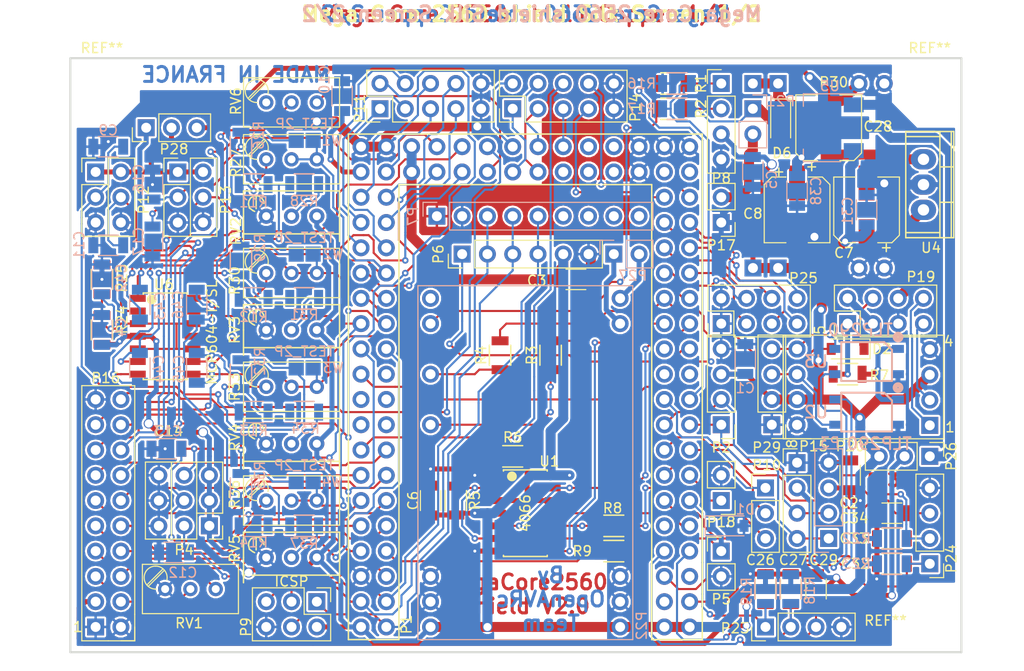
<source format=kicad_pcb>
(kicad_pcb (version 4) (host pcbnew 4.0.6)
  (title_block (date 2017-06-06) (rev 2.0) (comment 1 "Reproduction et commercialisation Interdite") (comment 2 "By Antho.breizh") (comment 3 "Shield 2560 core mini Full ") (comment 4 "For OPENAVRc"))
  (layers (0 F.Cu signal) (31 B.Cu signal hide) (34 B.Paste user hide) (35 F.Paste user hide) (36 B.SilkS user hide) (37 F.SilkS user hide) (38 B.Mask user hide) (39 F.Mask user hide) (44 Edge.Cuts user hide))
  (net 0 "")
  (net 1 GND)
  (net 2 VCC)
  (net 3 /Trim_RH->)
  (net 4 /Trim_RH<-)
  (net 5 /Trim_RV->)
  (net 6 /Stick_LH)
  (net 7 /Trim_RV<-)
  (net 8 /Stick_LV)
  (net 9 /Trim_LV->)
  (net 10 /Trim_LV<-)
  (net 11 /Trim_LH->)
  (net 12 /Trim_LH<-)
  (net 13 /Stick_RH)
  (net 14 /Stick_RV)
  (net 15 /Sw_id2)
  (net 16 /Sw_gear)
  (net 17 /Sw_ailDR)
  (net 18 /Sw_id1)
  (net 19 /Sw_rudDR)
  (net 20 /Sw_eleDR)
  (net 21 /Sw_turn)
  (net 22 /Sw_thcut)
  (net 23 /Rot_1A)
  (net 24 /Rot_1B)
  (net 25 /Rot_1push)
  (net 26 /Rot_2A)
  (net 27 /Rot_2B)
  (net 28 /Rot_2push)
  (net 29 /Key_UP)
  (net 30 /Key_DOWN)
  (net 31 /Key_LEFT)
  (net 32 /Key_RIGHT)
  (net 33 /Key_MENU)
  (net 34 /Key_ESC)
  (net 35 /Vibreur)
  (net 36 /PPM_TX_OUT)
  (net 37 /PPM_out)
  (net 38 /Lcd_bla)
  (net 39 /Lcd_rst)
  (net 40 /Lcd_r/w)
  (net 41 /Lcd_cs)
  (net 42 /Lcd_A0)
  (net 43 /Lcd_e)
  (net 44 /core_pw10)
  (net 45 /Sda)
  (net 46 /Tele_TX)
  (net 47 /core_pw13)
  (net 48 /Sim_control)
  (net 49 /Microsd_CS)
  (net 50 /audio_left_in)
  (net 51 /Scl)
  (net 52 /PPM_in)
  (net 53 /Tele_RX)
  (net 54 /Pot_1)
  (net 55 /Pot_3)
  (net 56 /Lcd_db7)
  (net 57 /Lcd_db5)
  (net 58 /Lcd_db3)
  (net 59 /Lcd_db1)
  (net 60 /Isp_rst)
  (net 61 /Sck)
  (net 62 /Miso)
  (net 63 /Mosi)
  (net 64 /Lcd_db0)
  (net 65 /Lcd_db2)
  (net 66 /Lcd_db4)
  (net 67 /Lcd_db6)
  (net 68 /U_batt)
  (net 69 /Pot_2)
  (net 70 "Net-(P8-Pad1)")
  (net 71 "Net-(P8-Pad2)")
  (net 72 /LCD_VCC)
  (net 73 /Lcd_vo)
  (net 74 "Net-(P16-Pad5)")
  (net 75 "Net-(P16-Pad18)")
  (net 76 +BATT)
  (net 77 "Net-(P19-Pad2)")
  (net 78 /TX_module)
  (net 79 /RX_module)
  (net 80 /audio_right_in)
  (net 81 "Net-(R5-Pad2)")
  (net 82 "Net-(R6-Pad2)")
  (net 83 "Net-(R7-Pad2)")
  (net 84 "Net-(R8-Pad2)")
  (net 85 "Net-(P22-PadRX)")
  (net 86 "Net-(P22-PadBUSY)")
  (net 87 /Stick_LHcon)
  (net 88 /Stick_LVcon)
  (net 89 /Stick_RHcon)
  (net 90 /Stick_RVcon)
  (net 91 "Net-(C42-Pad1)")
  (net 92 "Net-(C43-Pad2)")
  (net 93 "Net-(C44-Pad2)")
  (net 94 "Net-(C45-Pad2)")
  (net 95 "Net-(C46-Pad2)")
  (net 96 "Net-(R28-Pad2)")
  (net 97 "Net-(R31-Pad2)")
  (net 98 "Net-(R34-Pad2)")
  (net 99 "Net-(R37-Pad2)")
  (net 100 /PH2)
  (net 101 /RXD2)
  (net 102 "Net-(P18-Pad1)")
  (net 103 "Net-(D1-Pad1)")
  (net 104 "Net-(R11-Pad1)")
  (net 105 "Net-(R12-Pad1)")
  (net 106 "Net-(R13-Pad1)")
  (net 107 "Net-(R14-Pad1)")
  (net 108 "Net-(P22-PadSPK+)")
  (net 109 "Net-(P22-PadSPK-)")
  (net 110 /P3_3V)
  (net 111 /Power_manches)
  (net 112 /VREF)
  (net 113 /CS_CYRF6936)
  (net 114 /TXD2)
  (net 115 "Net-(P20-Pad5)")
  (net 116 "Net-(P20-Pad6)")
  (net 117 /LIPO+)
  (net 118 /DCDC_IN+)
  (net 119 /R16_R17)
  (module Power_Integrations:TO-220 (layer F.Cu) (at 225.90252 74.57948 270)
    (fp_text reference U4 (at 6.35 -0.762 540) (layer F.SilkS))
    (fp_text value L4941)
    (pad 2 thru_hole oval (at 0 0 270) (size 2.032 2.54) (drill 1.143) (layers *.Cu *.Mask) (net 1 GND))
    (pad 3 thru_hole oval (at 2.54 0 270) (size 2.032 2.54) (drill 1.143) (layers *.Cu *.Mask) (net 2 VCC))
    (pad 1 thru_hole oval (at -2.54 0 270) (size 2.032 2.54) (drill 1.143) (layers *.Cu *.Mask) (net 118 /DCDC_IN+))
  )
  (module MegaCore_Shield:Pin_Header_Straight_2x03_Pitch2.54mm (layer F.Cu) (at 150.97252 73.30948)
    (fp_text reference P13 (at 4.826 2.794 90) (layer F.SilkS))
    (fp_text value Stick_right)
    (pad 1 thru_hole rect (at 0 0) (size 1.7 1.7) (drill 1) (layers *.Cu *.Mask) (net 111 /Power_manches))
    (pad 2 thru_hole oval (at 2.54 0) (size 1.7 1.7) (drill 1) (layers *.Cu *.Mask) (net 111 /Power_manches))
    (pad 3 thru_hole oval (at 0 2.54) (size 1.7 1.7) (drill 1) (layers *.Cu *.Mask) (net 89 /Stick_RHcon))
    (pad 4 thru_hole oval (at 2.54 2.54) (size 1.7 1.7) (drill 1) (layers *.Cu *.Mask) (net 90 /Stick_RVcon))
    (pad 5 thru_hole oval (at 0 5.08) (size 1.7 1.7) (drill 1) (layers *.Cu *.Mask) (net 1 GND))
    (pad 6 thru_hole oval (at 2.54 5.08) (size 1.7 1.7) (drill 1) (layers *.Cu *.Mask) (net 1 GND))
  )
  (module MegaCore_Shield:Pin_Header_Straight_2x03_Pitch2.54mm (layer F.Cu) (at 142.71752 73.30948)
    (fp_text reference P12 (at 4.826 2.794 90) (layer F.SilkS))
    (fp_text value Stick_left)
    (pad 1 thru_hole rect (at 0 0) (size 1.7 1.7) (drill 1) (layers *.Cu *.Mask) (net 111 /Power_manches))
    (pad 2 thru_hole oval (at 2.54 0) (size 1.7 1.7) (drill 1) (layers *.Cu *.Mask) (net 111 /Power_manches))
    (pad 3 thru_hole oval (at 0 2.54) (size 1.7 1.7) (drill 1) (layers *.Cu *.Mask) (net 88 /Stick_LVcon))
    (pad 4 thru_hole oval (at 2.54 2.54) (size 1.7 1.7) (drill 1) (layers *.Cu *.Mask) (net 87 /Stick_LHcon))
    (pad 5 thru_hole oval (at 0 5.08) (size 1.7 1.7) (drill 1) (layers *.Cu *.Mask) (net 1 GND))
    (pad 6 thru_hole oval (at 2.54 5.08) (size 1.7 1.7) (drill 1) (layers *.Cu *.Mask) (net 1 GND))
  )
  (module MegaCore_Shield:Pin_Header_Straight_3x03_Pitch2.54mm (layer F.Cu) (at 154.14752 108.86948 180)
    (fp_text reference P4 (at 2.54 -2.413 180) (layer F.SilkS))
    (fp_text value "3 Pots")
    (pad 9 thru_hole oval (at 5.08 5.08 180) (size 1.7 1.7) (drill 1) (layers *.Cu *.Mask) (net 1 GND))
    (pad 6 thru_hole oval (at 5.08 2.54 180) (size 1.7 1.7) (drill 1) (layers *.Cu *.Mask) (net 1 GND))
    (pad 3 thru_hole oval (at 5.08 0 180) (size 1.7 1.7) (drill 1) (layers *.Cu *.Mask) (net 1 GND))
    (pad 1 thru_hole rect (at 0 0 180) (size 1.7 1.7) (drill 1) (layers *.Cu *.Mask) (net 2 VCC))
    (pad 2 thru_hole oval (at 2.54 0 180) (size 1.7 1.7) (drill 1) (layers *.Cu *.Mask) (net 55 /Pot_3))
    (pad 4 thru_hole oval (at 0 2.54 180) (size 1.7 1.7) (drill 1) (layers *.Cu *.Mask) (net 2 VCC))
    (pad 5 thru_hole oval (at 2.54 2.54 180) (size 1.7 1.7) (drill 1) (layers *.Cu *.Mask) (net 69 /Pot_2))
    (pad 7 thru_hole oval (at 0 5.08 180) (size 1.7 1.7) (drill 1) (layers *.Cu *.Mask) (net 2 VCC))
    (pad 8 thru_hole oval (at 2.54 5.08 180) (size 1.7 1.7) (drill 1) (layers *.Cu *.Mask) (net 54 /Pot_1))
  )
  (module "Librairie master:SOP14" (layer F.Cu) (at 149.70252 89.81948 270)
    (fp_text reference U6 (at -5.207 0.127 360) (layer F.SilkS))
    (fp_text value MCP604-I/SL (at -0.381 -4.699 270) (layer F.SilkS))
    (pad 1 smd rect (at -3.80746 2.74828 90) (size 0.6985 1.59766) (layers F.Cu F.Paste F.Mask) (net 13 /Stick_RH))
    (pad 2 smd rect (at -2.53746 2.74828 90) (size 0.6985 1.59766) (layers F.Cu F.Paste F.Mask) (net 92 "Net-(C43-Pad2)"))
    (pad 3 smd rect (at -1.26746 2.74828 90) (size 0.6985 1.59766) (layers F.Cu F.Paste F.Mask) (net 91 "Net-(C42-Pad1)"))
    (pad 4 smd rect (at 0 2.74828 90) (size 0.6985 1.59766) (layers F.Cu F.Paste F.Mask) (net 2 VCC))
    (pad 5 smd rect (at 1.26746 2.74828 90) (size 0.6985 1.59766) (layers F.Cu F.Paste F.Mask) (net 91 "Net-(C42-Pad1)"))
    (pad 6 smd rect (at 2.53746 2.74828 90) (size 0.6985 1.59766) (layers F.Cu F.Paste F.Mask) (net 93 "Net-(C44-Pad2)"))
    (pad 7 smd rect (at 3.80746 2.74828 90) (size 0.6985 1.59766) (layers F.Cu F.Paste F.Mask) (net 14 /Stick_RV))
    (pad 8 smd rect (at 3.80746 -2.74828 270) (size 0.6985 1.59766) (layers F.Cu F.Paste F.Mask) (net 8 /Stick_LV))
    (pad 9 smd rect (at 2.53746 -2.74828 270) (size 0.6985 1.59766) (layers F.Cu F.Paste F.Mask) (net 94 "Net-(C45-Pad2)"))
    (pad 10 smd rect (at 1.26746 -2.74828 270) (size 0.6985 1.59766) (layers F.Cu F.Paste F.Mask) (net 91 "Net-(C42-Pad1)"))
    (pad 11 smd rect (at 0 -2.74828 270) (size 0.6985 1.59766) (layers F.Cu F.Paste F.Mask) (net 1 GND))
    (pad 12 smd rect (at -1.26746 -2.74828 270) (size 0.6985 1.59766) (layers F.Cu F.Paste F.Mask) (net 91 "Net-(C42-Pad1)"))
    (pad 13 smd rect (at -2.53746 -2.74828 270) (size 0.6985 1.59766) (layers F.Cu F.Paste F.Mask) (net 95 "Net-(C46-Pad2)"))
    (pad 14 smd rect (at -3.80746 -2.74828 270) (size 0.6985 1.59766) (layers F.Cu F.Paste F.Mask) (net 6 /Stick_LH))
  )
  (module anthoperso:SOP4 (layer B.Cu) (at 220.18752 92.35948 180)
    (fp_text reference U3 (at 5.08 0 180) (layer B.SilkS) (effects (font (size 1.2 1.2) (thickness 0.2)) (justify mirror)))
    (fp_text value TLP290 (at 0.635 3.175 360) (layer B.SilkS) (effects (font (size 1.2 1.2) (thickness 0.2)) (justify mirror)))
    (pad 1 smd rect (at -3.15 1.27 180) (size 1.2 0.8) (layers B.Cu B.Paste B.Mask) (net 83 "Net-(R7-Pad2)"))
    (pad 2 smd rect (at -3.15 -1.27 180) (size 1.2 0.8) (layers B.Cu B.Paste B.Mask) (net 1 GND))
    (pad 3 smd rect (at 3.15 -1.27 180) (size 1.2 0.8) (layers B.Cu B.Paste B.Mask) (net 53 /Tele_RX))
    (pad 4 smd rect (at 3.15 1.27 180) (size 1.2 0.8) (layers B.Cu B.Paste B.Mask) (net 115 "Net-(P20-Pad5)"))
  )
  (module anthoperso:Connectors-2560-core (layer F.Cu) (at 187.16752 107.59948 180)
    (fp_text reference P1 (at 13.208 -11.176 450) (layer F.SilkS))
    (fp_text value 2560-core)
    (pad D41 thru_hole circle (at 0 34.29 180) (size 1.7 1.7) (drill 1) (layers *.Cu *.Mask) (net 19 /Sw_rudDR))
    (pad PD6 thru_hole circle (at -2.54 34.29 180) (size 1.7 1.7) (drill 1) (layers *.Cu *.Mask))
    (pad PD4 thru_hole circle (at -5.08 34.29 180) (size 1.7 1.7) (drill 1) (layers *.Cu *.Mask))
    (pad NC thru_hole circle (at -7.62 34.29 180) (size 1.7 1.7) (drill 1) (layers *.Cu *.Mask))
    (pad GND thru_hole circle (at -10.16 34.29 180) (size 1.7 1.7) (drill 1) (layers *.Cu *.Mask) (net 1 GND))
    (pad D37 thru_hole circle (at 2.54 34.29 180) (size 1.7 1.7) (drill 1) (layers *.Cu *.Mask) (net 18 /Sw_id1))
    (pad D35 thru_hole circle (at 5.08 34.29 180) (size 1.7 1.7) (drill 1) (layers *.Cu *.Mask) (net 38 /Lcd_bla))
    (pad D33 thru_hole circle (at 7.62 34.29 180) (size 1.7 1.7) (drill 1) (layers *.Cu *.Mask) (net 39 /Lcd_rst))
    (pad D31 thru_hole circle (at 10.16 34.29 180) (size 1.7 1.7) (drill 1) (layers *.Cu *.Mask) (net 40 /Lcd_r/w))
    (pad VCC thru_hole circle (at 12.7 34.29 180) (size 1.7 1.7) (drill 1) (layers *.Cu *.Mask) (net 2 VCC))
    (pad GND thru_hole circle (at -10.16 36.83 180) (size 1.7 1.7) (drill 1) (layers *.Cu *.Mask) (net 1 GND))
    (pad PG4 thru_hole circle (at -7.62 36.83 180) (size 1.7 1.7) (drill 1) (layers *.Cu *.Mask))
    (pad PD5 thru_hole circle (at -5.08 36.83 180) (size 1.7 1.7) (drill 1) (layers *.Cu *.Mask))
    (pad D38 thru_hole circle (at -2.54 36.83 180) (size 1.7 1.7) (drill 1) (layers *.Cu *.Mask) (net 17 /Sw_ailDR))
    (pad D40 thru_hole circle (at 0 36.83 180) (size 1.7 1.7) (drill 1) (layers *.Cu *.Mask) (net 16 /Sw_gear))
    (pad D36 thru_hole circle (at 2.54 36.83 180) (size 1.7 1.7) (drill 1) (layers *.Cu *.Mask) (net 15 /Sw_id2))
    (pad D34 thru_hole circle (at 5.08 36.83 180) (size 1.7 1.7) (drill 1) (layers *.Cu *.Mask) (net 41 /Lcd_cs))
    (pad D32 thru_hole circle (at 7.62 36.83 180) (size 1.7 1.7) (drill 1) (layers *.Cu *.Mask) (net 42 /Lcd_A0))
    (pad D30 thru_hole circle (at 10.16 36.83 180) (size 1.7 1.7) (drill 1) (layers *.Cu *.Mask) (net 43 /Lcd_e))
    (pad VCC thru_hole circle (at 12.7 36.83 180) (size 1.7 1.7) (drill 1) (layers *.Cu *.Mask) (net 2 VCC))
    (pad GND thru_hole circle (at -12.7 36.83 180) (size 1.7 1.7) (drill 1) (layers *.Cu *.Mask) (net 1 GND))
    (pad PH7 thru_hole circle (at -12.7 34.29 180) (size 1.7 1.7) (drill 1) (layers *.Cu *.Mask))
    (pad 43 thru_hole circle (at -12.7 31.75 180) (size 1.7 1.7) (drill 1) (layers *.Cu *.Mask) (net 20 /Sw_eleDR))
    (pad 45 thru_hole circle (at -12.7 29.21 180) (size 1.7 1.7) (drill 1) (layers *.Cu *.Mask) (net 33 /Key_MENU))
    (pad 47 thru_hole circle (at -12.7 26.67 180) (size 1.7 1.7) (drill 1) (layers *.Cu *.Mask) (net 32 /Key_RIGHT))
    (pad 49 thru_hole circle (at -12.7 24.13 180) (size 1.7 1.7) (drill 1) (layers *.Cu *.Mask) (net 30 /Key_DOWN))
    (pad PW12 thru_hole circle (at -12.7 21.59 180) (size 1.7 1.7) (drill 1) (layers *.Cu *.Mask) (net 37 /PPM_out))
    (pad PW10 thru_hole circle (at -12.7 19.05 180) (size 1.7 1.7) (drill 1) (layers *.Cu *.Mask) (net 44 /core_pw10))
    (pad PWD9 thru_hole circle (at -12.7 16.51 180) (size 1.7 1.7) (drill 1) (layers *.Cu *.Mask))
    (pad PWD7 thru_hole circle (at -12.7 13.97 180) (size 1.7 1.7) (drill 1) (layers *.Cu *.Mask))
    (pad PH2 thru_hole circle (at -12.7 11.43 180) (size 1.7 1.7) (drill 1) (layers *.Cu *.Mask) (net 100 /PH2))
    (pad D20 thru_hole circle (at -12.7 8.89 180) (size 1.7 1.7) (drill 1) (layers *.Cu *.Mask) (net 45 /Sda))
    (pad D18 thru_hole circle (at -12.7 6.35 180) (size 1.7 1.7) (drill 1) (layers *.Cu *.Mask) (net 27 /Rot_2B))
    (pad D16 thru_hole circle (at -12.7 3.81 180) (size 1.7 1.7) (drill 1) (layers *.Cu *.Mask) (net 114 /TXD2))
    (pad D14 thru_hole circle (at -12.7 1.27 180) (size 1.7 1.7) (drill 1) (layers *.Cu *.Mask) (net 28 /Rot_2push))
    (pad PE6 thru_hole circle (at -12.7 -1.27 180) (size 1.7 1.7) (drill 1) (layers *.Cu *.Mask))
    (pad PWD2 thru_hole circle (at -12.7 -3.81 180) (size 1.7 1.7) (drill 1) (layers *.Cu *.Mask) (net 23 /Rot_1A))
    (pad TXD thru_hole circle (at -12.7 -6.35 180) (size 1.7 1.7) (drill 1) (layers *.Cu *.Mask) (net 46 /Tele_TX))
    (pad D4 thru_hole circle (at -12.7 -8.89 180) (size 1.7 1.7) (drill 1) (layers *.Cu *.Mask) (net 113 /CS_CYRF6936))
    (pad VCC thru_hole circle (at -12.7 -11.43 180) (size 1.7 1.7) (drill 1) (layers *.Cu *.Mask) (net 2 VCC))
    (pad GND thru_hole circle (at -15.24 36.83 180) (size 1.7 1.7) (drill 1) (layers *.Cu *.Mask) (net 1 GND))
    (pad PG3 thru_hole circle (at -15.24 34.29 180) (size 1.7 1.7) (drill 1) (layers *.Cu *.Mask))
    (pad 42 thru_hole circle (at -15.24 31.75 180) (size 1.7 1.7) (drill 1) (layers *.Cu *.Mask) (net 21 /Sw_turn))
    (pad 44 thru_hole circle (at -15.24 29.21 180) (size 1.7 1.7) (drill 1) (layers *.Cu *.Mask) (net 34 /Key_ESC))
    (pad 46 thru_hole circle (at -15.24 26.67 180) (size 1.7 1.7) (drill 1) (layers *.Cu *.Mask) (net 31 /Key_LEFT))
    (pad 48 thru_hole circle (at -15.24 24.13 180) (size 1.7 1.7) (drill 1) (layers *.Cu *.Mask) (net 29 /Key_UP))
    (pad PW13 thru_hole circle (at -15.24 21.59 180) (size 1.7 1.7) (drill 1) (layers *.Cu *.Mask) (net 47 /core_pw13))
    (pad PW11 thru_hole circle (at -15.24 19.05 180) (size 1.7 1.7) (drill 1) (layers *.Cu *.Mask) (net 48 /Sim_control))
    (pad 53 thru_hole circle (at -15.24 16.51 180) (size 1.7 1.7) (drill 1) (layers *.Cu *.Mask) (net 49 /Microsd_CS))
    (pad PWD8 thru_hole circle (at -15.24 13.97 180) (size 1.7 1.7) (drill 1) (layers *.Cu *.Mask))
    (pad PWD6 thru_hole circle (at -15.24 11.43 180) (size 1.7 1.7) (drill 1) (layers *.Cu *.Mask) (net 50 /audio_left_in))
    (pad D21 thru_hole circle (at -15.24 8.89 180) (size 1.7 1.7) (drill 1) (layers *.Cu *.Mask) (net 51 /Scl))
    (pad D19 thru_hole circle (at -15.24 6.35 180) (size 1.7 1.7) (drill 1) (layers *.Cu *.Mask) (net 26 /Rot_2A))
    (pad D17 thru_hole circle (at -15.24 3.81 180) (size 1.7 1.7) (drill 1) (layers *.Cu *.Mask) (net 101 /RXD2))
    (pad D15 thru_hole circle (at -15.24 1.27 180) (size 1.7 1.7) (drill 1) (layers *.Cu *.Mask) (net 25 /Rot_1push))
    (pad PE7 thru_hole circle (at -15.24 -1.27 180) (size 1.7 1.7) (drill 1) (layers *.Cu *.Mask) (net 52 /PPM_in))
    (pad PWD3 thru_hole circle (at -15.24 -3.81 180) (size 1.7 1.7) (drill 1) (layers *.Cu *.Mask) (net 24 /Rot_1B))
    (pad PWD5 thru_hole circle (at -15.24 -6.35 180) (size 1.7 1.7) (drill 1) (layers *.Cu *.Mask))
    (pad RXD thru_hole circle (at -15.24 -8.89 180) (size 1.7 1.7) (drill 1) (layers *.Cu *.Mask) (net 53 /Tele_RX))
    (pad VCC thru_hole circle (at -15.24 -11.43 180) (size 1.7 1.7) (drill 1) (layers *.Cu *.Mask) (net 2 VCC))
    (pad GND thru_hole circle (at 15.24 36.83 180) (size 1.7 1.7) (drill 1) (layers *.Cu *.Mask) (net 1 GND))
    (pad A0 thru_hole circle (at 15.24 34.29 180) (size 1.7 1.7) (drill 1) (layers *.Cu *.Mask) (net 3 /Trim_RH->))
    (pad A2 thru_hole circle (at 15.24 31.75 180) (size 1.7 1.7) (drill 1) (layers *.Cu *.Mask) (net 5 /Trim_RV->))
    (pad A4 thru_hole circle (at 15.24 29.21 180) (size 1.7 1.7) (drill 1) (layers *.Cu *.Mask) (net 9 /Trim_LV->))
    (pad A6 thru_hole circle (at 15.24 26.67 180) (size 1.7 1.7) (drill 1) (layers *.Cu *.Mask) (net 11 /Trim_LH->))
    (pad A8 thru_hole circle (at 15.24 24.13 180) (size 1.7 1.7) (drill 1) (layers *.Cu *.Mask) (net 13 /Stick_RH))
    (pad A10 thru_hole circle (at 15.24 21.59 180) (size 1.7 1.7) (drill 1) (layers *.Cu *.Mask) (net 14 /Stick_RV))
    (pad A12 thru_hole circle (at 15.24 19.05 180) (size 1.7 1.7) (drill 1) (layers *.Cu *.Mask) (net 54 /Pot_1))
    (pad A14 thru_hole circle (at 15.24 16.51 180) (size 1.7 1.7) (drill 1) (layers *.Cu *.Mask) (net 55 /Pot_3))
    (pad PJ2 thru_hole circle (at 15.24 13.97 180) (size 1.7 1.7) (drill 1) (layers *.Cu *.Mask))
    (pad PJ4 thru_hole circle (at 15.24 11.43 180) (size 1.7 1.7) (drill 1) (layers *.Cu *.Mask))
    (pad PJ6 thru_hole circle (at 15.24 8.89 180) (size 1.7 1.7) (drill 1) (layers *.Cu *.Mask))
    (pad D29 thru_hole circle (at 15.24 6.35 180) (size 1.7 1.7) (drill 1) (layers *.Cu *.Mask) (net 56 /Lcd_db7))
    (pad D27 thru_hole circle (at 15.24 3.81 180) (size 1.7 1.7) (drill 1) (layers *.Cu *.Mask) (net 57 /Lcd_db5))
    (pad D25 thru_hole circle (at 15.24 1.27 180) (size 1.7 1.7) (drill 1) (layers *.Cu *.Mask) (net 58 /Lcd_db3))
    (pad D23 thru_hole circle (at 15.24 -1.27 180) (size 1.7 1.7) (drill 1) (layers *.Cu *.Mask) (net 59 /Lcd_db1))
    (pad PJ7 thru_hole circle (at 15.24 -3.81 180) (size 1.7 1.7) (drill 1) (layers *.Cu *.Mask) (net 35 /Vibreur))
    (pad RESE thru_hole circle (at 15.24 -6.35 180) (size 1.7 1.7) (drill 1) (layers *.Cu *.Mask) (net 60 /Isp_rst))
    (pad SCK thru_hole circle (at 15.24 -8.89 180) (size 1.7 1.7) (drill 1) (layers *.Cu *.Mask) (net 61 /Sck))
    (pad MISO thru_hole circle (at 15.24 -11.43 180) (size 1.7 1.7) (drill 1) (layers *.Cu *.Mask) (net 62 /Miso))
    (pad VCC thru_hole circle (at 17.78 -11.43 180) (size 1.7 1.7) (drill 1) (layers *.Cu *.Mask) (net 2 VCC))
    (pad MOSI thru_hole circle (at 17.78 -8.89 180) (size 1.7 1.7) (drill 1) (layers *.Cu *.Mask) (net 63 /Mosi))
    (pad GND thru_hole circle (at 17.78 -6.35 180) (size 1.7 1.7) (drill 1) (layers *.Cu *.Mask) (net 1 GND))
    (pad D22 thru_hole circle (at 17.78 -3.81 180) (size 1.7 1.7) (drill 1) (layers *.Cu *.Mask) (net 64 /Lcd_db0))
    (pad D24 thru_hole circle (at 17.78 -1.27 180) (size 1.7 1.7) (drill 1) (layers *.Cu *.Mask) (net 65 /Lcd_db2))
    (pad D26 thru_hole circle (at 17.78 1.27 180) (size 1.7 1.7) (drill 1) (layers *.Cu *.Mask) (net 66 /Lcd_db4))
    (pad D28 thru_hole circle (at 17.78 3.81 180) (size 1.7 1.7) (drill 1) (layers *.Cu *.Mask) (net 67 /Lcd_db6))
    (pad D39 thru_hole circle (at 17.78 6.35 180) (size 1.7 1.7) (drill 1) (layers *.Cu *.Mask) (net 22 /Sw_thcut))
    (pad PJ5 thru_hole circle (at 17.78 8.89 180) (size 1.7 1.7) (drill 1) (layers *.Cu *.Mask))
    (pad PJ3 thru_hole circle (at 17.78 11.43 180) (size 1.7 1.7) (drill 1) (layers *.Cu *.Mask))
    (pad A15 thru_hole circle (at 17.78 13.97 180) (size 1.7 1.7) (drill 1) (layers *.Cu *.Mask) (net 68 /U_batt))
    (pad A13 thru_hole circle (at 17.78 16.51 180) (size 1.7 1.7) (drill 1) (layers *.Cu *.Mask) (net 69 /Pot_2))
    (pad A11 thru_hole circle (at 17.78 19.05 180) (size 1.7 1.7) (drill 1) (layers *.Cu *.Mask) (net 6 /Stick_LH))
    (pad A9 thru_hole circle (at 17.78 21.59 180) (size 1.7 1.7) (drill 1) (layers *.Cu *.Mask) (net 8 /Stick_LV))
    (pad A7 thru_hole circle (at 17.78 24.13 180) (size 1.7 1.7) (drill 1) (layers *.Cu *.Mask) (net 12 /Trim_LH<-))
    (pad A5 thru_hole circle (at 17.78 26.67 180) (size 1.7 1.7) (drill 1) (layers *.Cu *.Mask) (net 10 /Trim_LV<-))
    (pad A3 thru_hole circle (at 17.78 29.21 180) (size 1.7 1.7) (drill 1) (layers *.Cu *.Mask) (net 7 /Trim_RV<-))
    (pad A1 thru_hole circle (at 17.78 31.75 180) (size 1.7 1.7) (drill 1) (layers *.Cu *.Mask) (net 4 /Trim_RH<-))
    (pad VREF thru_hole circle (at 17.78 34.29 180) (size 1.7 1.7) (drill 1) (layers *.Cu *.Mask) (net 112 /VREF))
    (pad GND thru_hole circle (at 17.78 36.83 180) (size 1.7 1.7) (drill 1) (layers *.Cu *.Mask) (net 1 GND))
  )
  (module Pin_Headers:Pin_Header_Straight_1x02_Pitch2.54mm (layer F.Cu) (at 205.58252 78.38948 180)
    (fp_text reference P17 (at 0 -2.286 180) (layer F.SilkS))
    (fp_text value BATT)
    (pad 1 thru_hole rect (at 0 0 180) (size 1.7 1.7) (drill 1) (layers *.Cu *.Mask) (net 1 GND))
    (pad 2 thru_hole oval (at 0 2.54 180) (size 1.7 1.7) (drill 1) (layers *.Cu *.Mask) (net 117 /LIPO+))
  )
  (module Pin_Headers:Pin_Header_Straight_1x04_Pitch2.54mm (layer F.Cu) (at 226.53752 112.67948 180)
    (fp_text reference P24 (at -2.159 0.508 270) (layer F.SilkS))
    (fp_text value Rot_2)
    (pad 1 thru_hole rect (at 0 0 180) (size 1.7 1.7) (drill 1) (layers *.Cu *.Mask) (net 28 /Rot_2push))
    (pad 2 thru_hole oval (at 0 2.54 180) (size 1.7 1.7) (drill 1) (layers *.Cu *.Mask) (net 27 /Rot_2B))
    (pad 3 thru_hole oval (at 0 5.08 180) (size 1.7 1.7) (drill 1) (layers *.Cu *.Mask) (net 26 /Rot_2A))
    (pad 4 thru_hole oval (at 0 7.62 180) (size 1.7 1.7) (drill 1) (layers *.Cu *.Mask) (net 1 GND))
  )
  (module Pin_Headers:Pin_Header_Straight_2x04_Pitch2.54mm (layer F.Cu) (at 205.58252 88.54948 90)
    (fp_text reference P25 (at 4.572 8.255 180) (layer F.SilkS))
    (fp_text value Keys)
    (pad 1 thru_hole rect (at 0 0 90) (size 1.7 1.7) (drill 1) (layers *.Cu *.Mask) (net 1 GND))
    (pad 2 thru_hole oval (at 2.54 0 90) (size 1.7 1.7) (drill 1) (layers *.Cu *.Mask) (net 1 GND))
    (pad 3 thru_hole oval (at 0 2.54 90) (size 1.7 1.7) (drill 1) (layers *.Cu *.Mask) (net 29 /Key_UP))
    (pad 4 thru_hole oval (at 2.54 2.54 90) (size 1.7 1.7) (drill 1) (layers *.Cu *.Mask) (net 30 /Key_DOWN))
    (pad 5 thru_hole oval (at 0 5.08 90) (size 1.7 1.7) (drill 1) (layers *.Cu *.Mask) (net 31 /Key_LEFT))
    (pad 6 thru_hole oval (at 2.54 5.08 90) (size 1.7 1.7) (drill 1) (layers *.Cu *.Mask) (net 32 /Key_RIGHT))
    (pad 7 thru_hole oval (at 0 7.62 90) (size 1.7 1.7) (drill 1) (layers *.Cu *.Mask) (net 34 /Key_ESC))
    (pad 8 thru_hole oval (at 2.54 7.62 90) (size 1.7 1.7) (drill 1) (layers *.Cu *.Mask) (net 33 /Key_MENU))
  )
  (module MegaCore_Shield:MiniDCDC3A (layer F.Cu) (at 208.75752 64.41948 270)
    (fp_text reference P30 (at -0.127 -8.128 540) (layer F.SilkS))
    (fp_text value MiniDCDC3A)
    (pad 4 thru_hole rect (at 0 0 270) (size 1.7 1.7) (drill 1) (layers *.Cu *.Mask) (net 118 /DCDC_IN+))
    (pad 5 thru_hole rect (at 18.542 -0.01 270) (size 1.7 1.7) (drill 1) (layers *.Cu *.Mask) (net 2 VCC))
    (pad 3 thru_hole rect (at 0 -2.54 270) (size 1.7 1.7) (drill 1) (layers *.Cu *.Mask) (net 118 /DCDC_IN+))
    (pad 6 thru_hole rect (at 18.542 -2.54 270) (size 1.7 1.7) (drill 1) (layers *.Cu *.Mask) (net 2 VCC))
    (pad 2 thru_hole circle (at 0 -10.668 270) (size 1.7 1.7) (drill 1) (layers *.Cu *.Mask) (net 1 GND))
    (pad 7 thru_hole circle (at 18.542 -10.668 270) (size 1.7 1.7) (drill 1) (layers *.Cu *.Mask) (net 1 GND))
    (pad 1 thru_hole circle (at 0 -13.208 270) (size 1.7 1.7) (drill 1) (layers *.Cu *.Mask) (net 1 GND))
    (pad 8 thru_hole circle (at 18.542 -13.208 270) (size 1.7 1.7) (drill 1) (layers *.Cu *.Mask) (net 1 GND))
  )
  (module anthoperso:connector_mini-JQ6500-28P (layer B.Cu) (at 185.26252 83.46948 180)
    (fp_text reference P22 (at -12.319 -35.433 270) (layer B.SilkS) (effects (justify mirror)))
    (fp_text value CONN_JQ6500_28P_mini)
    (pad SPK+ thru_hole circle (at -10.16 -2.54 180) (size 1.7 1.7) (drill 1) (layers *.Cu *.Mask) (net 108 "Net-(P22-PadSPK+)"))
    (pad SPK- thru_hole circle (at -10.16 -5.08 180) (size 1.7 1.7) (drill 1) (layers *.Cu *.Mask) (net 109 "Net-(P22-PadSPK-)"))
    (pad DACR thru_hole circle (at 8.89 -2.54 180) (size 1.7 1.7) (drill 1) (layers *.Cu *.Mask))
    (pad DACL thru_hole circle (at 8.89 -5.08 180) (size 1.7 1.7) (drill 1) (layers *.Cu *.Mask) (net 80 /audio_right_in))
    (pad RX thru_hole circle (at 8.89 -10.16 180) (size 1.7 1.7) (drill 1) (layers *.Cu *.Mask) (net 85 "Net-(P22-PadRX)"))
    (pad BUSY thru_hole circle (at 8.89 -15.24 180) (size 1.7 1.7) (drill 1) (layers *.Cu *.Mask) (net 86 "Net-(P22-PadBUSY)"))
    (pad GND thru_hole circle (at 8.89 -30.48 180) (size 1.7 1.7) (drill 1) (layers *.Cu *.Mask) (net 1 GND))
    (pad GND thru_hole circle (at 8.89 -33.02 180) (size 1.7 1.7) (drill 1) (layers *.Cu *.Mask) (net 1 GND))
    (pad VCC thru_hole circle (at 8.89 -35.56 180) (size 1.7 1.7) (drill 1) (layers *.Cu *.Mask) (net 2 VCC))
    (pad VCC thru_hole circle (at -10.16 -35.56 180) (size 1.7 1.7) (drill 1) (layers *.Cu *.Mask) (net 2 VCC))
    (pad GND thru_hole circle (at -10.16 -33.02 180) (size 1.7 1.7) (drill 1) (layers *.Cu *.Mask) (net 1 GND))
    (pad GND thru_hole circle (at -10.16 -30.48 180) (size 1.7 1.7) (drill 1) (layers *.Cu *.Mask) (net 1 GND))
  )
  (module Pin_Headers:Pin_Header_Straight_1x04_Pitch2.54mm (layer F.Cu) (at 210.66252 98.70948 180)
    (fp_text reference P29 (at 0.508 -2.286 180) (layer F.SilkS))
    (fp_text value RXTX)
    (pad 1 thru_hole rect (at 0 0 180) (size 1.7 1.7) (drill 1) (layers *.Cu *.Mask) (net 1 GND))
    (pad 2 thru_hole oval (at 0 2.54 180) (size 1.7 1.7) (drill 1) (layers *.Cu *.Mask) (net 2 VCC))
    (pad 3 thru_hole oval (at 0 5.08 180) (size 1.7 1.7) (drill 1) (layers *.Cu *.Mask) (net 116 "Net-(P20-Pad6)"))
    (pad 4 thru_hole oval (at 0 7.62 180) (size 1.7 1.7) (drill 1) (layers *.Cu *.Mask) (net 115 "Net-(P20-Pad5)"))
  )
  (module Capacitors_SMD:C_1206 (layer F.Cu) (at 149.82952 101.12248 180)
    (fp_text reference C14 (at -0.254 1.778 180) (layer F.SilkS))
    (fp_text value 100nF)
    (pad 1 smd rect (at -1.5 0 180) (size 1 1.6) (layers F.Cu F.Paste F.Mask) (net 54 /Pot_1))
    (pad 2 smd rect (at 1.5 0 180) (size 1 1.6) (layers F.Cu F.Paste F.Mask) (net 1 GND))
  )
  (module Capacitors_SMD:C_1206 (layer B.Cu) (at 149.82952 101.12248 180)
    (fp_text reference C13 (at -0.127 1.778 180) (layer B.SilkS) (effects (justify mirror)))
    (fp_text value 100nF)
    (pad 1 smd rect (at -1.5 0 180) (size 1 1.6) (layers B.Cu B.Paste B.Mask) (net 69 /Pot_2))
    (pad 2 smd rect (at 1.5 0 180) (size 1 1.6) (layers B.Cu B.Paste B.Mask) (net 1 GND))
  )
  (module Capacitors_SMD:C_1206 (layer B.Cu) (at 150.59152 111.53648 180)
    (fp_text reference C12 (at -0.889 -2.032 180) (layer B.SilkS) (effects (justify mirror)))
    (fp_text value 100nF)
    (pad 1 smd rect (at -1.5 0 180) (size 1 1.6) (layers B.Cu B.Paste B.Mask) (net 55 /Pot_3))
    (pad 2 smd rect (at 1.5 0 180) (size 1 1.6) (layers B.Cu B.Paste B.Mask) (net 1 GND))
  )
  (module Potentiometers:Potentiometer_Trimmer_Bourns_3296W (layer F.Cu) (at 159.86252 66.32448 180)
    (fp_text reference RV6 (at 3.048 0.127 270) (layer F.SilkS))
    (fp_text value 22K)
    (pad 1 thru_hole circle (at 0 0 180) (size 1.44 1.44) (drill 0.8) (layers *.Cu *.Mask))
    (pad 2 thru_hole circle (at -2.54 0 180) (size 1.44 1.44) (drill 0.8) (layers *.Cu *.Mask) (net 75 "Net-(P16-Pad18)"))
    (pad 3 thru_hole circle (at -5.08 0 180) (size 1.44 1.44) (drill 0.8) (layers *.Cu *.Mask) (net 38 /Lcd_bla))
  )
  (module Potentiometers:Potentiometer_Trimmer_Bourns_3296W (layer F.Cu) (at 149.70252 115.21948 180)
    (fp_text reference RV1 (at -2.413 -3.429 360) (layer F.SilkS))
    (fp_text value 220K)
    (pad 1 thru_hole circle (at 0 0 180) (size 1.44 1.44) (drill 0.8) (layers *.Cu *.Mask) (net 1 GND))
    (pad 2 thru_hole circle (at -2.54 0 180) (size 1.44 1.44) (drill 0.8) (layers *.Cu *.Mask) (net 73 /Lcd_vo))
    (pad 3 thru_hole circle (at -5.08 0 180) (size 1.44 1.44) (drill 0.8) (layers *.Cu *.Mask) (net 74 "Net-(P16-Pad5)"))
  )
  (module Capacitors_SMD:C_1206 (layer B.Cu) (at 167.48252 65.68948 90)
    (fp_text reference C10 (at 1.651 -1.778 90) (layer B.SilkS) (effects (justify mirror)))
    (fp_text value 100nF)
    (pad 1 smd rect (at -1.5 0 90) (size 1 1.6) (layers B.Cu B.Paste B.Mask) (net 112 /VREF))
    (pad 2 smd rect (at 1.5 0 90) (size 1 1.6) (layers B.Cu B.Paste B.Mask) (net 1 GND))
  )
  (module Pin_Headers:Pin_Header_Straight_1x03_Pitch2.54mm (layer F.Cu) (at 210.02752 105.05948)
    (fp_text reference P10 (at 0.127 -2.286 180) (layer F.SilkS))
    (fp_text value SPI_libre)
    (pad 1 thru_hole rect (at 0 0) (size 1.7 1.7) (drill 1) (layers *.Cu *.Mask) (net 100 /PH2))
    (pad 2 thru_hole oval (at 0 2.54) (size 1.7 1.7) (drill 1) (layers *.Cu *.Mask) (net 114 /TXD2))
    (pad 3 thru_hole oval (at 0 5.08) (size 1.7 1.7) (drill 1) (layers *.Cu *.Mask) (net 101 /RXD2))
  )
  (module MegaCore_Shield:MountingHole_3.2mm_M3 (layer F.Cu) (at 143.35252 65.05448)
    (fp_text reference REF** (at 0 -4.2) (layer F.SilkS))
    (fp_text value MountingHole_3.2mm_M3)
    (pad 1 np_thru_hole circle (at 0 0) (size 3.2 3.2) (drill 3.2) (layers *.Cu *.Mask))
  )
  (module MegaCore_Shield:MountingHole_3.2mm_M3 (layer F.Cu) (at 226.53752 118.39448)
    (fp_text reference REF** (at -4.445 0) (layer F.SilkS))
    (fp_text value MountingHole_3.2mm_M3)
    (pad 1 np_thru_hole circle (at 0 0) (size 3.2 3.2) (drill 3.2) (layers *.Cu *.Mask))
  )
  (module MegaCore_Shield:MountingHole_3.2mm_M3 (layer F.Cu) (at 226.53752 65.05448)
    (fp_text reference REF** (at 0 -4.2) (layer F.SilkS))
    (fp_text value MountingHole_3.2mm_M3)
    (pad 1 np_thru_hole circle (at 0 0) (size 3.2 3.2) (drill 3.2) (layers *.Cu *.Mask))
  )
  (module Pin_Headers:Pin_Header_Straight_1x02_Pitch2.54mm (layer B.Cu) (at 194.78752 81.56448 270)
    (fp_text reference P27 (at 2.159 -1.905 360) (layer B.SilkS) (effects (justify mirror)))
    (fp_text value HP)
    (pad 1 thru_hole rect (at 0 0 270) (size 1.7 1.7) (drill 1) (layers *.Cu *.Mask) (net 109 "Net-(P22-PadSPK-)"))
    (pad 2 thru_hole oval (at 0 -2.54 270) (size 1.7 1.7) (drill 1) (layers *.Cu *.Mask) (net 108 "Net-(P22-PadSPK+)"))
  )
  (module Resistors_SMD:R_1206 (layer B.Cu) (at 212.56752 115.21948 270)
    (fp_text reference R18 (at 0.127 -1.905 450) (layer B.SilkS) (effects (justify mirror)))
    (fp_text value 5.1k)
    (pad 1 smd rect (at -1.45 0 270) (size 0.9 1.7) (layers B.Cu B.Paste B.Mask) (net 2 VCC))
    (pad 2 smd rect (at 1.45 0 270) (size 0.9 1.7) (layers B.Cu B.Paste B.Mask) (net 24 /Rot_1B))
  )
  (module Diodes_SMD:D_SOD-123 (layer B.Cu) (at 206.21752 108.86948)
    (fp_text reference D1 (at 1.778 -1.651) (layer B.SilkS) (effects (justify mirror)))
    (fp_text value MBR0520)
    (pad 1 smd rect (at -1.65 0) (size 0.9 1.2) (layers B.Cu B.Paste B.Mask) (net 103 "Net-(D1-Pad1)"))
    (pad 2 smd rect (at 1.65 0) (size 0.9 1.2) (layers B.Cu B.Paste B.Mask) (net 1 GND))
  )
  (module Resistors_SMD:R_1206 (layer B.Cu) (at 157.32252 105.05948 90)
    (fp_text reference R35 (at 1.27 1.905 90) (layer B.SilkS) (effects (justify mirror)))
    (fp_text value 10K)
    (pad 1 smd rect (at -1.45 0 90) (size 0.9 1.7) (layers B.Cu B.Paste B.Mask) (net 95 "Net-(C46-Pad2)"))
    (pad 2 smd rect (at 1.45 0 90) (size 0.9 1.7) (layers B.Cu B.Paste B.Mask) (net 87 /Stick_LHcon))
  )
  (module Potentiometers:Potentiometer_Trimmer_Bourns_3296W (layer F.Cu) (at 159.86252 106.32948 180)
    (fp_text reference R36 (at 3.175 0.635 270) (layer F.SilkS))
    (fp_text value POT_22k)
    (pad 1 thru_hole circle (at 0 0 180) (size 1.44 1.44) (drill 0.8) (layers *.Cu *.Mask) (net 107 "Net-(R14-Pad1)"))
    (pad 2 thru_hole circle (at -2.54 0 180) (size 1.44 1.44) (drill 0.8) (layers *.Cu *.Mask) (net 6 /Stick_LH))
    (pad 3 thru_hole circle (at -5.08 0 180) (size 1.44 1.44) (drill 0.8) (layers *.Cu *.Mask) (net 6 /Stick_LH))
  )
  (module anthoperso:Pin_Header_Straight_2x10_Pitch2.54mm (layer F.Cu) (at 145.25752 119.02948 180)
    (fp_text reference P16 (at 1.524 25.019 360) (layer F.SilkS))
    (fp_text value LCD)
    (fp_text user 1 (at 4.318 0 180) (layer F.SilkS))
    (pad 1 thru_hole rect (at 2.54 0 180) (size 1.7 1.7) (drill 1) (layers *.Cu *.Mask) (net 1 GND))
    (pad 4 thru_hole oval (at 0 2.54 180) (size 1.7 1.7) (drill 1) (layers *.Cu *.Mask) (net 73 /Lcd_vo))
    (pad 3 thru_hole oval (at 2.54 2.54 180) (size 1.7 1.7) (drill 1) (layers *.Cu *.Mask) (net 72 /LCD_VCC))
    (pad 6 thru_hole oval (at 0 5.08 180) (size 1.7 1.7) (drill 1) (layers *.Cu *.Mask) (net 64 /Lcd_db0))
    (pad 5 thru_hole oval (at 2.54 5.08 180) (size 1.7 1.7) (drill 1) (layers *.Cu *.Mask) (net 74 "Net-(P16-Pad5)"))
    (pad 8 thru_hole oval (at 0 7.62 180) (size 1.7 1.7) (drill 1) (layers *.Cu *.Mask) (net 65 /Lcd_db2))
    (pad 7 thru_hole oval (at 2.54 7.62 180) (size 1.7 1.7) (drill 1) (layers *.Cu *.Mask) (net 59 /Lcd_db1))
    (pad 10 thru_hole oval (at 0 10.16 180) (size 1.7 1.7) (drill 1) (layers *.Cu *.Mask) (net 66 /Lcd_db4))
    (pad 9 thru_hole oval (at 2.54 10.16 180) (size 1.7 1.7) (drill 1) (layers *.Cu *.Mask) (net 58 /Lcd_db3))
    (pad 12 thru_hole oval (at 0 12.7 180) (size 1.7 1.7) (drill 1) (layers *.Cu *.Mask) (net 67 /Lcd_db6))
    (pad 11 thru_hole oval (at 2.54 12.7 180) (size 1.7 1.7) (drill 1) (layers *.Cu *.Mask) (net 57 /Lcd_db5))
    (pad 14 thru_hole oval (at 0 15.24 180) (size 1.7 1.7) (drill 1) (layers *.Cu *.Mask) (net 43 /Lcd_e))
    (pad 13 thru_hole oval (at 2.54 15.24 180) (size 1.7 1.7) (drill 1) (layers *.Cu *.Mask) (net 56 /Lcd_db7))
    (pad 16 thru_hole oval (at 0 17.78 180) (size 1.7 1.7) (drill 1) (layers *.Cu *.Mask) (net 42 /Lcd_A0))
    (pad 15 thru_hole oval (at 2.54 17.78 180) (size 1.7 1.7) (drill 1) (layers *.Cu *.Mask) (net 40 /Lcd_r/w))
    (pad 18 thru_hole oval (at 0 20.32 180) (size 1.7 1.7) (drill 1) (layers *.Cu *.Mask) (net 75 "Net-(P16-Pad18)"))
    (pad 17 thru_hole oval (at 2.54 20.32 180) (size 1.7 1.7) (drill 1) (layers *.Cu *.Mask) (net 39 /Lcd_rst))
    (pad 20 thru_hole oval (at 0 22.86 180) (size 1.7 1.7) (drill 1) (layers *.Cu *.Mask) (net 41 /Lcd_cs))
    (pad 19 thru_hole oval (at 2.54 22.86 180) (size 1.7 1.7) (drill 1) (layers *.Cu *.Mask) (net 1 GND))
    (pad 2 thru_hole circle (at 0 0 180) (size 1.7 1.7) (drill 1) (layers *.Cu *.Mask) (net 1 GND))
  )
  (module Resistors_SMD:R_1206 (layer B.Cu) (at 157.32252 70.76948 90)
    (fp_text reference R26 (at 1.143 1.778 90) (layer B.SilkS) (effects (justify mirror)))
    (fp_text value 10K)
    (pad 1 smd rect (at -1.45 0 90) (size 0.9 1.7) (layers B.Cu B.Paste B.Mask) (net 92 "Net-(C43-Pad2)"))
    (pad 2 smd rect (at 1.45 0 90) (size 0.9 1.7) (layers B.Cu B.Paste B.Mask) (net 89 /Stick_RHcon))
  )
  (module TO_SOT_Packages_SMD:SOT-223 (layer B.Cu) (at 215.74252 68.86448 180)
    (fp_text reference U5 (at -0.762 4.191 180) (layer B.SilkS) (effects (justify mirror)))
    (fp_text value LD1117S33TR)
    (pad 4 smd rect (at 3.15 0 180) (size 2 3.8) (layers B.Cu B.Paste B.Mask) (net 110 /P3_3V))
    (pad 2 smd rect (at -3.15 0 180) (size 2 1.5) (layers B.Cu B.Paste B.Mask) (net 110 /P3_3V))
    (pad 3 smd rect (at -3.15 -2.3 180) (size 2 1.5) (layers B.Cu B.Paste B.Mask) (net 2 VCC))
    (pad 1 smd rect (at -3.15 2.3 180) (size 2 1.5) (layers B.Cu B.Paste B.Mask) (net 1 GND))
  )
  (module Potentiometers:Potentiometer_Trimmer_Bourns_3296W (layer F.Cu) (at 159.86252 72.03948 180)
    (fp_text reference R27 (at 3.048 -0.381 270) (layer F.SilkS))
    (fp_text value POT_22k)
    (pad 1 thru_hole circle (at 0 0 180) (size 1.44 1.44) (drill 0.8) (layers *.Cu *.Mask) (net 104 "Net-(R11-Pad1)"))
    (pad 2 thru_hole circle (at -2.54 0 180) (size 1.44 1.44) (drill 0.8) (layers *.Cu *.Mask) (net 13 /Stick_RH))
    (pad 3 thru_hole circle (at -5.08 0 180) (size 1.44 1.44) (drill 0.8) (layers *.Cu *.Mask) (net 13 /Stick_RH))
  )
  (module Capacitors_SMD:C_1206 (layer B.Cu) (at 152.87752 86.64448 270)
    (fp_text reference C46 (at 0.0127 1.8923 270) (layer B.SilkS) (effects (justify mirror)))
    (fp_text value 22nF)
    (pad 1 smd rect (at -1.5 0 270) (size 1 1.6) (layers B.Cu B.Paste B.Mask) (net 6 /Stick_LH))
    (pad 2 smd rect (at 1.5 0 270) (size 1 1.6) (layers B.Cu B.Paste B.Mask) (net 95 "Net-(C46-Pad2)"))
  )
  (module Resistors_SMD:R_1206 (layer B.Cu) (at 158.59252 108.86948)
    (fp_text reference R14 (at 0 1.651) (layer B.SilkS) (effects (justify mirror)))
    (fp_text value 15K)
    (pad 1 smd rect (at -1.45 0) (size 0.9 1.7) (layers B.Cu B.Paste B.Mask) (net 107 "Net-(R14-Pad1)"))
    (pad 2 smd rect (at 1.45 0) (size 0.9 1.7) (layers B.Cu B.Paste B.Mask) (net 95 "Net-(C46-Pad2)"))
  )
  (module Potentiometers:Potentiometer_Bourns_3296W_3-8Zoll_Inline_ScrewUp (layer F.Cu) (at 159.86252 100.61448 270)
    (fp_text reference RV4 (at -0.635 3.175 270) (layer F.SilkS))
    (fp_text value POT_100k)
    (pad 2 thru_hole circle (at 0 -2.54 270) (size 1.524 1.524) (drill 0.8128) (layers *.Cu *.Mask) (net 98 "Net-(R34-Pad2)"))
    (pad 3 thru_hole circle (at 0 -5.08 270) (size 1.524 1.524) (drill 0.8128) (layers *.Cu *.Mask) (net 2 VCC))
    (pad 1 thru_hole circle (at 0 0 270) (size 1.524 1.524) (drill 0.8128) (layers *.Cu *.Mask) (net 1 GND))
  )
  (module Pin_Headers:Pin_Header_Straight_1x04_Pitch2.54mm (layer F.Cu) (at 213.20252 102.51948)
    (fp_text reference P15 (at 1.651 -1.651 180) (layer F.SilkS))
    (fp_text value LCD_I2C)
    (pad 1 thru_hole rect (at 0 0) (size 1.7 1.7) (drill 1) (layers *.Cu *.Mask) (net 1 GND))
    (pad 2 thru_hole oval (at 0 2.54) (size 1.7 1.7) (drill 1) (layers *.Cu *.Mask) (net 72 /LCD_VCC))
    (pad 3 thru_hole oval (at 0 5.08) (size 1.7 1.7) (drill 1) (layers *.Cu *.Mask) (net 45 /Sda))
    (pad 4 thru_hole oval (at 0 7.62) (size 1.7 1.7) (drill 1) (layers *.Cu *.Mask) (net 51 /Scl))
  )
  (module Pin_Headers:Pin_Header_Straight_1x04_Pitch2.54mm (layer F.Cu) (at 205.58252 98.70948 180)
    (fp_text reference P2 (at 0 -2.286 360) (layer F.SilkS))
    (fp_text value Clock)
    (pad 1 thru_hole rect (at 0 0 180) (size 1.7 1.7) (drill 1) (layers *.Cu *.Mask) (net 51 /Scl))
    (pad 2 thru_hole oval (at 0 2.54 180) (size 1.7 1.7) (drill 1) (layers *.Cu *.Mask) (net 45 /Sda))
    (pad 3 thru_hole oval (at 0 5.08 180) (size 1.7 1.7) (drill 1) (layers *.Cu *.Mask) (net 2 VCC))
    (pad 4 thru_hole oval (at 0 7.62 180) (size 1.7 1.7) (drill 1) (layers *.Cu *.Mask) (net 1 GND))
  )
  (module Pin_Headers:Pin_Header_Straight_2x05_Pitch2.54mm (layer F.Cu) (at 171.29252 66.95948 90)
    (fp_text reference P11 (at 0 -2.032 270) (layer F.SilkS))
    (fp_text value Trim)
    (pad 1 thru_hole rect (at 0 0 90) (size 1.7 1.7) (drill 1) (layers *.Cu *.Mask) (net 11 /Trim_LH->))
    (pad 2 thru_hole oval (at 2.54 0 90) (size 1.7 1.7) (drill 1) (layers *.Cu *.Mask) (net 12 /Trim_LH<-))
    (pad 3 thru_hole oval (at 0 2.54 90) (size 1.7 1.7) (drill 1) (layers *.Cu *.Mask) (net 7 /Trim_RV<-))
    (pad 4 thru_hole oval (at 2.54 2.54 90) (size 1.7 1.7) (drill 1) (layers *.Cu *.Mask) (net 10 /Trim_LV<-))
    (pad 5 thru_hole oval (at 0 5.08 90) (size 1.7 1.7) (drill 1) (layers *.Cu *.Mask) (net 3 /Trim_RH->))
    (pad 6 thru_hole oval (at 2.54 5.08 90) (size 1.7 1.7) (drill 1) (layers *.Cu *.Mask) (net 4 /Trim_RH<-))
    (pad 7 thru_hole oval (at 0 7.62 90) (size 1.7 1.7) (drill 1) (layers *.Cu *.Mask) (net 9 /Trim_LV->))
    (pad 8 thru_hole oval (at 2.54 7.62 90) (size 1.7 1.7) (drill 1) (layers *.Cu *.Mask) (net 5 /Trim_RV->))
    (pad 9 thru_hole oval (at 0 10.16 90) (size 1.7 1.7) (drill 1) (layers *.Cu *.Mask) (net 1 GND))
    (pad 10 thru_hole oval (at 2.54 10.16 90) (size 1.7 1.7) (drill 1) (layers *.Cu *.Mask) (net 1 GND))
  )
  (module Pin_Headers:Pin_Header_Straight_2x05_Pitch2.54mm (layer F.Cu) (at 184.62752 66.95948 90)
    (fp_text reference P14 (at 0.127 12.319 90) (layer F.SilkS))
    (fp_text value Switch)
    (pad 1 thru_hole rect (at 0 0 90) (size 1.7 1.7) (drill 1) (layers *.Cu *.Mask) (net 18 /Sw_id1))
    (pad 2 thru_hole oval (at 2.54 0 90) (size 1.7 1.7) (drill 1) (layers *.Cu *.Mask) (net 15 /Sw_id2))
    (pad 3 thru_hole oval (at 0 2.54 90) (size 1.7 1.7) (drill 1) (layers *.Cu *.Mask) (net 19 /Sw_rudDR))
    (pad 4 thru_hole oval (at 2.54 2.54 90) (size 1.7 1.7) (drill 1) (layers *.Cu *.Mask) (net 16 /Sw_gear))
    (pad 5 thru_hole oval (at 0 5.08 90) (size 1.7 1.7) (drill 1) (layers *.Cu *.Mask) (net 17 /Sw_ailDR))
    (pad 6 thru_hole oval (at 2.54 5.08 90) (size 1.7 1.7) (drill 1) (layers *.Cu *.Mask) (net 22 /Sw_thcut))
    (pad 7 thru_hole oval (at 0 7.62 90) (size 1.7 1.7) (drill 1) (layers *.Cu *.Mask) (net 20 /Sw_eleDR))
    (pad 8 thru_hole oval (at 2.54 7.62 90) (size 1.7 1.7) (drill 1) (layers *.Cu *.Mask) (net 21 /Sw_turn))
    (pad 9 thru_hole oval (at 0 10.16 90) (size 1.7 1.7) (drill 1) (layers *.Cu *.Mask) (net 1 GND))
    (pad 10 thru_hole oval (at 2.54 10.16 90) (size 1.7 1.7) (drill 1) (layers *.Cu *.Mask) (net 1 GND))
  )
  (module Resistors_SMD:R_1206 (layer B.Cu) (at 201.13752 64.41948)
    (fp_text reference R16 (at -3.556 0) (layer B.SilkS) (effects (justify mirror)))
    (fp_text value 2.7K)
    (pad 1 smd rect (at -1.45 0) (size 0.9 1.7) (layers B.Cu B.Paste B.Mask) (net 1 GND))
    (pad 2 smd rect (at 1.45 0) (size 0.9 1.7) (layers B.Cu B.Paste B.Mask) (net 68 /U_batt))
  )
  (module Resistors_SMD:R_1206 (layer B.Cu) (at 201.13752 66.95948)
    (fp_text reference R17 (at -3.556 0 180) (layer B.SilkS) (effects (justify mirror)))
    (fp_text value 5.1K)
    (pad 1 smd rect (at -1.45 0) (size 0.9 1.7) (layers B.Cu B.Paste B.Mask) (net 68 /U_batt))
    (pad 2 smd rect (at 1.45 0) (size 0.9 1.7) (layers B.Cu B.Paste B.Mask) (net 119 /R16_R17))
  )
  (module Capacitors_SMD:C_1206 (layer B.Cu) (at 207.99552 92.10548 270)
    (fp_text reference C1 (at 2.921 0 360) (layer B.SilkS) (effects (justify mirror)))
    (fp_text value 47nF)
    (pad 1 smd rect (at -1.5 0 270) (size 1 1.6) (layers B.Cu B.Paste B.Mask) (net 1 GND))
    (pad 2 smd rect (at 1.5 0 270) (size 1 1.6) (layers B.Cu B.Paste B.Mask) (net 2 VCC))
  )
  (module Capacitors_SMD:C_1206 (layer B.Cu) (at 148.43252 74.57948 90)
    (fp_text reference C16 (at 0.635 -1.397 270) (layer B.SilkS) (effects (justify mirror)))
    (fp_text value 100nF)
    (pad 1 smd rect (at -1.5 0 90) (size 1 1.6) (layers B.Cu B.Paste B.Mask) (net 89 /Stick_RHcon))
    (pad 2 smd rect (at 1.5 0 90) (size 1 1.6) (layers B.Cu B.Paste B.Mask) (net 1 GND))
  )
  (module Potentiometers:Potentiometer_Bourns_3296W_3-8Zoll_Inline_ScrewUp (layer F.Cu) (at 159.86252 112.04448 270)
    (fp_text reference RV5 (at -0.889 3.175 270) (layer F.SilkS))
    (fp_text value POT_100k)
    (pad 2 thru_hole circle (at 0 -2.54 270) (size 1.524 1.524) (drill 0.8128) (layers *.Cu *.Mask) (net 99 "Net-(R37-Pad2)"))
    (pad 3 thru_hole circle (at 0 -5.08 270) (size 1.524 1.524) (drill 0.8128) (layers *.Cu *.Mask) (net 2 VCC))
    (pad 1 thru_hole circle (at 0 0 270) (size 1.524 1.524) (drill 0.8128) (layers *.Cu *.Mask) (net 1 GND))
  )
  (module Capacitors_SMD:C_1206 (layer B.Cu) (at 152.87752 92.99448 90)
    (fp_text reference C45 (at -0.127 -1.778 90) (layer B.SilkS) (effects (justify mirror)))
    (fp_text value 22nF)
    (pad 1 smd rect (at -1.5 0 90) (size 1 1.6) (layers B.Cu B.Paste B.Mask) (net 8 /Stick_LV))
    (pad 2 smd rect (at 1.5 0 90) (size 1 1.6) (layers B.Cu B.Paste B.Mask) (net 94 "Net-(C45-Pad2)"))
  )
  (module Capacitors_SMD:C_1206 (layer F.Cu) (at 215.10752 115.21948 90)
    (fp_text reference C29 (at 2.921 0.762 180) (layer F.SilkS))
    (fp_text value 100nF)
    (pad 1 smd rect (at -1.5 0 90) (size 1 1.6) (layers F.Cu F.Paste F.Mask) (net 23 /Rot_1A))
    (pad 2 smd rect (at 1.5 0 90) (size 1 1.6) (layers F.Cu F.Paste F.Mask) (net 1 GND))
  )
  (module Resistors_SMD:R_1206 (layer B.Cu) (at 222.72752 110.13948)
    (fp_text reference R22 (at -3.556 0) (layer B.SilkS) (effects (justify mirror)))
    (fp_text value 5.1k)
    (pad 1 smd rect (at -1.45 0) (size 0.9 1.7) (layers B.Cu B.Paste B.Mask) (net 2 VCC))
    (pad 2 smd rect (at 1.45 0) (size 0.9 1.7) (layers B.Cu B.Paste B.Mask) (net 27 /Rot_2B))
  )
  (module Resistors_SMD:R_1206 (layer B.Cu) (at 163.67252 74.57948)
    (fp_text reference R28 (at 0 1.651) (layer B.SilkS) (effects (justify mirror)))
    (fp_text value 10K)
    (pad 1 smd rect (at -1.45 0) (size 0.9 1.7) (layers B.Cu B.Paste B.Mask) (net 92 "Net-(C43-Pad2)"))
    (pad 2 smd rect (at 1.45 0) (size 0.9 1.7) (layers B.Cu B.Paste B.Mask) (net 96 "Net-(R28-Pad2)"))
  )
  (module Capacitors_SMD:C_1206 (layer B.Cu) (at 213.20252 75.21448 270)
    (fp_text reference C38 (at 0 -1.905 270) (layer B.SilkS) (effects (justify mirror)))
    (fp_text value 100nF)
    (pad 1 smd rect (at -1.5 0 270) (size 1 1.6) (layers B.Cu B.Paste B.Mask) (net 110 /P3_3V))
    (pad 2 smd rect (at 1.5 0 270) (size 1 1.6) (layers B.Cu B.Paste B.Mask) (net 1 GND))
  )
  (module Capacitors_SMD:C_1206 (layer F.Cu) (at 222.72752 107.59948 180)
    (fp_text reference C34 (at 3.81 -0.508 180) (layer F.SilkS))
    (fp_text value 100nF)
    (pad 1 smd rect (at -1.5 0 180) (size 1 1.6) (layers F.Cu F.Paste F.Mask) (net 26 /Rot_2A))
    (pad 2 smd rect (at 1.5 0 180) (size 1 1.6) (layers F.Cu F.Paste F.Mask) (net 1 GND))
  )
  (module Capacitors_SMD:C_1206 (layer F.Cu) (at 222.72752 110.13948 180)
    (fp_text reference C33 (at 3.81 0 180) (layer F.SilkS))
    (fp_text value 100nF)
    (pad 1 smd rect (at -1.5 0 180) (size 1 1.6) (layers F.Cu F.Paste F.Mask) (net 27 /Rot_2B))
    (pad 2 smd rect (at 1.5 0 180) (size 1 1.6) (layers F.Cu F.Paste F.Mask) (net 1 GND))
  )
  (module Capacitors_SMD:C_1206 (layer F.Cu) (at 222.72752 112.67948 180)
    (fp_text reference C32 (at 3.683 0 180) (layer F.SilkS))
    (fp_text value 100nF)
    (pad 1 smd rect (at -1.5 0 180) (size 1 1.6) (layers F.Cu F.Paste F.Mask) (net 28 /Rot_2push))
    (pad 2 smd rect (at 1.5 0 180) (size 1 1.6) (layers F.Cu F.Paste F.Mask) (net 1 GND))
  )
  (module Capacitors_SMD:C_1206 (layer B.Cu) (at 220.18752 77.11948 90)
    (fp_text reference C31 (at -0.127 -1.905 90) (layer B.SilkS) (effects (justify mirror)))
    (fp_text value 100nF)
    (pad 1 smd rect (at -1.5 0 90) (size 1 1.6) (layers B.Cu B.Paste B.Mask) (net 2 VCC))
    (pad 2 smd rect (at 1.5 0 90) (size 1 1.6) (layers B.Cu B.Paste B.Mask) (net 1 GND))
  )
  (module Capacitors_SMD:C_1206 (layer F.Cu) (at 212.56752 115.21948 90)
    (fp_text reference C27 (at 2.921 0.254 180) (layer F.SilkS))
    (fp_text value 100nF)
    (pad 1 smd rect (at -1.5 0 90) (size 1 1.6) (layers F.Cu F.Paste F.Mask) (net 24 /Rot_1B))
    (pad 2 smd rect (at 1.5 0 90) (size 1 1.6) (layers F.Cu F.Paste F.Mask) (net 1 GND))
  )
  (module Capacitors_SMD:C_1206 (layer F.Cu) (at 210.02752 115.21948 90)
    (fp_text reference C26 (at 2.921 -0.508 180) (layer F.SilkS))
    (fp_text value 100nF)
    (pad 1 smd rect (at -1.5 0 90) (size 1 1.6) (layers F.Cu F.Paste F.Mask) (net 25 /Rot_1push))
    (pad 2 smd rect (at 1.5 0 90) (size 1 1.6) (layers F.Cu F.Paste F.Mask) (net 1 GND))
  )
  (module Capacitors_SMD:C_1206 (layer B.Cu) (at 148.43252 80.29448 270)
    (fp_text reference C17 (at 0 1.397 270) (layer B.SilkS) (effects (justify mirror)))
    (fp_text value 100nF)
    (pad 1 smd rect (at -1.5 0 270) (size 1 1.6) (layers B.Cu B.Paste B.Mask) (net 90 /Stick_RVcon))
    (pad 2 smd rect (at 1.5 0 270) (size 1 1.6) (layers B.Cu B.Paste B.Mask) (net 1 GND))
  )
  (module Capacitors_SMD:C_1206 (layer B.Cu) (at 143.98752 80.67548 180)
    (fp_text reference C11 (at 2.921 0 450) (layer B.SilkS) (effects (justify mirror)))
    (fp_text value 100nF)
    (pad 1 smd rect (at -1.5 0 180) (size 1 1.6) (layers B.Cu B.Paste B.Mask) (net 87 /Stick_LHcon))
    (pad 2 smd rect (at 1.5 0 180) (size 1 1.6) (layers B.Cu B.Paste B.Mask) (net 1 GND))
  )
  (module Capacitors_SMD:C_1206 (layer B.Cu) (at 143.98752 70.76948 180)
    (fp_text reference C9 (at 0 1.651 360) (layer B.SilkS) (effects (justify mirror)))
    (fp_text value 100nF)
    (pad 1 smd rect (at -1.5 0 180) (size 1 1.6) (layers B.Cu B.Paste B.Mask) (net 88 /Stick_LVcon))
    (pad 2 smd rect (at 1.5 0 180) (size 1 1.6) (layers B.Cu B.Paste B.Mask) (net 1 GND))
  )
  (module Capacitors_SMD:C_1206 (layer B.Cu) (at 208.75752 73.30948 90)
    (fp_text reference C5 (at -0.762 1.905 90) (layer B.SilkS) (effects (justify mirror)))
    (fp_text value 47nF)
    (pad 1 smd rect (at -1.5 0 90) (size 1 1.6) (layers B.Cu B.Paste B.Mask) (net 1 GND))
    (pad 2 smd rect (at 1.5 0 90) (size 1 1.6) (layers B.Cu B.Paste B.Mask) (net 2 VCC))
  )
  (module Capacitors_SMD:C_1206 (layer F.Cu) (at 190.97752 84.10448 180)
    (fp_text reference C3 (at 3.937 -0.127 360) (layer F.SilkS))
    (fp_text value 47nF)
    (pad 1 smd rect (at -1.5 0 180) (size 1 1.6) (layers F.Cu F.Paste F.Mask) (net 1 GND))
    (pad 2 smd rect (at 1.5 0 180) (size 1 1.6) (layers F.Cu F.Paste F.Mask) (net 2 VCC))
  )
  (module Capacitors_SMD:C_1206 (layer F.Cu) (at 218.53652 103.78948 270)
    (fp_text reference C2 (at 2.794 0.127 540) (layer F.SilkS))
    (fp_text value 47nF)
    (pad 1 smd rect (at -1.5 0 270) (size 1 1.6) (layers F.Cu F.Paste F.Mask) (net 1 GND))
    (pad 2 smd rect (at 1.5 0 270) (size 1 1.6) (layers F.Cu F.Paste F.Mask) (net 2 VCC))
  )
  (module Diodes_SMD:D_SOD-123 (layer F.Cu) (at 218.28252 91.08948 180)
    (fp_text reference D2 (at -3.429 0 180) (layer F.SilkS))
    (fp_text value MBR0520)
    (pad 1 smd rect (at -1.65 0 180) (size 0.9 1.2) (layers F.Cu F.Paste F.Mask) (net 36 /PPM_TX_OUT))
    (pad 2 smd rect (at 1.65 0 180) (size 0.9 1.2) (layers F.Cu F.Paste F.Mask) (net 37 /PPM_out))
  )
  (module Resistors_SMD:R_1206 (layer F.Cu) (at 200.50252 64.41948 180)
    (fp_text reference R1 (at -3.048 0 270) (layer F.SilkS))
    (fp_text value 22K)
    (pad 1 smd rect (at -1.45 0 180) (size 0.9 1.7) (layers F.Cu F.Paste F.Mask) (net 70 "Net-(P8-Pad1)"))
    (pad 2 smd rect (at 1.45 0 180) (size 0.9 1.7) (layers F.Cu F.Paste F.Mask) (net 50 /audio_left_in))
  )
  (module Resistors_SMD:R_1206 (layer F.Cu) (at 200.50252 66.95948 180)
    (fp_text reference R2 (at -3.048 0 270) (layer F.SilkS))
    (fp_text value 22K)
    (pad 1 smd rect (at -1.45 0 180) (size 0.9 1.7) (layers F.Cu F.Paste F.Mask) (net 71 "Net-(P8-Pad2)"))
    (pad 2 smd rect (at 1.45 0 180) (size 0.9 1.7) (layers F.Cu F.Paste F.Mask) (net 80 /audio_right_in))
  )
  (module Resistors_SMD:R_1206 (layer F.Cu) (at 178.91252 106.32948 90)
    (fp_text reference R5 (at 0 1.905 270) (layer F.SilkS))
    (fp_text value 10K)
    (pad 1 smd rect (at -1.45 0 90) (size 0.9 1.7) (layers F.Cu F.Paste F.Mask) (net 2 VCC))
    (pad 2 smd rect (at 1.45 0 90) (size 0.9 1.7) (layers F.Cu F.Paste F.Mask) (net 81 "Net-(R5-Pad2)"))
  )
  (module Resistors_SMD:R_1206 (layer F.Cu) (at 184.62752 101.88448)
    (fp_text reference R6 (at 0 -1.905) (layer F.SilkS))
    (fp_text value 10K)
    (pad 1 smd rect (at -1.45 0) (size 0.9 1.7) (layers F.Cu F.Paste F.Mask) (net 1 GND))
    (pad 2 smd rect (at 1.45 0) (size 0.9 1.7) (layers F.Cu F.Paste F.Mask) (net 82 "Net-(R6-Pad2)"))
  )
  (module Resistors_SMD:R_1206 (layer F.Cu) (at 194.78752 108.86948 180)
    (fp_text reference R8 (at 0.127 1.778 180) (layer F.SilkS))
    (fp_text value 200)
    (pad 1 smd rect (at -1.45 0 180) (size 0.9 1.7) (layers F.Cu F.Paste F.Mask) (net 102 "Net-(P18-Pad1)"))
    (pad 2 smd rect (at 1.45 0 180) (size 0.9 1.7) (layers F.Cu F.Paste F.Mask) (net 84 "Net-(R8-Pad2)"))
  )
  (module Resistors_SMD:R_1206 (layer B.Cu) (at 210.02752 115.21948 270)
    (fp_text reference R19 (at 0.254 1.905 270) (layer B.SilkS) (effects (justify mirror)))
    (fp_text value 5.1k)
    (pad 1 smd rect (at -1.45 0 270) (size 0.9 1.7) (layers B.Cu B.Paste B.Mask) (net 2 VCC))
    (pad 2 smd rect (at 1.45 0 270) (size 0.9 1.7) (layers B.Cu B.Paste B.Mask) (net 25 /Rot_1push))
  )
  (module Resistors_SMD:R_1206 (layer B.Cu) (at 222.72752 112.67948)
    (fp_text reference R23 (at -3.556 0) (layer B.SilkS) (effects (justify mirror)))
    (fp_text value 5.1k)
    (pad 1 smd rect (at -1.45 0) (size 0.9 1.7) (layers B.Cu B.Paste B.Mask) (net 2 VCC))
    (pad 2 smd rect (at 1.45 0) (size 0.9 1.7) (layers B.Cu B.Paste B.Mask) (net 28 /Rot_2push))
  )
  (module Resistors_SMD:R_1206 (layer F.Cu) (at 188.43752 91.72448 270)
    (fp_text reference R3 (at 0 1.905 270) (layer F.SilkS))
    (fp_text value 18K)
    (pad 1 smd rect (at -1.45 0 270) (size 0.9 1.7) (layers F.Cu F.Paste F.Mask) (net 44 /core_pw10))
    (pad 2 smd rect (at 1.45 0 270) (size 0.9 1.7) (layers F.Cu F.Paste F.Mask) (net 86 "Net-(P22-PadBUSY)"))
  )
  (module Resistors_SMD:R_1206 (layer F.Cu) (at 183.35752 91.72448 270)
    (fp_text reference R4 (at 0 1.905 270) (layer F.SilkS))
    (fp_text value 1K)
    (pad 1 smd rect (at -1.45 0 270) (size 0.9 1.7) (layers F.Cu F.Paste F.Mask) (net 47 /core_pw13))
    (pad 2 smd rect (at 1.45 0 270) (size 0.9 1.7) (layers F.Cu F.Paste F.Mask) (net 85 "Net-(P22-PadRX)"))
  )
  (module Capacitors_SMD:C_1206 (layer B.Cu) (at 143.35252 84.10448 90)
    (fp_text reference C42 (at 0.127 1.905 90) (layer B.SilkS) (effects (justify mirror)))
    (fp_text value 6.8nF)
    (pad 1 smd rect (at -1.5 0 90) (size 1 1.6) (layers B.Cu B.Paste B.Mask) (net 91 "Net-(C42-Pad1)"))
    (pad 2 smd rect (at 1.5 0 90) (size 1 1.6) (layers B.Cu B.Paste B.Mask) (net 1 GND))
  )
  (module Capacitors_SMD:C_1206 (layer B.Cu) (at 147.16252 86.64448 270)
    (fp_text reference C43 (at 0.127 -2.032 270) (layer B.SilkS) (effects (justify mirror)))
    (fp_text value 22nF)
    (pad 1 smd rect (at -1.5 0 270) (size 1 1.6) (layers B.Cu B.Paste B.Mask) (net 13 /Stick_RH))
    (pad 2 smd rect (at 1.5 0 270) (size 1 1.6) (layers B.Cu B.Paste B.Mask) (net 92 "Net-(C43-Pad2)"))
  )
  (module Capacitors_SMD:C_1206 (layer B.Cu) (at 147.16252 92.99448 90)
    (fp_text reference C44 (at -0.127 1.905 90) (layer B.SilkS) (effects (justify mirror)))
    (fp_text value 22nF)
    (pad 1 smd rect (at -1.5 0 90) (size 1 1.6) (layers B.Cu B.Paste B.Mask) (net 14 /Stick_RV))
    (pad 2 smd rect (at 1.5 0 90) (size 1 1.6) (layers B.Cu B.Paste B.Mask) (net 93 "Net-(C44-Pad2)"))
  )
  (module Resistors_SMD:R_1206 (layer F.Cu) (at 143.35252 89.18448 90)
    (fp_text reference R24 (at 1.016 2.032 90) (layer F.SilkS))
    (fp_text value 33K)
    (pad 1 smd rect (at -1.45 0 90) (size 0.9 1.7) (layers F.Cu F.Paste F.Mask) (net 2 VCC))
    (pad 2 smd rect (at 1.45 0 90) (size 0.9 1.7) (layers F.Cu F.Paste F.Mask) (net 91 "Net-(C42-Pad1)"))
  )
  (module Resistors_SMD:R_1206 (layer F.Cu) (at 143.35252 84.10448 90)
    (fp_text reference R25 (at 0.127 2.032 90) (layer F.SilkS))
    (fp_text value 33K)
    (pad 1 smd rect (at -1.45 0 90) (size 0.9 1.7) (layers F.Cu F.Paste F.Mask) (net 91 "Net-(C42-Pad1)"))
    (pad 2 smd rect (at 1.45 0 90) (size 0.9 1.7) (layers F.Cu F.Paste F.Mask) (net 1 GND))
  )
  (module Resistors_SMD:R_1206 (layer B.Cu) (at 157.32252 82.19948 90)
    (fp_text reference R29 (at 1.27 1.905 90) (layer B.SilkS) (effects (justify mirror)))
    (fp_text value 10K)
    (pad 1 smd rect (at -1.45 0 90) (size 0.9 1.7) (layers B.Cu B.Paste B.Mask) (net 93 "Net-(C44-Pad2)"))
    (pad 2 smd rect (at 1.45 0 90) (size 0.9 1.7) (layers B.Cu B.Paste B.Mask) (net 90 /Stick_RVcon))
  )
  (module Resistors_SMD:R_1206 (layer B.Cu) (at 163.67252 86.00948)
    (fp_text reference R31 (at 0 1.651) (layer B.SilkS) (effects (justify mirror)))
    (fp_text value 10K)
    (pad 1 smd rect (at -1.45 0) (size 0.9 1.7) (layers B.Cu B.Paste B.Mask) (net 93 "Net-(C44-Pad2)"))
    (pad 2 smd rect (at 1.45 0) (size 0.9 1.7) (layers B.Cu B.Paste B.Mask) (net 97 "Net-(R31-Pad2)"))
  )
  (module Resistors_SMD:R_1206 (layer B.Cu) (at 157.32252 93.62948 90)
    (fp_text reference R32 (at 1.27 1.905 90) (layer B.SilkS) (effects (justify mirror)))
    (fp_text value 10K)
    (pad 1 smd rect (at -1.45 0 90) (size 0.9 1.7) (layers B.Cu B.Paste B.Mask) (net 94 "Net-(C45-Pad2)"))
    (pad 2 smd rect (at 1.45 0 90) (size 0.9 1.7) (layers B.Cu B.Paste B.Mask) (net 88 /Stick_LVcon))
  )
  (module Resistors_SMD:R_1206 (layer B.Cu) (at 163.67252 97.43948)
    (fp_text reference R34 (at 0.127 1.651) (layer B.SilkS) (effects (justify mirror)))
    (fp_text value 10K)
    (pad 1 smd rect (at -1.45 0) (size 0.9 1.7) (layers B.Cu B.Paste B.Mask) (net 94 "Net-(C45-Pad2)"))
    (pad 2 smd rect (at 1.45 0) (size 0.9 1.7) (layers B.Cu B.Paste B.Mask) (net 98 "Net-(R34-Pad2)"))
  )
  (module Resistors_SMD:R_1206 (layer B.Cu) (at 163.67252 108.86948)
    (fp_text reference R37 (at 0 1.778) (layer B.SilkS) (effects (justify mirror)))
    (fp_text value 10K)
    (pad 1 smd rect (at -1.45 0) (size 0.9 1.7) (layers B.Cu B.Paste B.Mask) (net 95 "Net-(C46-Pad2)"))
    (pad 2 smd rect (at 1.45 0) (size 0.9 1.7) (layers B.Cu B.Paste B.Mask) (net 99 "Net-(R37-Pad2)"))
  )
  (module Potentiometers:Potentiometer_Bourns_3296W_3-8Zoll_Inline_ScrewUp (layer F.Cu) (at 159.86252 77.75448 270)
    (fp_text reference RV2 (at 1.524 3.048 450) (layer F.SilkS))
    (fp_text value POT_100k)
    (pad 2 thru_hole circle (at 0 -2.54 270) (size 1.524 1.524) (drill 0.8128) (layers *.Cu *.Mask) (net 96 "Net-(R28-Pad2)"))
    (pad 3 thru_hole circle (at 0 -5.08 270) (size 1.524 1.524) (drill 0.8128) (layers *.Cu *.Mask) (net 2 VCC))
    (pad 1 thru_hole circle (at 0 0 270) (size 1.524 1.524) (drill 0.8128) (layers *.Cu *.Mask) (net 1 GND))
  )
  (module Potentiometers:Potentiometer_Bourns_3296W_3-8Zoll_Inline_ScrewUp (layer F.Cu) (at 159.86252 89.18448 270)
    (fp_text reference RV3 (at 0 3.175 270) (layer F.SilkS))
    (fp_text value POT_100k)
    (pad 2 thru_hole circle (at 0 -2.54 270) (size 1.524 1.524) (drill 0.8128) (layers *.Cu *.Mask) (net 97 "Net-(R31-Pad2)"))
    (pad 3 thru_hole circle (at 0 -5.08 270) (size 1.524 1.524) (drill 0.8128) (layers *.Cu *.Mask) (net 2 VCC))
    (pad 1 thru_hole circle (at 0 0 270) (size 1.524 1.524) (drill 0.8128) (layers *.Cu *.Mask) (net 1 GND))
  )
  (module Resistors_SMD:R_1206 (layer B.Cu) (at 158.59252 74.57948)
    (fp_text reference R11 (at 0 1.778) (layer B.SilkS) (effects (justify mirror)))
    (fp_text value 15K)
    (pad 1 smd rect (at -1.45 0) (size 0.9 1.7) (layers B.Cu B.Paste B.Mask) (net 104 "Net-(R11-Pad1)"))
    (pad 2 smd rect (at 1.45 0) (size 0.9 1.7) (layers B.Cu B.Paste B.Mask) (net 92 "Net-(C43-Pad2)"))
  )
  (module Pin_Headers:Pin_Header_Straight_1x03_Pitch2.54mm (layer F.Cu) (at 147.79752 68.86448 90)
    (fp_text reference P28 (at -2.159 2.794 180) (layer F.SilkS))
    (fp_text value "5v/3,3v manches")
    (pad 1 thru_hole rect (at 0 0 90) (size 1.7 1.7) (drill 1) (layers *.Cu *.Mask) (net 2 VCC))
    (pad 2 thru_hole oval (at 0 2.54 90) (size 1.7 1.7) (drill 1) (layers *.Cu *.Mask) (net 111 /Power_manches))
    (pad 3 thru_hole oval (at 0 5.08 90) (size 1.7 1.7) (drill 1) (layers *.Cu *.Mask) (net 110 /P3_3V))
  )
  (module Resistors_SMD:R_1206 (layer F.Cu) (at 218.28252 93.62948)
    (fp_text reference R7 (at 3.175 0.127) (layer F.SilkS))
    (fp_text value 470)
    (pad 1 smd rect (at -1.45 0) (size 0.9 1.7) (layers F.Cu F.Paste F.Mask) (net 76 +BATT))
    (pad 2 smd rect (at 1.45 0) (size 0.9 1.7) (layers F.Cu F.Paste F.Mask) (net 83 "Net-(R7-Pad2)"))
  )
  (module Pin_Headers:Pin_Header_Straight_1x02_Pitch2.54mm (layer F.Cu) (at 205.58252 106.32948 180)
    (fp_text reference P18 (at 0 -2.159 360) (layer F.SilkS))
    (fp_text value Ecolage)
    (pad 1 thru_hole rect (at 0 0 180) (size 1.7 1.7) (drill 1) (layers *.Cu *.Mask) (net 102 "Net-(P18-Pad1)"))
    (pad 2 thru_hole oval (at 0 2.54 180) (size 1.7 1.7) (drill 1) (layers *.Cu *.Mask) (net 1 GND))
  )
  (module Pin_Headers:Pin_Header_Straight_1x04_Pitch2.54mm (layer B.Cu) (at 216.37752 110.13948)
    (fp_text reference P3 (at 0.127 -9.652) (layer B.SilkS) (effects (justify mirror)))
    (fp_text value Option)
    (pad 1 thru_hole rect (at 0 0) (size 1.7 1.7) (drill 1) (layers *.Cu *.Mask) (net 51 /Scl))
    (pad 2 thru_hole oval (at 0 -2.54) (size 1.7 1.7) (drill 1) (layers *.Cu *.Mask) (net 45 /Sda))
    (pad 3 thru_hole oval (at 0 -5.08) (size 1.7 1.7) (drill 1) (layers *.Cu *.Mask) (net 2 VCC))
    (pad 4 thru_hole oval (at 0 -7.62) (size 1.7 1.7) (drill 1) (layers *.Cu *.Mask) (net 1 GND))
  )
  (module Pin_Headers:Pin_Header_Straight_1x02_Pitch2.54mm (layer F.Cu) (at 205.58252 111.40948)
    (fp_text reference P5 (at 0 4.826 180) (layer F.SilkS))
    (fp_text value Vibreur)
    (pad 1 thru_hole rect (at 0 0) (size 1.7 1.7) (drill 1) (layers *.Cu *.Mask) (net 103 "Net-(D1-Pad1)"))
    (pad 2 thru_hole oval (at 0 2.54) (size 1.7 1.7) (drill 1) (layers *.Cu *.Mask) (net 1 GND))
  )
  (module Pin_Headers:Pin_Header_Straight_1x06_Pitch2.54mm (layer F.Cu) (at 179.54752 81.56448 90)
    (fp_text reference P6 (at 0 -2.39 90) (layer F.SilkS))
    (fp_text value Micro_sd)
    (pad 1 thru_hole rect (at 0 0 90) (size 1.7 1.7) (drill 1) (layers *.Cu *.Mask) (net 49 /Microsd_CS))
    (pad 2 thru_hole oval (at 0 2.54 90) (size 1.7 1.7) (drill 1) (layers *.Cu *.Mask) (net 61 /Sck))
    (pad 3 thru_hole oval (at 0 5.08 90) (size 1.7 1.7) (drill 1) (layers *.Cu *.Mask) (net 63 /Mosi))
    (pad 4 thru_hole oval (at 0 7.62 90) (size 1.7 1.7) (drill 1) (layers *.Cu *.Mask) (net 62 /Miso))
    (pad 5 thru_hole oval (at 0 10.16 90) (size 1.7 1.7) (drill 1) (layers *.Cu *.Mask) (net 2 VCC))
    (pad 6 thru_hole oval (at 0 12.7 90) (size 1.7 1.7) (drill 1) (layers *.Cu *.Mask) (net 1 GND))
  )
  (module Pin_Headers:Pin_Header_Straight_2x03_Pitch2.54mm (layer F.Cu) (at 164.94252 116.48948 270)
    (fp_text reference P9 (at 2.54 7.112 270) (layer F.SilkS))
    (fp_text value SPI)
    (pad 1 thru_hole rect (at 0 0 270) (size 1.7 1.7) (drill 1) (layers *.Cu *.Mask) (net 62 /Miso))
    (pad 2 thru_hole oval (at 2.54 0 270) (size 1.7 1.7) (drill 1) (layers *.Cu *.Mask) (net 2 VCC))
    (pad 3 thru_hole oval (at 0 2.54 270) (size 1.7 1.7) (drill 1) (layers *.Cu *.Mask) (net 61 /Sck))
    (pad 4 thru_hole oval (at 2.54 2.54 270) (size 1.7 1.7) (drill 1) (layers *.Cu *.Mask) (net 63 /Mosi))
    (pad 5 thru_hole oval (at 0 5.08 270) (size 1.7 1.7) (drill 1) (layers *.Cu *.Mask) (net 60 /Isp_rst))
    (pad 6 thru_hole oval (at 2.54 5.08 270) (size 1.7 1.7) (drill 1) (layers *.Cu *.Mask) (net 1 GND))
  )
  (module Pin_Headers:Pin_Header_Straight_1x02_Pitch2.54mm (layer B.Cu) (at 208.75752 66.95948 180)
    (fp_text reference P21 (at -2.794 0.762 360) (layer B.SilkS) (effects (justify mirror)))
    (fp_text value Sw_power)
    (pad 1 thru_hole rect (at 0 0 180) (size 1.7 1.7) (drill 1) (layers *.Cu *.Mask) (net 119 /R16_R17))
    (pad 2 thru_hole oval (at 0 -2.54 180) (size 1.7 1.7) (drill 1) (layers *.Cu *.Mask) (net 117 /LIPO+))
  )
  (module Pin_Headers:Pin_Header_Straight_1x04_Pitch2.54mm (layer F.Cu) (at 205.58252 64.41948)
    (fp_text reference P8 (at 0 9.525) (layer F.SilkS))
    (fp_text value Audio)
    (pad 1 thru_hole rect (at 0 0) (size 1.7 1.7) (drill 1) (layers *.Cu *.Mask) (net 70 "Net-(P8-Pad1)"))
    (pad 2 thru_hole oval (at 0 2.54) (size 1.7 1.7) (drill 1) (layers *.Cu *.Mask) (net 71 "Net-(P8-Pad2)"))
    (pad 3 thru_hole oval (at 0 5.08) (size 1.7 1.7) (drill 1) (layers *.Cu *.Mask) (net 2 VCC))
    (pad 4 thru_hole oval (at 0 7.62) (size 1.7 1.7) (drill 1) (layers *.Cu *.Mask) (net 1 GND))
  )
  (module Pin_Headers:Pin_Header_Straight_1x03_Pitch2.54mm (layer F.Cu) (at 226.53752 101.88448 270)
    (fp_text reference P26 (at 0 -2.159 270) (layer F.SilkS))
    (fp_text value LCD_Alim)
    (pad 1 thru_hole rect (at 0 0 270) (size 1.7 1.7) (drill 1) (layers *.Cu *.Mask) (net 110 /P3_3V))
    (pad 2 thru_hole oval (at 0 2.54 270) (size 1.7 1.7) (drill 1) (layers *.Cu *.Mask) (net 72 /LCD_VCC))
    (pad 3 thru_hole oval (at 0 5.08 270) (size 1.7 1.7) (drill 1) (layers *.Cu *.Mask) (net 2 VCC))
  )
  (module Pin_Headers:Pin_Header_Straight_1x04_Pitch2.54mm (layer F.Cu) (at 210.02752 119.02948 90)
    (fp_text reference P23 (at -0.127 -3.048 180) (layer F.SilkS))
    (fp_text value Rot_1)
    (pad 1 thru_hole rect (at 0 0 90) (size 1.7 1.7) (drill 1) (layers *.Cu *.Mask) (net 25 /Rot_1push))
    (pad 2 thru_hole oval (at 0 2.54 90) (size 1.7 1.7) (drill 1) (layers *.Cu *.Mask) (net 24 /Rot_1B))
    (pad 3 thru_hole oval (at 0 5.08 90) (size 1.7 1.7) (drill 1) (layers *.Cu *.Mask) (net 23 /Rot_1A))
    (pad 4 thru_hole oval (at 0 7.62 90) (size 1.7 1.7) (drill 1) (layers *.Cu *.Mask) (net 1 GND))
  )
  (module Diodes_SMD:D_SOD-123 (layer F.Cu) (at 211.55152 68.22948 270)
    (fp_text reference D6 (at 3.175 -0.127 540) (layer F.SilkS))
    (fp_text value MBR0520)
    (pad 1 smd rect (at -1.65 0 270) (size 0.9 1.2) (layers F.Cu F.Paste F.Mask) (net 118 /DCDC_IN+))
    (pad 2 smd rect (at 1.65 0 270) (size 0.9 1.2) (layers F.Cu F.Paste F.Mask) (net 119 /R16_R17))
  )
  (module "Librairie master:SOP14" (layer F.Cu) (at 185.89752 107.59948 270)
    (fp_text reference U1 (at -5.207 -2.413 360) (layer F.SilkS))
    (fp_text value 4066 (at 0 0 270) (layer F.SilkS))
    (pad 1 smd rect (at -3.80746 2.74828 90) (size 0.6985 1.59766) (layers F.Cu F.Paste F.Mask) (net 1 GND))
    (pad 2 smd rect (at -2.53746 2.74828 90) (size 0.6985 1.59766) (layers F.Cu F.Paste F.Mask) (net 81 "Net-(R5-Pad2)"))
    (pad 3 smd rect (at -1.26746 2.74828 90) (size 0.6985 1.59766) (layers F.Cu F.Paste F.Mask) (net 82 "Net-(R6-Pad2)"))
    (pad 4 smd rect (at 0 2.74828 90) (size 0.6985 1.59766) (layers F.Cu F.Paste F.Mask) (net 2 VCC))
    (pad 5 smd rect (at 1.26746 2.74828 90) (size 0.6985 1.59766) (layers F.Cu F.Paste F.Mask) (net 48 /Sim_control))
    (pad 6 smd rect (at 2.53746 2.74828 90) (size 0.6985 1.59766) (layers F.Cu F.Paste F.Mask) (net 81 "Net-(R5-Pad2)"))
    (pad 7 smd rect (at 3.80746 2.74828 90) (size 0.6985 1.59766) (layers F.Cu F.Paste F.Mask) (net 1 GND))
    (pad 8 smd rect (at 3.80746 -2.74828 270) (size 0.6985 1.59766) (layers F.Cu F.Paste F.Mask) (net 37 /PPM_out))
    (pad 9 smd rect (at 2.53746 -2.74828 270) (size 0.6985 1.59766) (layers F.Cu F.Paste F.Mask) (net 84 "Net-(R8-Pad2)"))
    (pad 10 smd rect (at 1.26746 -2.74828 270) (size 0.6985 1.59766) (layers F.Cu F.Paste F.Mask) (net 84 "Net-(R8-Pad2)"))
    (pad 11 smd rect (at 0 -2.74828 270) (size 0.6985 1.59766) (layers F.Cu F.Paste F.Mask) (net 52 /PPM_in))
    (pad 12 smd rect (at -1.26746 -2.74828 270) (size 0.6985 1.59766) (layers F.Cu F.Paste F.Mask) (net 82 "Net-(R6-Pad2)"))
    (pad 13 smd rect (at -2.53746 -2.74828 270) (size 0.6985 1.59766) (layers F.Cu F.Paste F.Mask) (net 48 /Sim_control))
    (pad 14 smd rect (at -3.80746 -2.74828 270) (size 0.6985 1.59766) (layers F.Cu F.Paste F.Mask) (net 2 VCC))
  )
  (module anthoperso:TESTPT (layer B.Cu) (at 163.67252 70.13448 180)
    (fp_text reference W1 (at -2.794 0 180) (layer B.SilkS) (effects (justify mirror)))
    (fp_text value TEST_2P (at -0.127 1.651 180) (layer B.SilkS) (effects (justify mirror)))
    (pad 1 smd rect (at -0.89916 0 180) (size 1.524 1.524) (layers B.Cu B.Paste B.Mask) (net 13 /Stick_RH) (clearance 0.14986))
    (pad 2 smd rect (at 0.8001 0 180) (size 1.524 1.524) (layers B.Cu B.Paste B.Mask) (net 89 /Stick_RHcon) (clearance 0.14986))
  )
  (module anthoperso:TESTPT (layer B.Cu) (at 163.67252 81.56448 180)
    (fp_text reference W2 (at -2.921 0 180) (layer B.SilkS) (effects (justify mirror)))
    (fp_text value TEST_2P (at 0 1.651 180) (layer B.SilkS) (effects (justify mirror)))
    (pad 1 smd rect (at -0.89916 0 180) (size 1.524 1.524) (layers B.Cu B.Paste B.Mask) (net 14 /Stick_RV) (clearance 0.14986))
    (pad 2 smd rect (at 0.8001 0 180) (size 1.524 1.524) (layers B.Cu B.Paste B.Mask) (net 90 /Stick_RVcon) (clearance 0.14986))
  )
  (module anthoperso:TESTPT (layer B.Cu) (at 163.67252 92.99448 180)
    (fp_text reference W3 (at -2.921 0 180) (layer B.SilkS) (effects (justify mirror)))
    (fp_text value TEST_2P (at 0 1.651 180) (layer B.SilkS) (effects (justify mirror)))
    (pad 1 smd rect (at -0.89916 0 180) (size 1.524 1.524) (layers B.Cu B.Paste B.Mask) (net 8 /Stick_LV) (clearance 0.14986))
    (pad 2 smd rect (at 0.8001 0 180) (size 1.524 1.524) (layers B.Cu B.Paste B.Mask) (net 88 /Stick_LVcon) (clearance 0.14986))
  )
  (module anthoperso:TESTPT (layer B.Cu) (at 163.67252 104.42448 180)
    (fp_text reference W4 (at -2.794 0 180) (layer B.SilkS) (effects (justify mirror)))
    (fp_text value TEST_2P (at 0 1.651 180) (layer B.SilkS) (effects (justify mirror)))
    (pad 1 smd rect (at -0.89916 0 180) (size 1.524 1.524) (layers B.Cu B.Paste B.Mask) (net 6 /Stick_LH) (clearance 0.14986))
    (pad 2 smd rect (at 0.8001 0 180) (size 1.524 1.524) (layers B.Cu B.Paste B.Mask) (net 87 /Stick_LHcon) (clearance 0.14986))
  )
  (module anthoperso:R_1206 (layer F.Cu) (at 194.78752 111.40948 180)
    (fp_text reference R9 (at 3.175 0 180) (layer F.SilkS))
    (fp_text value 220)
    (pad 1 smd rect (at -1.45 0 180) (size 0.9 1.7) (layers F.Cu F.Paste F.Mask) (net 103 "Net-(D1-Pad1)"))
    (pad 2 smd rect (at 1.45 0 180) (size 0.9 1.7) (layers F.Cu F.Paste F.Mask) (net 35 /Vibreur))
  )
  (module Pin_Headers:Pin_Header_Straight_2x04_Pitch2.54mm (layer F.Cu) (at 218.28252 88.54948 90)
    (fp_text reference P19 (at 4.699 7.366 360) (layer F.SilkS))
    (fp_text value Module_TX)
    (pad 1 thru_hole rect (at 0 0 90) (size 1.7 1.7) (drill 1) (layers *.Cu *.Mask) (net 76 +BATT))
    (pad 2 thru_hole oval (at 2.54 0 90) (size 1.7 1.7) (drill 1) (layers *.Cu *.Mask) (net 77 "Net-(P19-Pad2)"))
    (pad 3 thru_hole oval (at 0 2.54 90) (size 1.7 1.7) (drill 1) (layers *.Cu *.Mask) (net 77 "Net-(P19-Pad2)"))
    (pad 4 thru_hole oval (at 2.54 2.54 90) (size 1.7 1.7) (drill 1) (layers *.Cu *.Mask) (net 36 /PPM_TX_OUT))
    (pad 5 thru_hole oval (at 0 5.08 90) (size 1.7 1.7) (drill 1) (layers *.Cu *.Mask) (net 1 GND))
    (pad 6 thru_hole oval (at 2.54 5.08 90) (size 1.7 1.7) (drill 1) (layers *.Cu *.Mask) (net 2 VCC))
    (pad 7 thru_hole oval (at 0 7.62 90) (size 1.7 1.7) (drill 1) (layers *.Cu *.Mask) (net 78 /TX_module))
    (pad 8 thru_hole oval (at 2.54 7.62 90) (size 1.7 1.7) (drill 1) (layers *.Cu *.Mask) (net 79 /RX_module))
  )
  (module Capacitors_SMD:CP_Elec_6.3x5.3 (layer F.Cu) (at 216.37752 68.86448 90)
    (fp_text reference C28 (at 0.127 4.953 360) (layer F.SilkS))
    (fp_text value 47µF)
    (fp_text user + (at -3.937 -1.778 90) (layer F.SilkS))
    (pad 1 smd rect (at -2.7 0 270) (size 3.5 1.6) (layers F.Cu F.Paste F.Mask) (net 118 /DCDC_IN+))
    (pad 2 smd rect (at 2.7 0 270) (size 3.5 1.6) (layers F.Cu F.Paste F.Mask) (net 1 GND))
  )
  (module Resistors_SMD:R_1206 (layer B.Cu) (at 158.59252 86.00948)
    (fp_text reference R12 (at 0 1.85) (layer B.SilkS) (effects (justify mirror)))
    (fp_text value 15K)
    (pad 1 smd rect (at -1.45 0) (size 0.9 1.7) (layers B.Cu B.Paste B.Mask) (net 105 "Net-(R12-Pad1)"))
    (pad 2 smd rect (at 1.45 0) (size 0.9 1.7) (layers B.Cu B.Paste B.Mask) (net 93 "Net-(C44-Pad2)"))
  )
  (module Resistors_SMD:R_1206 (layer B.Cu) (at 158.59252 97.43948)
    (fp_text reference R13 (at 0 1.85) (layer B.SilkS) (effects (justify mirror)))
    (fp_text value 15K)
    (pad 1 smd rect (at -1.45 0) (size 0.9 1.7) (layers B.Cu B.Paste B.Mask) (net 106 "Net-(R13-Pad1)"))
    (pad 2 smd rect (at 1.45 0) (size 0.9 1.7) (layers B.Cu B.Paste B.Mask) (net 94 "Net-(C45-Pad2)"))
  )
  (module Potentiometers:Potentiometer_Trimmer_Bourns_3296W (layer F.Cu) (at 159.86252 83.46948 180)
    (fp_text reference R30 (at 3.175 -0.762 270) (layer F.SilkS))
    (fp_text value POT_22k)
    (pad 1 thru_hole circle (at 0 0 180) (size 1.44 1.44) (drill 0.8) (layers *.Cu *.Mask) (net 105 "Net-(R12-Pad1)"))
    (pad 2 thru_hole circle (at -2.54 0 180) (size 1.44 1.44) (drill 0.8) (layers *.Cu *.Mask) (net 14 /Stick_RV))
    (pad 3 thru_hole circle (at -5.08 0 180) (size 1.44 1.44) (drill 0.8) (layers *.Cu *.Mask) (net 14 /Stick_RV))
  )
  (module Potentiometers:Potentiometer_Trimmer_Bourns_3296W (layer F.Cu) (at 159.86252 94.89948 180)
    (fp_text reference R33 (at 3.175 0 270) (layer F.SilkS))
    (fp_text value POT_22k)
    (pad 1 thru_hole circle (at 0 0 180) (size 1.44 1.44) (drill 0.8) (layers *.Cu *.Mask) (net 106 "Net-(R13-Pad1)"))
    (pad 2 thru_hole circle (at -2.54 0 180) (size 1.44 1.44) (drill 0.8) (layers *.Cu *.Mask) (net 8 /Stick_LV))
    (pad 3 thru_hole circle (at -5.08 0 180) (size 1.44 1.44) (drill 0.8) (layers *.Cu *.Mask) (net 8 /Stick_LV))
  )
  (module Capacitors_SMD:C_1206 (layer B.Cu) (at 143.35252 89.18448 90)
    (fp_text reference C4 (at 0.254 1.905 90) (layer B.SilkS) (effects (justify mirror)))
    (fp_text value 100nF)
    (pad 1 smd rect (at -1.5 0 90) (size 1 1.6) (layers B.Cu B.Paste B.Mask) (net 2 VCC))
    (pad 2 smd rect (at 1.5 0 90) (size 1 1.6) (layers B.Cu B.Paste B.Mask) (net 1 GND))
  )
  (module Capacitors_SMD:C_1206 (layer F.Cu) (at 176.37252 106.32948 90)
    (fp_text reference C6 (at 0 -1.75 90) (layer F.SilkS))
    (fp_text value 100nF)
    (pad 1 smd rect (at -1.5 0 90) (size 1 1.6) (layers F.Cu F.Paste F.Mask) (net 2 VCC))
    (pad 2 smd rect (at 1.5 0 90) (size 1 1.6) (layers F.Cu F.Paste F.Mask) (net 1 GND))
  )
  (module Capacitors_SMD:CP_Elec_6.3x5.3 (layer F.Cu) (at 220.18752 77.11948 90)
    (fp_text reference C7 (at -4.318 -2.286 180) (layer F.SilkS))
    (fp_text value 47µF)
    (fp_text user + (at -3.81 1.905 90) (layer F.SilkS))
    (pad 1 smd rect (at -2.7 0 270) (size 3.5 1.6) (layers F.Cu F.Paste F.Mask) (net 2 VCC))
    (pad 2 smd rect (at 2.7 0 270) (size 3.5 1.6) (layers F.Cu F.Paste F.Mask) (net 1 GND))
  )
  (module Capacitors_SMD:CP_Elec_6.3x5.3 (layer F.Cu) (at 213.20252 77.11948 270)
    (fp_text reference C8 (at 0.381 4.445 540) (layer F.SilkS))
    (fp_text value 47µF)
    (fp_text user + (at -3.81 1.905 270) (layer F.SilkS))
    (pad 1 smd rect (at -2.7 0 90) (size 3.5 1.6) (layers F.Cu F.Paste F.Mask) (net 110 /P3_3V))
    (pad 2 smd rect (at 2.7 0 90) (size 3.5 1.6) (layers F.Cu F.Paste F.Mask) (net 1 GND))
  )
  (module MegaCore_Shield:Pin_Header_Straight_1x09_Pitch2.54mm (layer B.Cu) (at 177.00752 77.75448 270)
    (fp_text reference P7 (at 0 2.39 270) (layer B.SilkS) (effects (justify mirror)))
    (fp_text value HF_modules)
    (pad 1 thru_hole rect (at 0 0 270) (size 1.7 1.7) (drill 1) (layers *.Cu *.Mask) (net 110 /P3_3V))
    (pad 2 thru_hole oval (at 0 -2.54 270) (size 1.7 1.7) (drill 1) (layers *.Cu *.Mask) (net 1 GND))
    (pad 3 thru_hole oval (at 0 -5.08 270) (size 1.7 1.7) (drill 1) (layers *.Cu *.Mask) (net 61 /Sck))
    (pad 4 thru_hole oval (at 0 -7.62 270) (size 1.7 1.7) (drill 1) (layers *.Cu *.Mask) (net 63 /Mosi))
    (pad 5 thru_hole oval (at 0 -10.16 270) (size 1.7 1.7) (drill 1) (layers *.Cu *.Mask) (net 62 /Miso))
    (pad 6 thru_hole oval (at 0 -12.7 270) (size 1.7 1.7) (drill 1) (layers *.Cu *.Mask) (net 113 /CS_CYRF6936))
    (pad 7 thru_hole oval (at 0 -15.24 270) (size 1.7 1.7) (drill 1) (layers *.Cu *.Mask))
    (pad 8 thru_hole oval (at 0 -17.78 270) (size 1.7 1.7) (drill 1) (layers *.Cu *.Mask))
    (pad 9 thru_hole oval (at 0 -20.32 270) (size 1.7 1.7) (drill 1) (layers *.Cu *.Mask))
  )
  (module MegaCore_Shield:Con_RS232_TTL (layer F.Cu) (at 213.20252 91.08948 270)
    (fp_text reference P20 (at 9.779 -5.334 360) (layer F.SilkS))
    (fp_text value TTL/RS232)
    (fp_text user 8 (at 9.525 0.508 270) (layer F.SilkS))
    (fp_text user 5 (at -1.905 -2.286 270) (layer F.SilkS))
    (fp_text user 4 (at -0.762 -15.24 360) (layer F.SilkS))
    (fp_text user 1 (at 7.874 -15.367 360) (layer F.SilkS))
    (pad 4 thru_hole circle (at 0.0635 -13.335 180) (size 1.7 1.7) (drill 1) (layers *.Cu *.Mask) (net 1 GND))
    (pad 3 thru_hole circle (at 2.6035 -13.335 180) (size 1.7 1.7) (drill 1) (layers *.Cu *.Mask) (net 2 VCC))
    (pad 2 thru_hole circle (at 5.1435 -13.335 180) (size 1.7 1.7) (drill 1) (layers *.Cu *.Mask) (net 78 /TX_module))
    (pad 1 thru_hole rect (at 7.6835 -13.335 180) (size 1.7 1.7) (drill 1) (layers *.Cu *.Mask) (net 79 /RX_module))
    (pad 5 thru_hole circle (at 0.0127 0 180) (size 1.7 1.7) (drill 1) (layers *.Cu *.Mask) (net 115 "Net-(P20-Pad5)"))
    (pad 6 thru_hole circle (at 2.5527 0 180) (size 1.7 1.7) (drill 1) (layers *.Cu *.Mask) (net 116 "Net-(P20-Pad6)"))
    (pad 7 thru_hole circle (at 5.0927 0 180) (size 1.7 1.7) (drill 1) (layers *.Cu *.Mask) (net 2 VCC))
    (pad 8 thru_hole circle (at 7.6327 0 180) (size 1.7 1.7) (drill 1) (layers *.Cu *.Mask) (net 1 GND))
    (pad 8 thru_hole circle (at 7.6327 0 180) (size 1.7 1.7) (drill 1) (layers *.Cu *.Mask) (net 1 GND))
    (pad 7 thru_hole circle (at 5.0927 0 180) (size 1.7 1.7) (drill 1) (layers *.Cu *.Mask) (net 2 VCC))
    (pad 6 thru_hole circle (at 2.5527 0 180) (size 1.7 1.7) (drill 1) (layers *.Cu *.Mask) (net 116 "Net-(P20-Pad6)"))
    (pad 5 thru_hole circle (at 0.0127 0 180) (size 1.7 1.7) (drill 1) (layers *.Cu *.Mask) (net 115 "Net-(P20-Pad5)"))
  )
  (module MegaCore_Shield:SOP4 (layer B.Cu) (at 220.18752 97.43948 180)
    (fp_text reference U2 (at 5.08 0 180) (layer B.SilkS) (effects (font (size 1.2 1.2) (thickness 0.2)) (justify mirror)))
    (fp_text value TLP290 (at -1.27 -3.175 360) (layer B.SilkS) (effects (font (size 1.2 1.2) (thickness 0.2)) (justify mirror)))
    (pad 1 smd rect (at -3.15 1.27 180) (size 1.2 0.8) (layers B.Cu B.Paste B.Mask) (net 83 "Net-(R7-Pad2)"))
    (pad 2 smd rect (at -3.15 -1.27 180) (size 1.2 0.8) (layers B.Cu B.Paste B.Mask) (net 1 GND))
    (pad 3 smd rect (at 3.15 -1.27 180) (size 1.2 0.8) (layers B.Cu B.Paste B.Mask) (net 116 "Net-(P20-Pad6)"))
    (pad 4 smd rect (at 3.15 1.27 180) (size 1.2 0.8) (layers B.Cu B.Paste B.Mask) (net 46 /Tele_TX))
  )
  (gr_text ICSP (at 162.40252 114.45748) (layer F.SilkS) (effects (font (size 1 1))))
  (gr_text "MADE IN FRANCE" (at 156.81452 63.53048) (layer B.Cu) (effects (font (size 1.5 1.5) (thickness 0.3)) (justify mirror)))
  (gr_text "5 3,3" (at 222.72752 104.29748) (layer F.Cu) (effects (font (size 1.2 1.2) (thickness 0.3))))
  (gr_text 3.3V (at 151.98852 66.57848) (layer F.Cu) (effects (font (size 1.2 1.2) (thickness 0.3))))
  (gr_text 5V (at 148.30552 66.57848) (layer F.Cu) (effects (font (size 1.2 1.2) (thickness 0.3))))
  (gr_text "Mega Core 2560 shield Silk Screen 1/2" (at 186.53252 57.43448) (layer F.SilkS) (effects (font (size 1.5 1.5) (thickness 0.3))))
  (gr_text "Mega Core 2560 shield Silk Screen 2/2" (at 186.53252 57.43448) (layer B.SilkS) (effects (font (size 1.5 1.5) (thickness 0.3)) (justify mirror)))
  (gr_text "Mega Core 2560 shield Copper 2/2" (at 185.89752 57.43448) (layer B.Cu) (effects (font (size 1.5 1.5) (thickness 0.3)) (justify mirror)))
  (gr_text "Mega Core 2560 shield Copper 1/2" (at 185.89752 57.43448) (layer F.Cu) (effects (font (size 1.5 1.5) (thickness 0.3))))
  (gr_text " By \nOpenAVRc\nTeam\n" (at 188.43752 116.23548) (layer B.Cu) (effects (font (size 1.5 1.5) (thickness 0.3)) (justify mirror)))
  (gr_text "MegaCore2560\nShield V2.0" (at 185.89752 115.72748) (layer F.Cu) (effects (font (size 1.5 1.5) (thickness 0.3))))
  (target plus (at 130.01752 52.98948) (size 5) (width 0.2) (layer Edge.Cuts))
  (target plus (at 238.60252 52.98948) (size 5) (width 0.2) (layer Edge.Cuts))
  (target plus (at 132.55752 129.18948) (size 5) (width 0.2) (layer Edge.Cuts))
  (gr_line (start 140.17752 61.87948) (end 140.17752 121.56948) (angle 90) (layer Edge.Cuts) (width 0.2))
  (gr_line (start 229.71252 61.87948) (end 140.17752 61.87948) (angle 90) (layer Edge.Cuts) (width 0.2))
  (gr_line (start 229.71252 121.56948) (end 229.71252 61.87948) (angle 90) (layer Edge.Cuts) (width 0.2))
  (gr_line (start 140.17752 121.56948) (end 229.71252 121.56948) (angle 90) (layer Edge.Cuts) (width 0.2))
  (segment (start 223.33752 98.70948) (end 223.33752 99.82748) (width 0.5) (layer B.Cu) (net 1))
  (segment (start 223.33752 99.82748) (end 223.36252 99.85248) (width 0.5) (layer B.Cu) (net 1))
  (segment (start 225.90252 74.57948) (end 223.48952 74.57948) (width 1) (layer B.Cu) (net 1))
  (segment (start 218.89252 66.56448) (end 221.59852 66.56448) (width 1) (layer B.Cu) (net 1))
  (segment (start 221.59852 66.56448) (end 221.71152 66.45148) (width 1) (layer B.Cu) (net 1))
  (segment (start 205.58252 72.03948) (end 205.58252 73.56348) (width 1) (layer B.Cu) (net 1))
  (segment (start 171.92752 70.76948) (end 171.92752 69.75348) (width 1) (layer F.Cu) (net 1))
  (via (at 181.07152 68.73748) (size 1) (drill 0.8) (layers F.Cu B.Cu) (net 1))
  (segment (start 172.94352 68.73748) (end 181.07152 68.73748) (width 1) (layer F.Cu) (net 1))
  (segment (start 171.92752 69.75348) (end 172.94352 68.73748) (width 1) (layer F.Cu) (net 1))
  (segment (start 169.38752 70.76948) (end 166.84752 68.22948) (width 1) (layer F.Cu) (net 1))
  (via (at 164.94252 68.22948) (size 1) (drill 0.8) (layers F.Cu B.Cu) (net 1))
  (segment (start 166.84752 68.22948) (end 164.94252 68.22948) (width 1) (layer F.Cu) (net 1))
  (segment (start 171.92752 70.76948) (end 171.92752 70.51548) (width 0.5) (layer F.Cu) (net 1))
  (segment (start 169.38752 70.76948) (end 171.92752 70.76948) (width 1) (layer F.Cu) (net 1))
  (segment (start 214.98052 79.78648) (end 214.94752 79.81948) (width 1) (layer F.Cu) (net 1))
  (via (at 214.94752 79.81948) (size 1) (drill 0.8) (layers F.Cu B.Cu) (net 1))
  (segment (start 220.18752 74.41948) (end 221.93252 74.41948) (width 1) (layer F.Cu) (net 1))
  (via (at 221.96552 74.45248) (size 1) (drill 0.8) (layers F.Cu B.Cu) (net 1))
  (segment (start 221.93252 74.41948) (end 221.96552 74.45248) (width 1) (layer F.Cu) (net 1))
  (segment (start 214.94752 79.81948) (end 214.98052 79.78648) (width 1) (layer F.Cu) (net 1))
  (segment (start 213.20252 79.81948) (end 214.94752 79.81948) (width 1) (layer F.Cu) (net 1))
  (segment (start 214.94752 79.81948) (end 214.98052 79.78648) (width 0.21) (layer B.Cu) (net 1))
  (segment (start 153.51252 78.38948) (end 153.63952 78.38948) (width 0.21) (layer B.Cu) (net 1))
  (segment (start 153.63952 78.38948) (end 154.40152 77.62748) (width 0.21) (layer B.Cu) (net 1))
  (segment (start 142.71752 78.38948) (end 142.71752 78.51648) (width 0.21) (layer B.Cu) (net 1))
  (segment (start 142.71752 78.51648) (end 141.82852 79.40548) (width 0.21) (layer B.Cu) (net 1))
  (segment (start 142.71752 78.38948) (end 142.59052 78.38948) (width 0.21) (layer B.Cu) (net 1))
  (segment (start 142.59052 78.38948) (end 141.82852 77.62748) (width 0.21) (layer B.Cu) (net 1))
  (segment (start 145.25752 78.38948) (end 145.25752 78.51648) (width 0.21) (layer B.Cu) (net 1))
  (segment (start 145.25752 78.51648) (end 146.01952 79.27848) (width 0.21) (layer B.Cu) (net 1))
  (segment (start 221.96552 64.41948) (end 222.60052 63.78448) (width 0.21) (layer B.Cu) (net 1))
  (segment (start 222.60052 63.78448) (end 222.60052 63.27648) (width 0.21) (layer B.Cu) (net 1))
  (segment (start 221.96552 64.41948) (end 221.96552 64.54648) (width 0.21) (layer B.Cu) (net 1))
  (segment (start 221.96552 64.54648) (end 222.60052 65.18148) (width 0.21) (layer B.Cu) (net 1))
  (segment (start 222.60052 65.18148) (end 222.60052 65.43548) (width 0.21) (layer B.Cu) (net 1))
  (segment (start 205.58252 78.38948) (end 205.58252 77.75448) (width 0.5) (layer B.Cu) (net 1))
  (segment (start 205.58252 77.75448) (end 206.34452 76.99248) (width 0.5) (layer B.Cu) (net 1))
  (segment (start 205.58252 78.38948) (end 205.58252 80.04048) (width 0.5) (layer B.Cu) (net 1))
  (segment (start 205.58252 78.38948) (end 207.36052 78.38948) (width 0.5) (layer B.Cu) (net 1))
  (segment (start 225.90252 74.57948) (end 227.55352 74.57948) (width 0.5) (layer B.Cu) (net 1))
  (segment (start 225.90252 74.57948) (end 223.87052 74.57948) (width 0.5) (layer B.Cu) (net 1))
  (segment (start 221.22752 112.67948) (end 221.22752 114.17948) (width 0.5) (layer F.Cu) (net 1))
  (via (at 221.20352 114.20348) (size 0.65) (drill 0.3) (layers F.Cu B.Cu) (net 1))
  (segment (start 221.22752 114.17948) (end 221.20352 114.20348) (width 0.5) (layer F.Cu) (net 1))
  (segment (start 223.33752 93.62948) (end 223.33752 94.74748) (width 0.5) (layer B.Cu) (net 1))
  (segment (start 223.33752 94.74748) (end 223.36252 94.77248) (width 0.5) (layer B.Cu) (net 1))
  (segment (start 216.37752 66.16448) (end 217.68052 66.16448) (width 1) (layer F.Cu) (net 1))
  (segment (start 217.68052 66.16448) (end 219.42552 64.41948) (width 1) (layer F.Cu) (net 1))
  (segment (start 216.37752 102.51948) (end 218.30652 102.51948) (width 0.5) (layer F.Cu) (net 1))
  (segment (start 218.30652 102.51948) (end 218.53652 102.28948) (width 0.5) (layer F.Cu) (net 1))
  (segment (start 221.22752 110.13948) (end 221.22752 112.67948) (width 0.5) (layer F.Cu) (net 1))
  (segment (start 221.22752 107.59948) (end 221.22752 110.13948) (width 0.5) (layer F.Cu) (net 1))
  (segment (start 142.48752 70.76948) (end 143.47952 70.76948) (width 0.5) (layer B.Cu) (net 1))
  (via (at 143.98752 70.26148) (size 0.65) (drill 0.3) (layers F.Cu B.Cu) (net 1))
  (segment (start 143.47952 70.76948) (end 143.98752 70.26148) (width 0.5) (layer B.Cu) (net 1))
  (segment (start 148.43252 73.07948) (end 148.43252 74.57948) (width 0.5) (layer B.Cu) (net 1))
  (via (at 148.43252 74.57948) (size 0.65) (drill 0.3) (layers F.Cu B.Cu) (net 1))
  (segment (start 149.09152 111.53648) (end 149.09152 108.89348) (width 0.5) (layer B.Cu) (net 1))
  (segment (start 149.09152 108.89348) (end 149.06752 108.86948) (width 0.5) (layer B.Cu) (net 1))
  (segment (start 148.32952 101.12248) (end 149.70252 101.12248) (width 0.5) (layer B.Cu) (net 1))
  (via (at 149.70252 101.12248) (size 0.65) (drill 0.3) (layers F.Cu B.Cu) (net 1))
  (segment (start 149.70252 101.12248) (end 148.32952 101.12248) (width 0.5) (layer F.Cu) (net 1))
  (segment (start 143.35252 82.65448) (end 143.35252 84.10448) (width 0.5) (layer F.Cu) (net 1))
  (segment (start 143.35252 84.10448) (end 143.35252 82.60448) (width 0.5) (layer B.Cu) (net 1))
  (via (at 143.35252 84.10448) (size 0.65) (drill 0.3) (layers F.Cu B.Cu) (net 1))
  (segment (start 207.86752 108.86948) (end 206.21752 108.86948) (width 0.5) (layer B.Cu) (net 1))
  (via (at 206.21752 108.86948) (size 0.65) (drill 0.3) (layers F.Cu B.Cu) (net 1))
  (segment (start 199.68752 64.41948) (end 197.70852 64.41948) (width 0.21) (layer B.Cu) (net 1))
  (via (at 197.32752 64.03848) (size 0.65) (drill 0.3) (layers F.Cu B.Cu) (net 1))
  (segment (start 197.70852 64.41948) (end 197.32752 64.03848) (width 0.21) (layer B.Cu) (net 1))
  (segment (start 210.02752 113.71948) (end 208.52752 113.71948) (width 0.5) (layer F.Cu) (net 1))
  (via (at 208.50352 113.69548) (size 0.65) (drill 0.3) (layers F.Cu B.Cu) (net 1))
  (segment (start 208.52752 113.71948) (end 208.50352 113.69548) (width 0.5) (layer F.Cu) (net 1))
  (segment (start 210.02752 113.71948) (end 209.87652 113.56848) (width 0.5) (layer F.Cu) (net 1))
  (segment (start 212.56752 113.71948) (end 215.10752 113.71948) (width 0.5) (layer F.Cu) (net 1))
  (segment (start 210.02752 113.71948) (end 212.56752 113.71948) (width 0.5) (layer F.Cu) (net 1))
  (segment (start 176.37252 103.15448) (end 180.18252 103.15448) (width 0.5) (layer F.Cu) (net 1))
  (via (at 176.37252 103.15448) (size 0.65) (drill 0.3) (layers F.Cu B.Cu) (net 1))
  (segment (start 176.37252 104.82948) (end 176.37252 103.15448) (width 0.5) (layer F.Cu) (net 1))
  (segment (start 180.82006 103.79202) (end 180.81752 103.78948) (width 0.5) (layer F.Cu) (net 1))
  (via (at 180.81752 103.78948) (size 0.65) (drill 0.3) (layers F.Cu B.Cu) (net 1))
  (segment (start 180.82006 103.79202) (end 183.14924 103.79202) (width 0.5) (layer F.Cu) (net 1))
  (segment (start 180.18252 103.15448) (end 180.81752 103.78948) (width 0.5) (layer F.Cu) (net 1))
  (segment (start 152.4508 89.81948) (end 154.14752 89.81948) (width 0.5) (layer F.Cu) (net 1))
  (via (at 154.14752 89.81948) (size 0.65) (drill 0.3) (layers F.Cu B.Cu) (net 1))
  (via (at 180.82006 111.40694) (size 0.65) (drill 0.3) (layers F.Cu B.Cu) (net 1))
  (segment (start 183.14924 111.40694) (end 180.82006 111.40694) (width 0.5) (layer F.Cu) (net 1))
  (segment (start 180.82006 111.40694) (end 180.81752 111.40948) (width 0.5) (layer B.Cu) (net 1))
  (segment (start 183.17752 101.88448) (end 183.17752 103.76374) (width 0.5) (layer F.Cu) (net 1))
  (segment (start 183.17752 103.76374) (end 183.14924 103.79202) (width 0.5) (layer F.Cu) (net 1))
  (segment (start 192.47752 84.10448) (end 192.47752 81.79448) (width 1) (layer F.Cu) (net 1))
  (segment (start 192.47752 81.79448) (end 192.24752 81.56448) (width 1) (layer F.Cu) (net 1))
  (segment (start 210.47202 113.75898) (end 210.02752 113.31448) (width 0.21) (layer F.Cu) (net 1))
  (via (at 210.66252 72.54748) (size 1) (drill 0.8) (layers F.Cu B.Cu) (net 2))
  (segment (start 174.46752 73.30948) (end 174.46752 70.76948) (width 1) (layer B.Cu) (net 2))
  (segment (start 149.57552 99.47148) (end 148.94052 99.47148) (width 0.5) (layer F.Cu) (net 2))
  (via (at 153.51252 99.47148) (size 1) (drill 0.8) (layers F.Cu B.Cu) (net 2))
  (segment (start 154.14752 103.78948) (end 154.14752 101.88448) (width 0.5) (layer B.Cu) (net 2))
  (segment (start 150.21052 99.47148) (end 153.51252 99.47148) (width 0.5) (layer F.Cu) (net 2))
  (segment (start 154.14752 100.10648) (end 153.51252 99.47148) (width 0.5) (layer B.Cu) (net 2))
  (segment (start 154.14752 101.88448) (end 154.14752 100.10648) (width 0.5) (layer B.Cu) (net 2))
  (segment (start 150.21052 99.47148) (end 149.57552 99.47148) (width 0.5) (layer F.Cu) (net 2))
  (segment (start 148.05152 96.04248) (end 148.55952 95.53448) (width 0.5) (layer B.Cu) (net 2))
  (segment (start 148.05152 98.58248) (end 148.05152 96.04248) (width 0.5) (layer B.Cu) (net 2))
  (via (at 148.05152 98.58248) (size 1) (drill 0.8) (layers F.Cu B.Cu) (net 2))
  (segment (start 148.94052 99.47148) (end 148.05152 98.58248) (width 0.5) (layer F.Cu) (net 2))
  (segment (start 148.81352 94.01048) (end 148.81352 95.28048) (width 0.5) (layer B.Cu) (net 2))
  (segment (start 148.81352 95.28048) (end 148.55952 95.53448) (width 0.5) (layer B.Cu) (net 2))
  (segment (start 148.30552 89.81948) (end 148.81352 90.32748) (width 0.5) (layer F.Cu) (net 2))
  (via (at 148.81352 90.32748) (size 0.65) (drill 0.3) (layers F.Cu B.Cu) (net 2))
  (segment (start 148.81352 90.32748) (end 148.81352 94.01048) (width 0.5) (layer B.Cu) (net 2))
  (segment (start 146.95424 89.81948) (end 148.30552 89.81948) (width 0.5) (layer F.Cu) (net 2))
  (via (at 158.08452 113.56848) (size 1) (drill 0.8) (layers F.Cu B.Cu) (net 2))
  (segment (start 154.14752 108.86948) (end 154.14752 110.26648) (width 0.5) (layer B.Cu) (net 2))
  (segment (start 155.54452 111.66348) (end 154.14752 110.26648) (width 0.5) (layer B.Cu) (net 2))
  (segment (start 158.08452 113.56848) (end 156.17952 111.66348) (width 0.5) (layer B.Cu) (net 2))
  (segment (start 156.17952 111.66348) (end 155.54452 111.66348) (width 0.5) (layer B.Cu) (net 2))
  (segment (start 158.33852 113.31448) (end 158.08452 113.56848) (width 0.5) (layer F.Cu) (net 2))
  (segment (start 163.67252 113.31448) (end 158.33852 113.31448) (width 0.5) (layer F.Cu) (net 2))
  (segment (start 163.67252 113.31448) (end 164.94252 112.04448) (width 0.5) (layer F.Cu) (net 2))
  (via (at 182.08752 119.02948) (size 1) (drill 0.8) (layers F.Cu B.Cu) (net 2))
  (segment (start 209.92452 71.80948) (end 210.66252 72.54748) (width 0.5) (layer B.Cu) (net 2))
  (segment (start 210.66252 72.54748) (end 209.77352 73.43648) (width 0.5) (layer F.Cu) (net 2))
  (segment (start 209.77352 73.43648) (end 209.77352 79.40548) (width 0.5) (layer F.Cu) (net 2))
  (segment (start 209.77352 79.40548) (end 208.76752 80.41148) (width 0.5) (layer F.Cu) (net 2))
  (segment (start 208.76752 82.96148) (end 208.76752 80.41148) (width 0.5) (layer F.Cu) (net 2))
  (segment (start 209.92452 71.80948) (end 208.75752 71.80948) (width 0.5) (layer B.Cu) (net 2))
  (segment (start 216.63152 115.21948) (end 218.66352 115.21948) (width 1) (layer B.Cu) (net 2))
  (segment (start 219.55252 114.33048) (end 219.55252 112.67948) (width 1) (layer B.Cu) (net 2))
  (segment (start 218.66352 115.21948) (end 219.55252 114.33048) (width 1) (layer B.Cu) (net 2))
  (via (at 145.13052 90.32748) (size 0.65) (drill 0.3) (layers F.Cu B.Cu) (net 2))
  (via (at 219.48902 98.01098) (size 1) (drill 0.6) (layers F.Cu B.Cu) (net 2))
  (segment (start 219.48902 98.01098) (end 219.55252 98.07448) (width 1) (layer B.Cu) (net 2))
  (via (at 215.36152 92.23248) (size 1) (drill 0.6) (layers F.Cu B.Cu) (net 2))
  (segment (start 215.36152 90.96248) (end 215.36152 92.23248) (width 1) (layer B.Cu) (net 2))
  (segment (start 215.36152 92.23248) (end 215.36152 95.92818) (width 1) (layer F.Cu) (net 2))
  (segment (start 215.10752 96.18218) (end 215.36152 95.92818) (width 1) (layer F.Cu) (net 2))
  (segment (start 215.36152 87.40648) (end 215.36152 88.93048) (width 1) (layer B.Cu) (net 2))
  (segment (start 215.61552 87.15248) (end 215.36152 87.40648) (width 1) (layer B.Cu) (net 2))
  (via (at 215.61552 87.15248) (size 1) (drill 0.6) (layers F.Cu B.Cu) (net 2))
  (segment (start 215.67902 87.08898) (end 215.61552 87.15248) (width 1) (layer F.Cu) (net 2))
  (segment (start 215.67902 83.65998) (end 215.10752 83.08848) (width 1) (layer F.Cu) (net 2))
  (segment (start 215.10752 83.08848) (end 214.98052 82.96148) (width 1) (layer F.Cu) (net 2))
  (segment (start 215.67902 83.65998) (end 215.67902 87.08898) (width 1) (layer F.Cu) (net 2))
  (segment (start 215.36152 90.96248) (end 215.36152 88.93048) (width 1) (layer B.Cu) (net 2))
  (via (at 218.02852 80.29448) (size 1) (drill 0.6) (layers F.Cu B.Cu) (net 2))
  (segment (start 205.58252 93.62948) (end 208.12252 93.62948) (width 0.5) (layer F.Cu) (net 2))
  (segment (start 208.12252 93.62948) (end 210.66252 96.16948) (width 0.5) (layer F.Cu) (net 2))
  (segment (start 169.38752 119.02948) (end 164.94252 119.02948) (width 0.5) (layer F.Cu) (net 2))
  (segment (start 167.35552 115.34648) (end 167.35552 114.45748) (width 0.5) (layer B.Cu) (net 2))
  (segment (start 167.35552 114.45748) (end 164.94252 112.04448) (width 0.5) (layer B.Cu) (net 2))
  (segment (start 169.38752 119.02948) (end 168.11752 119.02948) (width 0.5) (layer B.Cu) (net 2))
  (segment (start 167.35552 118.26748) (end 167.35552 115.34648) (width 0.5) (layer B.Cu) (net 2))
  (segment (start 168.11752 119.02948) (end 167.35552 118.26748) (width 0.5) (layer B.Cu) (net 2))
  (segment (start 218.53652 105.28948) (end 218.53652 105.94848) (width 0.5) (layer F.Cu) (net 2))
  (via (at 219.55252 106.32948) (size 0.65) (drill 0.3) (layers F.Cu B.Cu) (net 2))
  (segment (start 218.91752 106.32948) (end 219.55252 106.32948) (width 0.5) (layer F.Cu) (net 2))
  (segment (start 218.53652 105.94848) (end 218.91752 106.32948) (width 0.5) (layer F.Cu) (net 2))
  (segment (start 220.18752 78.61948) (end 220.18752 79.27848) (width 1) (layer B.Cu) (net 2))
  (segment (start 219.67952 79.78648) (end 218.53652 79.78648) (width 1) (layer B.Cu) (net 2))
  (segment (start 220.18752 79.27848) (end 219.67952 79.78648) (width 1) (layer B.Cu) (net 2))
  (segment (start 218.53652 72.80148) (end 218.53652 79.78648) (width 1) (layer B.Cu) (net 2))
  (segment (start 218.53652 79.78648) (end 218.02852 80.29448) (width 1) (layer B.Cu) (net 2))
  (segment (start 208.75752 71.80948) (end 207.25752 71.80948) (width 0.5) (layer B.Cu) (net 2))
  (segment (start 206.85252 70.76948) (end 205.58252 69.49948) (width 0.5) (layer B.Cu) (net 2))
  (segment (start 206.85252 71.40448) (end 206.85252 70.76948) (width 0.5) (layer B.Cu) (net 2))
  (segment (start 207.25752 71.80948) (end 206.85252 71.40448) (width 0.5) (layer B.Cu) (net 2))
  (segment (start 223.20252 79.81948) (end 223.20252 81.53148) (width 1) (layer F.Cu) (net 2))
  (segment (start 224.25152 85.12048) (end 223.36252 86.00948) (width 1) (layer F.Cu) (net 2))
  (segment (start 224.25152 82.58048) (end 224.25152 85.12048) (width 1) (layer F.Cu) (net 2))
  (segment (start 223.20252 81.53148) (end 224.25152 82.58048) (width 1) (layer F.Cu) (net 2))
  (segment (start 215.75522 96.18218) (end 217.66022 96.18218) (width 1) (layer F.Cu) (net 2))
  (segment (start 217.66022 96.18218) (end 219.48902 98.01098) (width 1) (layer F.Cu) (net 2))
  (segment (start 224.69602 95.53448) (end 224.06102 96.16948) (width 1) (layer F.Cu) (net 2))
  (segment (start 224.69602 95.53448) (end 226.53752 93.69298) (width 1) (layer F.Cu) (net 2))
  (segment (start 224.06102 96.16948) (end 221.33052 96.16948) (width 1) (layer F.Cu) (net 2))
  (segment (start 221.33052 96.16948) (end 219.48902 98.01098) (width 1) (layer F.Cu) (net 2))
  (segment (start 211.29752 82.96148) (end 214.98052 82.96148) (width 1) (layer F.Cu) (net 2))
  (segment (start 218.50352 79.81948) (end 220.18752 79.81948) (width 1) (layer F.Cu) (net 2))
  (segment (start 218.02852 80.29448) (end 218.50352 79.81948) (width 1) (layer F.Cu) (net 2))
  (segment (start 214.98052 82.96148) (end 215.36152 82.96148) (width 1) (layer F.Cu) (net 2))
  (segment (start 215.36152 82.96148) (end 218.02852 80.29448) (width 1) (layer F.Cu) (net 2))
  (segment (start 208.76752 82.96148) (end 211.29752 82.96148) (width 1) (layer F.Cu) (net 2))
  (segment (start 218.89252 72.44548) (end 218.89252 71.16448) (width 1) (layer B.Cu) (net 2))
  (segment (start 218.53652 72.80148) (end 218.89252 72.44548) (width 1) (layer B.Cu) (net 2))
  (segment (start 220.18752 79.81948) (end 222.09252 79.81948) (width 1) (layer F.Cu) (net 2))
  (segment (start 222.09252 79.81948) (end 223.20252 79.81948) (width 1) (layer F.Cu) (net 2))
  (segment (start 223.20252 79.81948) (end 225.90252 77.11948) (width 1) (layer F.Cu) (net 2))
  (segment (start 219.55252 98.96348) (end 219.55252 99.97948) (width 1) (layer B.Cu) (net 2))
  (segment (start 219.55252 98.96348) (end 219.55252 98.07448) (width 1) (layer B.Cu) (net 2))
  (segment (start 219.55252 99.97948) (end 221.45752 101.88448) (width 1) (layer B.Cu) (net 2))
  (segment (start 219.55252 104.93248) (end 219.55252 103.78948) (width 1) (layer B.Cu) (net 2))
  (segment (start 219.55252 106.32948) (end 219.55252 104.93248) (width 1) (layer B.Cu) (net 2))
  (segment (start 219.55252 103.78948) (end 221.45752 101.88448) (width 1) (layer B.Cu) (net 2))
  (segment (start 216.37752 105.05948) (end 218.30652 105.05948) (width 0.5) (layer F.Cu) (net 2))
  (segment (start 218.30652 105.05948) (end 218.53652 105.28948) (width 0.5) (layer F.Cu) (net 2))
  (segment (start 216.37752 115.21948) (end 216.63152 115.21948) (width 1) (layer B.Cu) (net 2))
  (segment (start 219.55252 106.45648) (end 219.55252 106.32948) (width 1) (layer B.Cu) (net 2))
  (segment (start 219.55252 106.96448) (end 219.55252 106.45648) (width 1) (layer B.Cu) (net 2))
  (segment (start 219.55252 110.13948) (end 219.55252 107.59948) (width 1) (layer B.Cu) (net 2))
  (segment (start 219.55252 107.59948) (end 219.55252 106.96448) (width 1) (layer B.Cu) (net 2))
  (segment (start 215.10752 96.18218) (end 215.10752 96.16948) (width 1) (layer F.Cu) (net 2))
  (segment (start 213.20252 96.18218) (end 215.10752 96.18218) (width 1) (layer F.Cu) (net 2))
  (segment (start 215.75522 96.18218) (end 215.12022 96.18218) (width 1) (layer F.Cu) (net 2))
  (segment (start 215.12022 96.18218) (end 215.10752 96.16948) (width 1) (layer F.Cu) (net 2))
  (segment (start 207.99552 93.60548) (end 207.97152 93.62948) (width 0.5) (layer B.Cu) (net 2))
  (segment (start 207.97152 93.62948) (end 205.58252 93.62948) (width 0.5) (layer B.Cu) (net 2))
  (segment (start 210.66252 96.16948) (end 213.18982 96.16948) (width 1) (layer F.Cu) (net 2))
  (segment (start 213.18982 96.16948) (end 213.20252 96.18218) (width 1) (layer F.Cu) (net 2))
  (segment (start 143.35252 90.63448) (end 144.82352 90.63448) (width 0.5) (layer F.Cu) (net 2))
  (segment (start 144.82352 90.63448) (end 145.13052 90.32748) (width 0.5) (layer F.Cu) (net 2))
  (segment (start 147.03552 81.18348) (end 147.16252 81.05648) (width 0.5) (layer B.Cu) (net 2))
  (segment (start 147.79752 70.38848) (end 147.79752 68.86448) (width 0.5) (layer B.Cu) (net 2))
  (segment (start 147.16252 71.02348) (end 147.79752 70.38848) (width 0.5) (layer B.Cu) (net 2))
  (segment (start 147.16252 81.05648) (end 147.16252 71.02348) (width 0.5) (layer B.Cu) (net 2))
  (segment (start 146.71802 81.50098) (end 147.03552 81.18348) (width 0.5) (layer B.Cu) (net 2))
  (segment (start 146.71802 81.50098) (end 145.25752 82.96148) (width 0.5) (layer B.Cu) (net 2))
  (segment (start 145.25752 83.34248) (end 145.25752 82.96148) (width 0.5) (layer B.Cu) (net 2))
  (segment (start 145.63852 86.77148) (end 145.63852 86.427514) (width 0.5) (layer B.Cu) (net 2))
  (segment (start 145.63852 86.427514) (end 145.25752 86.046514) (width 0.5) (layer B.Cu) (net 2))
  (segment (start 145.63852 86.77148) (end 145.63852 88.29548) (width 0.5) (layer B.Cu) (net 2))
  (segment (start 145.25752 83.34248) (end 145.25752 86.046514) (width 0.5) (layer B.Cu) (net 2))
  (segment (start 154.14752 106.32948) (end 154.14752 103.78948) (width 0.5) (layer B.Cu) (net 2))
  (segment (start 154.14752 108.86948) (end 154.14752 106.32948) (width 0.5) (layer B.Cu) (net 2))
  (segment (start 166.40302 82.13598) (end 166.40302 80.23098) (width 0.5) (layer B.Cu) (net 2))
  (segment (start 166.40302 80.23098) (end 165.83152 79.65948) (width 0.5) (layer B.Cu) (net 2))
  (segment (start 164.94252 77.75448) (end 164.94252 78.77048) (width 0.5) (layer B.Cu) (net 2))
  (segment (start 164.94252 78.77048) (end 165.83152 79.65948) (width 0.5) (layer B.Cu) (net 2))
  (segment (start 166.40302 82.13598) (end 166.84752 82.58048) (width 0.5) (layer B.Cu) (net 2))
  (segment (start 164.94252 89.18448) (end 166.84752 87.27948) (width 0.5) (layer B.Cu) (net 2))
  (segment (start 166.84752 87.27948) (end 166.84752 82.58048) (width 0.5) (layer B.Cu) (net 2))
  (segment (start 166.46652 98.39198) (end 166.46652 99.09048) (width 0.5) (layer B.Cu) (net 2))
  (segment (start 166.46652 99.09048) (end 164.94252 100.61448) (width 0.5) (layer B.Cu) (net 2))
  (segment (start 166.46652 90.70848) (end 164.94252 89.18448) (width 0.5) (layer B.Cu) (net 2))
  (segment (start 166.46652 98.39198) (end 166.46652 90.70848) (width 0.5) (layer B.Cu) (net 2))
  (segment (start 164.94252 100.61448) (end 164.94252 100.48748) (width 0.5) (layer B.Cu) (net 2))
  (segment (start 166.59352 103.91648) (end 166.59352 103.53548) (width 0.5) (layer B.Cu) (net 2))
  (segment (start 166.59352 103.53548) (end 164.94252 101.88448) (width 0.5) (layer B.Cu) (net 2))
  (segment (start 164.94252 112.04448) (end 166.59352 110.39348) (width 0.5) (layer B.Cu) (net 2))
  (segment (start 164.94252 101.88448) (end 164.94252 100.61448) (width 0.5) (layer B.Cu) (net 2))
  (segment (start 166.59352 110.39348) (end 166.59352 103.91648) (width 0.5) (layer B.Cu) (net 2))
  (segment (start 176.37252 119.02948) (end 174.97552 120.42648) (width 0.5) (layer B.Cu) (net 2))
  (segment (start 189.47752 84.10448) (end 178.02352 84.10448) (width 1) (layer F.Cu) (net 2))
  (segment (start 174.46752 79.78648) (end 174.46752 73.30948) (width 1) (layer F.Cu) (net 2))
  (segment (start 175.99152 81.31048) (end 174.46752 79.78648) (width 1) (layer F.Cu) (net 2))
  (segment (start 175.99152 82.07248) (end 175.99152 81.31048) (width 1) (layer F.Cu) (net 2))
  (segment (start 178.02352 84.10448) (end 175.99152 82.07248) (width 1) (layer F.Cu) (net 2))
  (segment (start 145.63852 88.67648) (end 145.63852 89.81948) (width 0.5) (layer B.Cu) (net 2))
  (segment (start 145.63852 89.81948) (end 145.13052 90.32748) (width 0.5) (layer B.Cu) (net 2))
  (segment (start 143.35252 90.68448) (end 144.77352 90.68448) (width 0.5) (layer B.Cu) (net 2))
  (segment (start 144.77352 90.68448) (end 145.13052 90.32748) (width 0.5) (layer B.Cu) (net 2))
  (segment (start 145.63852 89.81948) (end 146.95424 89.81948) (width 0.5) (layer F.Cu) (net 2))
  (segment (start 145.13052 90.32748) (end 145.63852 89.81948) (width 0.5) (layer F.Cu) (net 2))
  (segment (start 145.63852 89.43848) (end 145.63852 88.67648) (width 0.5) (layer B.Cu) (net 2))
  (segment (start 145.63852 88.67648) (end 145.63852 88.29548) (width 0.5) (layer B.Cu) (net 2))
  (segment (start 145.63852 88.29548) (end 145.63852 89.43848) (width 0.5) (layer B.Cu) (net 2))
  (segment (start 219.55252 112.67948) (end 221.27752 112.67948) (width 0.5) (layer B.Cu) (net 2))
  (segment (start 219.55252 110.13948) (end 221.27752 110.13948) (width 0.5) (layer B.Cu) (net 2))
  (segment (start 212.56752 115.21948) (end 212.56752 113.76948) (width 0.5) (layer B.Cu) (net 2))
  (segment (start 210.02752 115.21948) (end 210.02752 113.76948) (width 0.5) (layer B.Cu) (net 2))
  (segment (start 213.20252 115.21948) (end 212.56752 115.21948) (width 1) (layer B.Cu) (net 2))
  (segment (start 212.56752 115.21948) (end 210.02752 115.21948) (width 1) (layer B.Cu) (net 2))
  (segment (start 210.02752 115.21948) (end 209.64652 115.21948) (width 1) (layer B.Cu) (net 2))
  (segment (start 182.08752 119.02948) (end 182.08752 117.75948) (width 1) (layer B.Cu) (net 2))
  (segment (start 190.34252 119.02948) (end 182.08752 119.02948) (width 1) (layer F.Cu) (net 2))
  (segment (start 182.08752 119.02948) (end 176.37252 119.02948) (width 1) (layer F.Cu) (net 2))
  (segment (start 213.20252 115.21948) (end 216.37752 115.21948) (width 1) (layer B.Cu) (net 2))
  (segment (start 206.85252 116.48948) (end 208.12252 115.21948) (width 1) (layer B.Cu) (net 2))
  (segment (start 206.85252 116.48948) (end 206.85252 117.75948) (width 1) (layer B.Cu) (net 2))
  (segment (start 206.85252 117.75948) (end 205.58252 119.02948) (width 1) (layer B.Cu) (net 2))
  (segment (start 205.58252 119.02948) (end 202.40752 119.02948) (width 1) (layer B.Cu) (net 2))
  (segment (start 208.12252 115.21948) (end 209.64652 115.21948) (width 1) (layer B.Cu) (net 2))
  (segment (start 219.55252 112.67948) (end 219.55252 110.13948) (width 1) (layer B.Cu) (net 2))
  (segment (start 174.97552 120.42648) (end 170.78452 120.42648) (width 0.5) (layer B.Cu) (net 2))
  (segment (start 170.78452 120.42648) (end 169.38752 119.02948) (width 0.5) (layer B.Cu) (net 2))
  (segment (start 164.94252 100.61448) (end 165.06952 100.61448) (width 0.21) (layer B.Cu) (net 2))
  (segment (start 188.43752 103.78948) (end 188.43752 99.34448) (width 1) (layer B.Cu) (net 2))
  (segment (start 189.70752 98.07448) (end 189.70752 81.56448) (width 1) (layer B.Cu) (net 2))
  (segment (start 188.43752 99.34448) (end 189.70752 98.07448) (width 1) (layer B.Cu) (net 2))
  (segment (start 182.08752 107.59948) (end 182.72252 107.59948) (width 1) (layer B.Cu) (net 2))
  (segment (start 190.33998 103.79202) (end 188.6458 103.79202) (width 0.5) (layer F.Cu) (net 2))
  (segment (start 190.34252 103.78948) (end 190.33998 103.79202) (width 0.5) (layer F.Cu) (net 2))
  (via (at 190.34252 103.78948) (size 0.65) (drill 0.3) (layers F.Cu B.Cu) (net 2))
  (segment (start 186.53252 103.78948) (end 188.43752 103.78948) (width 1) (layer B.Cu) (net 2))
  (segment (start 188.43752 103.78948) (end 190.34252 103.78948) (width 1) (layer B.Cu) (net 2))
  (segment (start 182.72252 107.59948) (end 186.53252 103.78948) (width 1) (layer B.Cu) (net 2))
  (segment (start 182.08752 117.75948) (end 182.08752 107.59948) (width 1) (layer B.Cu) (net 2))
  (segment (start 182.08752 107.59948) (end 180.81752 107.59948) (width 1) (layer B.Cu) (net 2))
  (segment (start 182.08752 107.59948) (end 180.81752 107.59948) (width 0.5) (layer B.Cu) (net 2))
  (via (at 180.81752 107.59948) (size 0.65) (drill 0.3) (layers F.Cu B.Cu) (net 2))
  (segment (start 180.81752 107.59948) (end 183.14924 107.59948) (width 0.5) (layer F.Cu) (net 2))
  (segment (start 178.91252 107.77948) (end 176.42252 107.77948) (width 0.5) (layer F.Cu) (net 2))
  (segment (start 176.42252 107.77948) (end 176.37252 107.82948) (width 0.5) (layer F.Cu) (net 2))
  (segment (start 179.09252 107.59948) (end 180.81752 107.59948) (width 0.5) (layer F.Cu) (net 2))
  (segment (start 179.09252 107.59948) (end 178.91252 107.77948) (width 0.5) (layer F.Cu) (net 2))
  (segment (start 195.42252 119.02948) (end 190.34252 119.02948) (width 1) (layer F.Cu) (net 2))
  (segment (start 199.86752 119.02948) (end 202.40752 119.02948) (width 1) (layer F.Cu) (net 2))
  (segment (start 195.42252 119.02948) (end 199.86752 119.02948) (width 1) (layer F.Cu) (net 2))
  (segment (start 189.47752 84.10448) (end 189.47752 83.06448) (width 1) (layer F.Cu) (net 2))
  (segment (start 189.70752 82.83448) (end 189.70752 81.56448) (width 1) (layer F.Cu) (net 2))
  (segment (start 189.47752 83.06448) (end 189.70752 82.83448) (width 1) (layer F.Cu) (net 2))
  (segment (start 173.19752 70.13448) (end 173.19752 72.03948) (width 0.21) (layer B.Cu) (net 3))
  (segment (start 173.19752 72.03948) (end 171.92752 73.30948) (width 0.21) (layer B.Cu) (net 3))
  (segment (start 173.19752 70.13448) (end 173.83252 69.49948) (width 0.21) (layer B.Cu) (net 3))
  (segment (start 173.83252 69.49948) (end 175.10252 69.49948) (width 0.21) (layer B.Cu) (net 3))
  (segment (start 175.10252 69.49948) (end 176.37252 68.22948) (width 0.21) (layer B.Cu) (net 3))
  (segment (start 176.37252 68.22948) (end 176.37252 66.95948) (width 0.21) (layer B.Cu) (net 3))
  (segment (start 170.65752 74.57948) (end 170.65752 70.13448) (width 0.21) (layer B.Cu) (net 4))
  (segment (start 173.19752 69.49948) (end 175.10252 67.59448) (width 0.21) (layer B.Cu) (net 4))
  (segment (start 171.29252 69.49948) (end 173.19752 69.49948) (width 0.21) (layer B.Cu) (net 4))
  (segment (start 170.65752 70.13448) (end 171.29252 69.49948) (width 0.21) (layer B.Cu) (net 4))
  (segment (start 169.38752 75.84948) (end 170.65752 74.57948) (width 0.21) (layer B.Cu) (net 4))
  (segment (start 175.10252 65.68948) (end 176.37252 64.41948) (width 0.21) (layer B.Cu) (net 4))
  (segment (start 175.10252 67.59448) (end 175.10252 65.68948) (width 0.21) (layer B.Cu) (net 4))
  (segment (start 173.19752 74.57948) (end 175.10252 74.57948) (width 0.21) (layer B.Cu) (net 5))
  (segment (start 175.10252 74.57948) (end 175.73752 73.94448) (width 0.21) (layer B.Cu) (net 5))
  (segment (start 176.37252 69.49948) (end 175.73752 70.13448) (width 0.21) (layer B.Cu) (net 5))
  (segment (start 175.73752 73.94448) (end 175.73752 70.13448) (width 0.21) (layer B.Cu) (net 5))
  (segment (start 177.64252 65.68948) (end 178.91252 64.41948) (width 0.21) (layer B.Cu) (net 5))
  (segment (start 177.64252 68.86448) (end 177.64252 65.68948) (width 0.21) (layer B.Cu) (net 5))
  (segment (start 177.00752 69.49948) (end 177.64252 68.86448) (width 0.21) (layer B.Cu) (net 5))
  (segment (start 176.37252 69.49948) (end 177.00752 69.49948) (width 0.21) (layer B.Cu) (net 5))
  (segment (start 171.92752 75.84948) (end 173.19752 74.57948) (width 0.21) (layer B.Cu) (net 5))
  (segment (start 167.60952 99.21748) (end 167.60952 99.47148) (width 0.21) (layer B.Cu) (net 6))
  (segment (start 167.60952 99.47148) (end 167.35552 99.72548) (width 0.21) (layer B.Cu) (net 6))
  (segment (start 167.35552 102.51948) (end 167.35552 105.94848) (width 0.21) (layer B.Cu) (net 6))
  (segment (start 166.84752 106.83748) (end 167.60952 106.83748) (width 0.21) (layer F.Cu) (net 6))
  (via (at 167.60952 106.83748) (size 0.65) (drill 0.3) (layers F.Cu B.Cu) (net 6))
  (segment (start 165.45052 106.83748) (end 166.84752 106.83748) (width 0.21) (layer F.Cu) (net 6))
  (segment (start 167.35552 102.51948) (end 167.35552 99.72548) (width 0.21) (layer B.Cu) (net 6))
  (segment (start 167.35552 105.94848) (end 167.60952 106.20248) (width 0.21) (layer B.Cu) (net 6))
  (segment (start 167.60952 106.20248) (end 167.60952 106.83748) (width 0.21) (layer B.Cu) (net 6))
  (segment (start 164.94252 106.32948) (end 165.45052 106.83748) (width 0.21) (layer F.Cu) (net 6))
  (segment (start 162.40252 106.32948) (end 164.94252 106.32948) (width 0.21) (layer F.Cu) (net 6))
  (segment (start 165.95852 87.78748) (end 155.54452 87.78748) (width 0.21) (layer F.Cu) (net 6))
  (segment (start 155.54452 87.78748) (end 154.40152 86.64448) (width 0.21) (layer F.Cu) (net 6))
  (via (at 154.40152 86.64448) (size 0.65) (drill 0.3) (layers F.Cu B.Cu) (net 6))
  (segment (start 153.63952 86.01202) (end 153.63952 86.00948) (width 0.21) (layer F.Cu) (net 6))
  (segment (start 153.76906 86.01202) (end 154.40152 86.64448) (width 0.21) (layer F.Cu) (net 6))
  (segment (start 153.76906 86.01202) (end 153.64206 86.01202) (width 0.21) (layer F.Cu) (net 6))
  (segment (start 153.64206 86.01202) (end 153.63952 86.00948) (width 0.21) (layer F.Cu) (net 6))
  (segment (start 167.60952 99.21748) (end 167.60952 90.32748) (width 0.21) (layer B.Cu) (net 6))
  (segment (start 169.38752 88.54948) (end 166.72052 88.54948) (width 0.21) (layer F.Cu) (net 6))
  (segment (start 166.72052 88.54948) (end 165.95852 87.78748) (width 0.21) (layer F.Cu) (net 6))
  (segment (start 169.38752 88.54948) (end 167.60952 90.32748) (width 0.21) (layer B.Cu) (net 6))
  (segment (start 152.4508 86.01202) (end 153.63952 86.01202) (width 0.21) (layer F.Cu) (net 6))
  (segment (start 152.87752 86.00948) (end 152.87752 85.14448) (width 0.21) (layer B.Cu) (net 6))
  (segment (start 153.51252 86.64448) (end 152.87752 86.00948) (width 0.21) (layer B.Cu) (net 6))
  (segment (start 154.40152 86.64448) (end 153.51252 86.64448) (width 0.21) (layer B.Cu) (net 6))
  (segment (start 164.57168 104.42448) (end 164.94252 104.79532) (width 0.21) (layer B.Cu) (net 6))
  (segment (start 164.94252 104.79532) (end 164.94252 106.32948) (width 0.21) (layer B.Cu) (net 6))
  (segment (start 170.14952 65.68948) (end 169.64152 66.19748) (width 0.21) (layer B.Cu) (net 7))
  (segment (start 169.64152 67.97548) (end 167.60952 70.00748) (width 0.21) (layer B.Cu) (net 7))
  (segment (start 169.64152 66.19748) (end 169.64152 67.97548) (width 0.21) (layer B.Cu) (net 7))
  (segment (start 167.60952 76.61148) (end 169.38752 78.38948) (width 0.21) (layer B.Cu) (net 7))
  (segment (start 167.60952 70.00748) (end 167.60952 76.61148) (width 0.21) (layer B.Cu) (net 7))
  (segment (start 173.83252 66.95948) (end 172.56252 65.68948) (width 0.21) (layer B.Cu) (net 7))
  (segment (start 170.14952 65.68948) (end 172.56252 65.68948) (width 0.21) (layer B.Cu) (net 7))
  (segment (start 173.26102 87.97798) (end 173.26102 89.24798) (width 0.21) (layer F.Cu) (net 8))
  (segment (start 166.08552 91.97848) (end 166.08552 93.75648) (width 0.21) (layer F.Cu) (net 8))
  (segment (start 168.24452 89.81948) (end 166.08552 91.97848) (width 0.21) (layer F.Cu) (net 8))
  (segment (start 172.68952 89.81948) (end 168.24452 89.81948) (width 0.21) (layer F.Cu) (net 8))
  (segment (start 173.26102 89.24798) (end 172.68952 89.81948) (width 0.21) (layer F.Cu) (net 8))
  (segment (start 153.89352 94.49448) (end 154.40152 93.98648) (width 0.21) (layer B.Cu) (net 8))
  (segment (start 154.40152 93.98648) (end 154.40152 93.62948) (width 0.21) (layer B.Cu) (net 8))
  (segment (start 154.40152 93.62948) (end 154.40152 93.62694) (width 0.21) (layer F.Cu) (net 8))
  (via (at 154.40152 93.62948) (size 0.65) (drill 0.3) (layers F.Cu B.Cu) (net 8))
  (segment (start 169.38752 86.00948) (end 170.02252 86.00948) (width 0.21) (layer F.Cu) (net 8))
  (segment (start 170.02252 86.00948) (end 171.29252 87.27948) (width 0.21) (layer F.Cu) (net 8))
  (segment (start 171.29252 87.27948) (end 172.56252 87.27948) (width 0.21) (layer F.Cu) (net 8))
  (segment (start 166.08552 93.75648) (end 164.94252 94.89948) (width 0.21) (layer F.Cu) (net 8))
  (segment (start 172.56252 87.27948) (end 173.26102 87.97798) (width 0.21) (layer F.Cu) (net 8))
  (segment (start 155.41752 93.62948) (end 161.13252 93.62948) (width 0.21) (layer F.Cu) (net 8))
  (segment (start 161.13252 93.62948) (end 162.40252 94.89948) (width 0.21) (layer F.Cu) (net 8))
  (segment (start 152.87752 94.49448) (end 153.89352 94.49448) (width 0.21) (layer B.Cu) (net 8))
  (segment (start 155.41498 93.62694) (end 154.40152 93.62694) (width 0.21) (layer F.Cu) (net 8))
  (segment (start 155.41752 93.62948) (end 155.41498 93.62694) (width 0.21) (layer F.Cu) (net 8))
  (segment (start 154.40152 93.62694) (end 152.4508 93.62694) (width 0.21) (layer F.Cu) (net 8))
  (segment (start 164.94252 94.89948) (end 164.94252 93.36532) (width 0.21) (layer B.Cu) (net 8))
  (segment (start 164.94252 93.36532) (end 164.57168 92.99448) (width 0.21) (layer B.Cu) (net 8))
  (segment (start 162.40252 94.89948) (end 164.94252 94.89948) (width 0.21) (layer F.Cu) (net 8))
  (segment (start 173.95952 76.35748) (end 173.95952 76.48448) (width 0.21) (layer B.Cu) (net 9))
  (segment (start 173.07052 77.24648) (end 171.92752 78.38948) (width 0.21) (layer B.Cu) (net 9))
  (segment (start 173.19752 77.24648) (end 173.07052 77.24648) (width 0.21) (layer B.Cu) (net 9))
  (segment (start 173.95952 76.48448) (end 173.19752 77.24648) (width 0.21) (layer B.Cu) (net 9))
  (segment (start 175.54702 75.53198) (end 174.78502 75.53198) (width 0.21) (layer B.Cu) (net 9))
  (segment (start 174.78502 75.53198) (end 173.95952 76.35748) (width 0.21) (layer B.Cu) (net 9))
  (segment (start 177.51552 74.70648) (end 178.27752 73.94448) (width 0.21) (layer B.Cu) (net 9))
  (segment (start 176.37252 74.70648) (end 177.51552 74.70648) (width 0.21) (layer B.Cu) (net 9))
  (segment (start 175.54702 75.53198) (end 176.37252 74.70648) (width 0.21) (layer B.Cu) (net 9))
  (segment (start 178.27752 73.94448) (end 178.27752 69.49948) (width 0.21) (layer B.Cu) (net 9))
  (segment (start 178.91252 68.86448) (end 178.91252 66.95948) (width 0.21) (layer B.Cu) (net 9))
  (segment (start 178.27752 69.49948) (end 178.91252 68.86448) (width 0.21) (layer B.Cu) (net 9))
  (segment (start 167.86352 77.50048) (end 167.10152 76.73848) (width 0.21) (layer B.Cu) (net 10))
  (segment (start 167.10152 76.73848) (end 167.10152 76.48448) (width 0.21) (layer B.Cu) (net 10))
  (segment (start 168.56202 68.16598) (end 169.13352 67.59448) (width 0.21) (layer B.Cu) (net 10))
  (segment (start 168.56202 68.16598) (end 167.10152 69.62648) (width 0.21) (layer B.Cu) (net 10))
  (segment (start 167.10152 69.62648) (end 167.10152 76.48448) (width 0.21) (layer B.Cu) (net 10))
  (segment (start 170.53052 63.14948) (end 172.56252 63.14948) (width 0.21) (layer B.Cu) (net 10))
  (segment (start 173.83252 64.41948) (end 172.56252 63.14948) (width 0.21) (layer B.Cu) (net 10))
  (segment (start 170.53052 63.14948) (end 169.13352 64.54648) (width 0.21) (layer B.Cu) (net 10))
  (segment (start 169.13352 67.59448) (end 169.13352 64.54648) (width 0.21) (layer B.Cu) (net 10))
  (segment (start 168.11752 79.65948) (end 169.38752 80.92948) (width 0.21) (layer B.Cu) (net 10))
  (segment (start 168.11752 77.75448) (end 168.11752 79.65948) (width 0.21) (layer B.Cu) (net 10))
  (segment (start 167.86352 77.50048) (end 168.11752 77.75448) (width 0.21) (layer B.Cu) (net 10))
  (segment (start 171.92752 80.92948) (end 170.65752 79.65948) (width 0.21) (layer B.Cu) (net 11))
  (segment (start 168.11752 70.13448) (end 171.29252 66.95948) (width 0.21) (layer B.Cu) (net 11))
  (segment (start 168.11752 76.48448) (end 168.11752 70.13448) (width 0.21) (layer B.Cu) (net 11))
  (segment (start 168.75252 77.11948) (end 168.11752 76.48448) (width 0.21) (layer B.Cu) (net 11))
  (segment (start 170.02252 77.11948) (end 168.75252 77.11948) (width 0.21) (layer B.Cu) (net 11))
  (segment (start 170.65752 77.75448) (end 170.02252 77.11948) (width 0.21) (layer B.Cu) (net 11))
  (segment (start 170.65752 79.65948) (end 170.65752 77.75448) (width 0.21) (layer B.Cu) (net 11))
  (segment (start 178.27752 75.72248) (end 178.27752 78.77048) (width 0.21) (layer B.Cu) (net 12))
  (segment (start 176.49952 79.78648) (end 174.65802 81.62798) (width 0.21) (layer B.Cu) (net 12))
  (segment (start 177.26152 79.78648) (end 176.49952 79.78648) (width 0.21) (layer B.Cu) (net 12))
  (segment (start 178.27752 78.77048) (end 177.26152 79.78648) (width 0.21) (layer B.Cu) (net 12))
  (segment (start 180.18252 68.10248) (end 180.18252 69.62648) (width 0.21) (layer B.Cu) (net 12))
  (segment (start 180.18252 69.62648) (end 180.81752 70.26148) (width 0.21) (layer B.Cu) (net 12))
  (segment (start 174.65802 81.62798) (end 174.65802 84.29498) (width 0.21) (layer B.Cu) (net 12))
  (segment (start 174.21352 84.73948) (end 172.56252 84.73948) (width 0.21) (layer F.Cu) (net 12))
  (via (at 174.21352 84.73948) (size 0.65) (drill 0.3) (layers F.Cu B.Cu) (net 12))
  (segment (start 174.65802 84.29498) (end 174.21352 84.73948) (width 0.21) (layer B.Cu) (net 12))
  (segment (start 170.02252 83.46948) (end 171.29252 84.73948) (width 0.21) (layer F.Cu) (net 12))
  (segment (start 171.29252 84.73948) (end 172.56252 84.73948) (width 0.21) (layer F.Cu) (net 12))
  (segment (start 180.05552 74.57948) (end 180.81752 73.81748) (width 0.21) (layer B.Cu) (net 12))
  (segment (start 179.42052 74.57948) (end 180.05552 74.57948) (width 0.21) (layer B.Cu) (net 12))
  (segment (start 178.27752 75.72248) (end 179.42052 74.57948) (width 0.21) (layer B.Cu) (net 12))
  (segment (start 169.38752 83.46948) (end 170.02252 83.46948) (width 0.21) (layer F.Cu) (net 12))
  (segment (start 171.92752 64.41948) (end 173.19752 65.68948) (width 0.21) (layer B.Cu) (net 12))
  (segment (start 180.81752 70.26148) (end 180.81752 73.81748) (width 0.21) (layer B.Cu) (net 12))
  (segment (start 180.18252 63.78448) (end 180.18252 68.10248) (width 0.21) (layer B.Cu) (net 12))
  (segment (start 179.54752 63.14948) (end 180.18252 63.78448) (width 0.21) (layer B.Cu) (net 12))
  (segment (start 175.73752 63.14948) (end 179.54752 63.14948) (width 0.21) (layer B.Cu) (net 12))
  (segment (start 175.10252 63.78448) (end 175.73752 63.14948) (width 0.21) (layer B.Cu) (net 12))
  (segment (start 175.10252 65.05448) (end 175.10252 63.78448) (width 0.21) (layer B.Cu) (net 12))
  (segment (start 174.46752 65.68948) (end 175.10252 65.05448) (width 0.21) (layer B.Cu) (net 12))
  (segment (start 173.19752 65.68948) (end 174.46752 65.68948) (width 0.21) (layer B.Cu) (net 12))
  (segment (start 171.29252 64.41948) (end 171.92752 64.41948) (width 0.21) (layer B.Cu) (net 12))
  (segment (start 167.48252 77.75448) (end 167.60952 77.88148) (width 0.21) (layer B.Cu) (net 13))
  (segment (start 167.60952 80.92948) (end 168.87952 82.19948) (width 0.21) (layer B.Cu) (net 13))
  (segment (start 167.60952 77.88148) (end 167.60952 80.92948) (width 0.21) (layer B.Cu) (net 13))
  (segment (start 171.92752 83.46948) (end 171.29252 83.46948) (width 0.21) (layer F.Cu) (net 13))
  (segment (start 171.29252 83.46948) (end 170.02252 82.19948) (width 0.21) (layer F.Cu) (net 13))
  (segment (start 162.40252 72.03948) (end 164.94252 72.03948) (width 0.21) (layer B.Cu) (net 13))
  (segment (start 166.21252 73.30948) (end 166.59352 73.69048) (width 0.21) (layer B.Cu) (net 13))
  (segment (start 166.59352 73.69048) (end 166.59352 76.86548) (width 0.21) (layer B.Cu) (net 13))
  (segment (start 147.28952 82.96148) (end 148.05152 82.19948) (width 0.21) (layer F.Cu) (net 13))
  (segment (start 148.05152 82.19948) (end 148.43252 82.19948) (width 0.21) (layer F.Cu) (net 13))
  (segment (start 157.19552 81.56448) (end 156.68752 81.56448) (width 0.21) (layer F.Cu) (net 13))
  (segment (start 171.92752 83.46948) (end 170.65752 82.19948) (width 0.21) (layer F.Cu) (net 13))
  (segment (start 170.65752 82.19948) (end 170.02252 82.19948) (width 0.21) (layer F.Cu) (net 13))
  (segment (start 170.02252 82.19948) (end 168.11752 82.19948) (width 0.21) (layer F.Cu) (net 13))
  (segment (start 157.19552 81.56448) (end 167.48252 81.56448) (width 0.21) (layer F.Cu) (net 13))
  (segment (start 167.48252 81.56448) (end 168.11752 82.19948) (width 0.21) (layer F.Cu) (net 13))
  (segment (start 156.68752 81.56448) (end 156.05252 82.19948) (width 0.21) (layer F.Cu) (net 13))
  (segment (start 156.05252 82.19948) (end 148.43252 82.19948) (width 0.21) (layer F.Cu) (net 13))
  (segment (start 147.28952 83.46948) (end 147.28952 82.96148) (width 0.21) (layer F.Cu) (net 13))
  (segment (start 146.95424 86.01202) (end 146.95424 83.80476) (width 0.21) (layer F.Cu) (net 13))
  (segment (start 147.16252 83.59648) (end 147.16252 85.14448) (width 0.21) (layer B.Cu) (net 13))
  (segment (start 147.28952 83.46948) (end 147.16252 83.59648) (width 0.21) (layer B.Cu) (net 13))
  (via (at 147.28952 83.46948) (size 0.65) (drill 0.3) (layers F.Cu B.Cu) (net 13))
  (segment (start 146.95424 83.80476) (end 147.28952 83.46948) (width 0.21) (layer F.Cu) (net 13))
  (segment (start 167.48252 77.75448) (end 166.59352 76.86548) (width 0.21) (layer B.Cu) (net 13))
  (segment (start 170.65752 82.19948) (end 171.92752 83.46948) (width 0.21) (layer B.Cu) (net 13))
  (segment (start 168.87952 82.19948) (end 170.65752 82.19948) (width 0.21) (layer B.Cu) (net 13))
  (segment (start 164.94252 72.03948) (end 166.21252 73.30948) (width 0.21) (layer B.Cu) (net 13))
  (segment (start 147.16252 85.14448) (end 147.16252 84.73948) (width 0.21) (layer B.Cu) (net 13))
  (segment (start 164.94252 72.03948) (end 164.94252 70.50532) (width 0.21) (layer B.Cu) (net 13))
  (segment (start 164.94252 70.50532) (end 164.57168 70.13448) (width 0.21) (layer B.Cu) (net 13))
  (segment (start 147.41652 89.31148) (end 147.16252 89.31148) (width 0.21) (layer B.Cu) (net 14))
  (segment (start 147.16252 89.31148) (end 144.49552 91.97848) (width 0.21) (layer B.Cu) (net 14))
  (segment (start 148.05152 89.31148) (end 148.43252 88.93048) (width 0.21) (layer B.Cu) (net 14))
  (segment (start 147.41652 89.31148) (end 148.05152 89.31148) (width 0.21) (layer B.Cu) (net 14))
  (segment (start 158.97352 82.19948) (end 157.44952 82.19948) (width 0.21) (layer F.Cu) (net 14))
  (segment (start 148.17852 83.85048) (end 148.17852 83.46948) (width 0.21) (layer B.Cu) (net 14))
  (segment (start 148.17852 83.46948) (end 148.17852 83.08848) (width 0.21) (layer F.Cu) (net 14))
  (via (at 148.17852 83.46948) (size 0.65) (drill 0.3) (layers F.Cu B.Cu) (net 14))
  (segment (start 148.43252 84.10448) (end 148.43252 88.93048) (width 0.21) (layer B.Cu) (net 14))
  (segment (start 148.43252 84.10448) (end 148.17852 83.85048) (width 0.21) (layer B.Cu) (net 14))
  (segment (start 161.13252 82.19948) (end 162.40252 83.46948) (width 0.21) (layer F.Cu) (net 14))
  (segment (start 161.13252 82.19948) (end 158.97352 82.19948) (width 0.21) (layer F.Cu) (net 14))
  (segment (start 157.44952 82.19948) (end 156.94152 82.70748) (width 0.21) (layer F.Cu) (net 14))
  (segment (start 156.94152 82.70748) (end 148.55952 82.70748) (width 0.21) (layer F.Cu) (net 14))
  (segment (start 148.55952 82.70748) (end 148.17852 83.08848) (width 0.21) (layer F.Cu) (net 14))
  (segment (start 147.16252 94.49448) (end 145.36052 94.49448) (width 0.21) (layer B.Cu) (net 14))
  (segment (start 145.36052 94.49448) (end 144.49552 93.62948) (width 0.21) (layer B.Cu) (net 14))
  (segment (start 144.49552 91.97848) (end 144.49552 93.62948) (width 0.21) (layer B.Cu) (net 14))
  (segment (start 144.49552 93.62948) (end 145.25752 93.62948) (width 0.21) (layer F.Cu) (net 14))
  (via (at 144.49552 93.62948) (size 0.65) (drill 0.3) (layers F.Cu B.Cu) (net 14))
  (segment (start 145.26006 93.62694) (end 146.95424 93.62694) (width 0.21) (layer F.Cu) (net 14))
  (segment (start 145.25752 93.62948) (end 145.26006 93.62694) (width 0.21) (layer F.Cu) (net 14))
  (segment (start 170.02252 84.73948) (end 171.29252 86.00948) (width 0.21) (layer F.Cu) (net 14))
  (segment (start 171.29252 86.00948) (end 171.92752 86.00948) (width 0.21) (layer F.Cu) (net 14))
  (segment (start 164.94252 83.46948) (end 166.84752 83.46948) (width 0.21) (layer F.Cu) (net 14))
  (segment (start 168.11752 84.73948) (end 170.02252 84.73948) (width 0.21) (layer F.Cu) (net 14))
  (segment (start 166.84752 83.46948) (end 168.11752 84.73948) (width 0.21) (layer F.Cu) (net 14))
  (segment (start 162.40252 83.46948) (end 164.94252 83.46948) (width 0.21) (layer F.Cu) (net 14))
  (segment (start 164.94252 83.46948) (end 164.94252 81.93532) (width 0.21) (layer B.Cu) (net 14))
  (segment (start 164.94252 81.93532) (end 164.57168 81.56448) (width 0.21) (layer B.Cu) (net 14))
  (segment (start 184.62752 70.76948) (end 182.72252 68.86448) (width 0.21) (layer B.Cu) (net 15))
  (segment (start 183.35752 64.41948) (end 184.62752 64.41948) (width 0.21) (layer B.Cu) (net 15))
  (segment (start 182.72252 65.05448) (end 183.35752 64.41948) (width 0.21) (layer B.Cu) (net 15))
  (segment (start 182.72252 68.86448) (end 182.72252 65.05448) (width 0.21) (layer B.Cu) (net 15))
  (segment (start 187.16752 70.76948) (end 187.16752 69.49948) (width 0.21) (layer B.Cu) (net 16))
  (segment (start 185.89752 65.68948) (end 187.16752 64.41948) (width 0.21) (layer B.Cu) (net 16))
  (segment (start 185.89752 68.22948) (end 185.89752 65.68948) (width 0.21) (layer B.Cu) (net 16))
  (segment (start 187.16752 69.49948) (end 185.89752 68.22948) (width 0.21) (layer B.Cu) (net 16))
  (segment (start 189.70752 70.76948) (end 189.70752 66.95948) (width 0.21) (layer B.Cu) (net 17))
  (segment (start 184.62752 73.30948) (end 185.89752 72.03948) (width 0.21) (layer B.Cu) (net 18))
  (segment (start 184.62752 68.86448) (end 184.62752 66.95948) (width 0.21) (layer B.Cu) (net 18))
  (segment (start 185.89752 70.13448) (end 184.62752 68.86448) (width 0.21) (layer B.Cu) (net 18))
  (segment (start 185.89752 72.03948) (end 185.89752 70.13448) (width 0.21) (layer B.Cu) (net 18))
  (segment (start 187.16752 73.30948) (end 185.89752 72.03948) (width 0.21) (layer F.Cu) (net 19))
  (segment (start 185.89752 68.22948) (end 187.16752 66.95948) (width 0.21) (layer F.Cu) (net 19))
  (segment (start 185.89752 72.03948) (end 185.89752 68.22948) (width 0.21) (layer F.Cu) (net 19))
  (segment (start 191.73952 75.34148) (end 190.97752 75.34148) (width 0.21) (layer F.Cu) (net 20))
  (segment (start 190.97752 75.34148) (end 190.97752 74.57948) (width 0.21) (layer B.Cu) (net 20))
  (via (at 190.97752 75.34148) (size 0.65) (drill 0.3) (layers F.Cu B.Cu) (net 20))
  (segment (start 191.73952 75.34148) (end 197.83552 75.34148) (width 0.21) (layer F.Cu) (net 20))
  (segment (start 197.83552 75.34148) (end 198.34352 75.84948) (width 0.21) (layer F.Cu) (net 20))
  (segment (start 199.86752 75.84948) (end 198.34352 75.84948) (width 0.21) (layer F.Cu) (net 20))
  (segment (start 190.97752 68.22948) (end 192.24752 66.95948) (width 0.21) (layer B.Cu) (net 20))
  (segment (start 190.97752 74.57948) (end 190.97752 68.22948) (width 0.21) (layer B.Cu) (net 20))
  (segment (start 202.40752 75.84948) (end 201.13752 74.57948) (width 0.21) (layer F.Cu) (net 21))
  (segment (start 193.51752 65.68948) (end 192.24752 64.41948) (width 0.21) (layer B.Cu) (net 21))
  (segment (start 193.51752 74.57948) (end 193.51752 65.68948) (width 0.21) (layer B.Cu) (net 21))
  (via (at 193.51752 74.57948) (size 0.65) (drill 0.3) (layers F.Cu B.Cu) (net 21))
  (segment (start 201.13752 74.57948) (end 193.51752 74.57948) (width 0.21) (layer F.Cu) (net 21))
  (segment (start 186.78652 95.28048) (end 186.78652 98.07448) (width 0.21) (layer B.Cu) (net 22))
  (via (at 184.88152 99.97948) (size 0.65) (drill 0.3) (layers F.Cu B.Cu) (net 22))
  (segment (start 186.78652 98.07448) (end 184.88152 99.97948) (width 0.21) (layer B.Cu) (net 22))
  (segment (start 186.78652 93.88348) (end 186.78652 86.77148) (width 0.21) (layer B.Cu) (net 22))
  (segment (start 186.78652 86.77148) (end 188.43752 85.12048) (width 0.21) (layer B.Cu) (net 22))
  (segment (start 188.43752 78.77048) (end 188.43752 85.12048) (width 0.21) (layer B.Cu) (net 22))
  (segment (start 188.43752 73.94448) (end 188.43752 65.68948) (width 0.21) (layer B.Cu) (net 22))
  (segment (start 188.43752 65.68948) (end 189.70752 64.41948) (width 0.21) (layer B.Cu) (net 22))
  (segment (start 188.43752 73.94448) (end 188.43752 78.77048) (width 0.21) (layer B.Cu) (net 22))
  (segment (start 186.78652 93.88348) (end 186.78652 95.28048) (width 0.21) (layer B.Cu) (net 22))
  (segment (start 170.65752 99.97948) (end 169.38752 101.24948) (width 0.21) (layer F.Cu) (net 22))
  (segment (start 184.88152 99.97948) (end 170.65752 99.97948) (width 0.21) (layer F.Cu) (net 22))
  (segment (start 202.15352 120.74398) (end 199.55002 120.74398) (width 0.21) (layer B.Cu) (net 23))
  (segment (start 198.59752 112.67948) (end 199.86752 111.40948) (width 0.21) (layer B.Cu) (net 23))
  (segment (start 198.59752 119.79148) (end 198.59752 112.67948) (width 0.21) (layer B.Cu) (net 23))
  (segment (start 199.55002 120.74398) (end 198.59752 119.79148) (width 0.21) (layer B.Cu) (net 23))
  (segment (start 213.39302 120.74398) (end 207.93202 120.74398) (width 0.21) (layer F.Cu) (net 23))
  (segment (start 207.93202 120.74398) (end 207.86852 120.68048) (width 0.21) (layer F.Cu) (net 23))
  (segment (start 213.39302 120.74398) (end 215.10752 119.02948) (width 0.21) (layer F.Cu) (net 23))
  (segment (start 207.04302 120.74398) (end 202.15352 120.74398) (width 0.21) (layer B.Cu) (net 23))
  (segment (start 207.04302 120.74398) (end 207.48752 120.29948) (width 0.21) (layer B.Cu) (net 23))
  (via (at 207.48752 120.29948) (size 0.65) (drill 0.3) (layers F.Cu B.Cu) (net 23))
  (segment (start 207.48752 120.29948) (end 207.86852 120.68048) (width 0.21) (layer F.Cu) (net 23))
  (segment (start 215.10752 116.71948) (end 215.10752 119.02948) (width 0.21) (layer F.Cu) (net 23))
  (segment (start 207.48752 119.60098) (end 207.80502 119.60098) (width 0.21) (layer F.Cu) (net 24))
  (segment (start 207.80502 119.60098) (end 207.99552 119.79148) (width 0.21) (layer F.Cu) (net 24))
  (segment (start 208.75752 120.29948) (end 208.50352 120.29948) (width 0.21) (layer F.Cu) (net 24))
  (segment (start 208.50352 120.29948) (end 207.99552 119.79148) (width 0.21) (layer F.Cu) (net 24))
  (segment (start 207.99552 119.79148) (end 207.80502 119.60098) (width 0.21) (layer F.Cu) (net 24))
  (segment (start 203.29652 120.29948) (end 201.77252 120.29948) (width 0.21) (layer B.Cu) (net 24))
  (segment (start 203.29652 120.29948) (end 204.31252 120.29948) (width 0.21) (layer B.Cu) (net 24))
  (segment (start 205.83652 120.29948) (end 206.09052 120.04548) (width 0.21) (layer B.Cu) (net 24))
  (via (at 206.09052 120.04548) (size 0.65) (drill 0.3) (layers F.Cu B.Cu) (net 24))
  (segment (start 206.09052 120.04548) (end 206.53502 119.60098) (width 0.21) (layer F.Cu) (net 24))
  (segment (start 206.53502 119.60098) (end 207.48752 119.60098) (width 0.21) (layer F.Cu) (net 24))
  (segment (start 204.31252 120.29948) (end 205.83652 120.29948) (width 0.21) (layer B.Cu) (net 24))
  (segment (start 201.77252 120.29948) (end 201.13752 119.66448) (width 0.21) (layer B.Cu) (net 24))
  (segment (start 201.13752 119.66448) (end 201.13752 112.67948) (width 0.21) (layer B.Cu) (net 24))
  (segment (start 201.13752 112.67948) (end 202.40752 111.40948) (width 0.21) (layer B.Cu) (net 24))
  (segment (start 211.29752 120.29948) (end 212.56752 119.02948) (width 0.21) (layer F.Cu) (net 24))
  (segment (start 208.75752 120.29948) (end 211.29752 120.29948) (width 0.21) (layer F.Cu) (net 24))
  (segment (start 202.40752 111.40948) (end 201.13752 112.67948) (width 0.21) (layer B.Cu) (net 24))
  (segment (start 212.56752 116.71948) (end 212.56752 119.02948) (width 0.21) (layer F.Cu) (net 24))
  (segment (start 212.56752 116.66948) (end 212.56752 119.02948) (width 0.21) (layer B.Cu) (net 24))
  (segment (start 203.67752 115.72748) (end 203.67752 116.99748) (width 0.21) (layer B.Cu) (net 25))
  (segment (start 208.88452 117.88648) (end 210.02752 119.02948) (width 0.21) (layer F.Cu) (net 25))
  (segment (start 204.56652 117.88648) (end 208.88452 117.88648) (width 0.21) (layer F.Cu) (net 25))
  (segment (start 204.43952 117.75948) (end 204.56652 117.88648) (width 0.21) (layer F.Cu) (net 25))
  (via (at 204.43952 117.75948) (size 0.65) (drill 0.3) (layers F.Cu B.Cu) (net 25))
  (segment (start 203.67752 116.99748) (end 204.43952 117.75948) (width 0.21) (layer B.Cu) (net 25))
  (segment (start 202.40752 106.32948) (end 203.67752 107.59948) (width 0.21) (layer B.Cu) (net 25))
  (segment (start 203.67752 107.59948) (end 203.67752 112.55248) (width 0.21) (layer B.Cu) (net 25))
  (segment (start 203.67752 112.55248) (end 203.67752 115.72748) (width 0.21) (layer B.Cu) (net 25))
  (segment (start 209.79752 116.48948) (end 210.02752 116.71948) (width 0.21) (layer F.Cu) (net 25))
  (segment (start 210.02752 116.66948) (end 210.02752 119.02948) (width 0.21) (layer B.Cu) (net 25))
  (segment (start 210.02752 116.71948) (end 210.02752 119.02948) (width 0.21) (layer F.Cu) (net 25))
  (segment (start 219.93352 107.09148) (end 218.40952 107.09148) (width 0.21) (layer F.Cu) (net 26))
  (segment (start 222.34652 106.32948) (end 220.69552 106.32948) (width 0.21) (layer F.Cu) (net 26))
  (segment (start 210.78952 103.78948) (end 211.29752 103.78948) (width 0.21) (layer F.Cu) (net 26))
  (segment (start 217.64752 106.32948) (end 218.40952 107.09148) (width 0.21) (layer F.Cu) (net 26))
  (segment (start 212.56752 106.32948) (end 217.64752 106.32948) (width 0.21) (layer F.Cu) (net 26))
  (segment (start 211.93252 105.69448) (end 212.56752 106.32948) (width 0.21) (layer F.Cu) (net 26))
  (segment (start 211.93252 104.42448) (end 211.93252 105.69448) (width 0.21) (layer F.Cu) (net 26))
  (segment (start 211.29752 103.78948) (end 211.93252 104.42448) (width 0.21) (layer F.Cu) (net 26))
  (segment (start 204.69352 101.24948) (end 206.34452 101.24948) (width 0.21) (layer F.Cu) (net 26))
  (segment (start 208.88452 103.78948) (end 210.78952 103.78948) (width 0.21) (layer F.Cu) (net 26))
  (segment (start 206.34452 101.24948) (end 208.88452 103.78948) (width 0.21) (layer F.Cu) (net 26))
  (segment (start 203.80452 101.24948) (end 204.69352 101.24948) (width 0.21) (layer F.Cu) (net 26))
  (segment (start 202.40752 101.24948) (end 203.80452 101.24948) (width 0.21) (layer F.Cu) (net 26))
  (segment (start 219.93352 107.09148) (end 220.69552 106.32948) (width 0.21) (layer F.Cu) (net 26))
  (segment (start 223.10852 107.59948) (end 224.22752 107.59948) (width 0.21) (layer F.Cu) (net 26))
  (segment (start 222.72752 107.21848) (end 223.10852 107.59948) (width 0.21) (layer F.Cu) (net 26))
  (segment (start 222.72752 106.71048) (end 222.72752 107.21848) (width 0.21) (layer F.Cu) (net 26))
  (segment (start 222.34652 106.32948) (end 222.72752 106.71048) (width 0.21) (layer F.Cu) (net 26))
  (segment (start 224.22752 107.59948) (end 226.53752 107.59948) (width 0.21) (layer F.Cu) (net 26))
  (segment (start 220.82252 105.69448) (end 220.31452 105.69448) (width 0.21) (layer F.Cu) (net 27))
  (segment (start 219.67952 105.05948) (end 219.67952 104.17048) (width 0.21) (layer F.Cu) (net 27))
  (segment (start 220.31452 105.69448) (end 219.67952 105.05948) (width 0.21) (layer F.Cu) (net 27))
  (segment (start 207.29702 101.18598) (end 209.26552 103.15448) (width 0.21) (layer F.Cu) (net 27))
  (segment (start 206.47152 100.74148) (end 206.85252 100.74148) (width 0.21) (layer F.Cu) (net 27))
  (segment (start 206.85252 100.74148) (end 207.29702 101.18598) (width 0.21) (layer F.Cu) (net 27))
  (segment (start 203.04252 99.97948) (end 203.55052 99.97948) (width 0.21) (layer F.Cu) (net 27))
  (segment (start 203.55052 99.97948) (end 204.31252 100.74148) (width 0.21) (layer F.Cu) (net 27))
  (segment (start 204.31252 100.74148) (end 206.47152 100.74148) (width 0.21) (layer F.Cu) (net 27))
  (segment (start 201.13752 99.97948) (end 203.04252 99.97948) (width 0.21) (layer F.Cu) (net 27))
  (segment (start 199.86752 101.24948) (end 201.13752 99.97948) (width 0.21) (layer F.Cu) (net 27))
  (segment (start 209.26552 103.15448) (end 211.42452 103.15448) (width 0.21) (layer F.Cu) (net 27))
  (segment (start 211.42452 103.15448) (end 212.05952 103.78948) (width 0.21) (layer F.Cu) (net 27))
  (segment (start 212.05952 103.78948) (end 219.29852 103.78948) (width 0.21) (layer F.Cu) (net 27))
  (segment (start 219.29852 103.78948) (end 219.67952 104.17048) (width 0.21) (layer F.Cu) (net 27))
  (segment (start 224.17752 107.72648) (end 224.17752 106.25548) (width 0.21) (layer B.Cu) (net 27))
  (segment (start 224.17752 106.25548) (end 223.61652 105.69448) (width 0.21) (layer B.Cu) (net 27))
  (segment (start 223.61652 105.69448) (end 224.17752 106.25548) (width 0.21) (layer B.Cu) (net 27))
  (via (at 223.61652 105.69448) (size 0.65) (drill 0.3) (layers F.Cu B.Cu) (net 27))
  (segment (start 223.74352 105.69448) (end 223.61652 105.69448) (width 0.21) (layer F.Cu) (net 27))
  (segment (start 220.82252 105.69448) (end 223.74352 105.69448) (width 0.21) (layer F.Cu) (net 27))
  (segment (start 224.17752 108.74248) (end 224.17752 110.13948) (width 0.21) (layer B.Cu) (net 27))
  (segment (start 224.17752 108.74248) (end 224.17752 107.72648) (width 0.21) (layer B.Cu) (net 27))
  (segment (start 224.17752 110.13948) (end 226.53752 110.13948) (width 0.21) (layer B.Cu) (net 27))
  (segment (start 224.22752 110.13948) (end 226.53752 110.13948) (width 0.21) (layer F.Cu) (net 27))
  (segment (start 219.42552 113.69548) (end 219.42552 114.20348) (width 0.21) (layer F.Cu) (net 28))
  (segment (start 220.18752 114.96548) (end 220.69552 114.96548) (width 0.21) (layer F.Cu) (net 28))
  (segment (start 219.42552 114.20348) (end 220.18752 114.96548) (width 0.21) (layer F.Cu) (net 28))
  (segment (start 224.22752 114.22748) (end 224.22752 113.46548) (width 0.21) (layer F.Cu) (net 28))
  (segment (start 223.48952 114.96548) (end 224.22752 114.22748) (width 0.21) (layer F.Cu) (net 28))
  (segment (start 220.69552 114.96548) (end 223.48952 114.96548) (width 0.21) (layer F.Cu) (net 28))
  (segment (start 224.22752 113.46548) (end 224.22752 112.67948) (width 0.21) (layer F.Cu) (net 28))
  (segment (start 209.64652 111.91748) (end 208.50352 111.91748) (width 0.21) (layer F.Cu) (net 28))
  (segment (start 207.99552 111.02848) (end 207.10652 110.13948) (width 0.21) (layer F.Cu) (net 28))
  (segment (start 207.99552 111.40948) (end 207.99552 111.02848) (width 0.21) (layer F.Cu) (net 28))
  (segment (start 208.50352 111.91748) (end 207.99552 111.40948) (width 0.21) (layer F.Cu) (net 28))
  (segment (start 206.72552 110.13948) (end 207.10652 110.13948) (width 0.21) (layer F.Cu) (net 28))
  (segment (start 202.28052 107.59948) (end 201.13752 107.59948) (width 0.21) (layer F.Cu) (net 28))
  (segment (start 199.86752 106.32948) (end 201.13752 107.59948) (width 0.21) (layer F.Cu) (net 28))
  (segment (start 206.72552 110.13948) (end 205.07452 110.13948) (width 0.21) (layer F.Cu) (net 28))
  (segment (start 203.16952 107.59948) (end 202.28052 107.59948) (width 0.21) (layer F.Cu) (net 28))
  (segment (start 203.80452 108.23448) (end 203.16952 107.59948) (width 0.21) (layer F.Cu) (net 28))
  (segment (start 203.80452 108.86948) (end 203.80452 108.23448) (width 0.21) (layer F.Cu) (net 28))
  (segment (start 205.07452 110.13948) (end 203.80452 108.86948) (width 0.21) (layer F.Cu) (net 28))
  (segment (start 218.40952 111.91748) (end 219.42552 112.93348) (width 0.21) (layer F.Cu) (net 28))
  (segment (start 209.64652 111.91748) (end 218.40952 111.91748) (width 0.21) (layer F.Cu) (net 28))
  (segment (start 219.42552 112.93348) (end 219.42552 113.69548) (width 0.21) (layer F.Cu) (net 28))
  (segment (start 224.22752 113.46548) (end 224.22752 112.67948) (width 0.21) (layer F.Cu) (net 28))
  (segment (start 224.17752 112.67948) (end 226.53752 112.67948) (width 0.21) (layer B.Cu) (net 28))
  (segment (start 224.22752 112.67948) (end 226.53752 112.67948) (width 0.21) (layer F.Cu) (net 28))
  (segment (start 205.07452 83.46948) (end 205.32852 83.46948) (width 0.21) (layer F.Cu) (net 29))
  (segment (start 205.32852 83.46948) (end 206.85252 84.99348) (width 0.21) (layer F.Cu) (net 29))
  (segment (start 206.85252 84.99348) (end 206.85252 85.50148) (width 0.21) (layer F.Cu) (net 29))
  (segment (start 202.40752 83.46948) (end 205.07452 83.46948) (width 0.21) (layer F.Cu) (net 29))
  (segment (start 206.85252 87.27948) (end 208.12252 88.54948) (width 0.21) (layer F.Cu) (net 29))
  (segment (start 206.85252 85.50148) (end 206.85252 87.27948) (width 0.21) (layer F.Cu) (net 29))
  (segment (start 205.58252 84.23148) (end 205.96352 84.23148) (width 0.21) (layer B.Cu) (net 30))
  (segment (start 206.85252 85.12048) (end 206.85252 85.62848) (width 0.21) (layer B.Cu) (net 30))
  (segment (start 205.96352 84.23148) (end 206.85252 85.12048) (width 0.21) (layer B.Cu) (net 30))
  (segment (start 208.12252 86.00948) (end 207.23352 86.00948) (width 0.21) (layer B.Cu) (net 30))
  (segment (start 207.23352 86.00948) (end 206.85252 85.62848) (width 0.21) (layer B.Cu) (net 30))
  (via (at 205.07452 84.23148) (size 0.65) (drill 0.3) (layers F.Cu B.Cu) (net 30))
  (segment (start 205.07452 84.23148) (end 205.58252 84.23148) (width 0.21) (layer B.Cu) (net 30))
  (segment (start 200.62952 83.46948) (end 201.89952 84.73948) (width 0.21) (layer F.Cu) (net 30))
  (segment (start 201.89952 84.73948) (end 204.56652 84.73948) (width 0.21) (layer F.Cu) (net 30))
  (segment (start 204.56652 84.73948) (end 205.07452 84.23148) (width 0.21) (layer F.Cu) (net 30))
  (segment (start 199.86752 83.46948) (end 200.62952 83.46948) (width 0.21) (layer F.Cu) (net 30))
  (segment (start 207.74152 84.23148) (end 207.48752 84.23148) (width 0.21) (layer F.Cu) (net 31))
  (segment (start 207.48752 84.23148) (end 204.18552 80.92948) (width 0.21) (layer F.Cu) (net 31))
  (segment (start 211.04352 84.48548) (end 210.78952 84.23148) (width 0.21) (layer F.Cu) (net 31))
  (segment (start 210.78952 84.23148) (end 207.74152 84.23148) (width 0.21) (layer F.Cu) (net 31))
  (segment (start 202.40752 80.92948) (end 204.18552 80.92948) (width 0.21) (layer F.Cu) (net 31))
  (segment (start 211.93252 87.27948) (end 210.66252 88.54948) (width 0.21) (layer F.Cu) (net 31))
  (segment (start 211.93252 85.37448) (end 211.93252 87.27948) (width 0.21) (layer F.Cu) (net 31))
  (segment (start 211.04352 84.48548) (end 211.93252 85.37448) (width 0.21) (layer F.Cu) (net 31))
  (segment (start 207.48752 84.73948) (end 207.23352 84.73948) (width 0.21) (layer F.Cu) (net 32))
  (segment (start 204.69352 82.19948) (end 204.18552 82.19948) (width 0.21) (layer F.Cu) (net 32))
  (segment (start 207.23352 84.73948) (end 204.69352 82.19948) (width 0.21) (layer F.Cu) (net 32))
  (segment (start 210.66252 86.00948) (end 209.39252 84.73948) (width 0.21) (layer F.Cu) (net 32))
  (segment (start 201.13752 82.19948) (end 199.86752 80.92948) (width 0.21) (layer F.Cu) (net 32))
  (segment (start 204.18552 82.19948) (end 201.13752 82.19948) (width 0.21) (layer F.Cu) (net 32))
  (segment (start 209.39252 84.73948) (end 207.48752 84.73948) (width 0.21) (layer F.Cu) (net 32))
  (segment (start 202.40752 79.65948) (end 202.91552 79.65948) (width 0.21) (layer F.Cu) (net 33))
  (segment (start 203.67752 80.42148) (end 204.82052 80.42148) (width 0.21) (layer F.Cu) (net 33))
  (segment (start 202.91552 79.65948) (end 203.67752 80.42148) (width 0.21) (layer F.Cu) (net 33))
  (segment (start 207.10652 82.70748) (end 207.10652 83.97748) (width 0.21) (layer B.Cu) (net 33))
  (via (at 207.10652 82.70748) (size 0.65) (drill 0.3) (layers F.Cu B.Cu) (net 33))
  (segment (start 204.82052 80.42148) (end 207.10652 82.70748) (width 0.21) (layer F.Cu) (net 33))
  (segment (start 207.827492 84.23148) (end 207.36052 84.23148) (width 0.21) (layer B.Cu) (net 33))
  (segment (start 212.18652 84.23148) (end 207.827492 84.23148) (width 0.21) (layer B.Cu) (net 33))
  (segment (start 213.20252 85.24748) (end 212.18652 84.23148) (width 0.21) (layer B.Cu) (net 33))
  (segment (start 207.36052 84.23148) (end 207.10652 83.97748) (width 0.21) (layer B.Cu) (net 33))
  (segment (start 213.20252 86.00948) (end 213.20252 85.24748) (width 0.21) (layer B.Cu) (net 33))
  (segment (start 201.13752 79.65948) (end 199.86752 78.38948) (width 0.21) (layer F.Cu) (net 33))
  (segment (start 202.40752 79.65948) (end 201.13752 79.65948) (width 0.21) (layer F.Cu) (net 33))
  (segment (start 205.32852 79.91348) (end 203.93152 79.91348) (width 0.21) (layer F.Cu) (net 34))
  (segment (start 203.93152 79.91348) (end 202.40752 78.38948) (width 0.21) (layer F.Cu) (net 34))
  (segment (start 206.40802 84.04098) (end 206.40802 82.38998) (width 0.21) (layer B.Cu) (net 34))
  (segment (start 207.10652 81.69148) (end 205.32852 79.91348) (width 0.21) (layer F.Cu) (net 34))
  (via (at 207.10652 81.69148) (size 0.65) (drill 0.3) (layers F.Cu B.Cu) (net 34))
  (segment (start 206.40802 82.38998) (end 207.10652 81.69148) (width 0.21) (layer B.Cu) (net 34))
  (segment (start 207.74152 84.73948) (end 207.10652 84.73948) (width 0.21) (layer B.Cu) (net 34))
  (segment (start 207.10652 84.73948) (end 206.40802 84.04098) (width 0.21) (layer B.Cu) (net 34))
  (segment (start 211.17052 84.73948) (end 211.93252 85.50148) (width 0.21) (layer B.Cu) (net 34))
  (segment (start 207.74152 84.73948) (end 211.17052 84.73948) (width 0.21) (layer B.Cu) (net 34))
  (segment (start 211.93252 86.13648) (end 211.93252 85.50148) (width 0.21) (layer B.Cu) (net 34))
  (segment (start 211.93252 87.27948) (end 213.20252 88.54948) (width 0.21) (layer B.Cu) (net 34))
  (segment (start 211.93252 86.13648) (end 211.93252 87.27948) (width 0.21) (layer B.Cu) (net 34))
  (segment (start 193.33752 111.40948) (end 192.12052 111.40948) (width 0.21) (layer F.Cu) (net 35))
  (segment (start 172.94352 112.42548) (end 171.92752 111.40948) (width 0.21) (layer F.Cu) (net 35))
  (segment (start 191.10452 112.42548) (end 172.94352 112.42548) (width 0.21) (layer F.Cu) (net 35))
  (segment (start 192.12052 111.40948) (end 191.10452 112.42548) (width 0.21) (layer F.Cu) (net 35))
  (segment (start 219.93252 91.08948) (end 219.55252 90.70948) (width 0.21) (layer F.Cu) (net 36))
  (segment (start 219.55252 90.70948) (end 219.55252 87.27948) (width 0.21) (layer F.Cu) (net 36))
  (segment (start 219.55252 87.27948) (end 220.82252 86.00948) (width 0.21) (layer F.Cu) (net 36))
  (segment (start 215.61552 91.08948) (end 214.98052 91.08948) (width 0.21) (layer F.Cu) (net 37))
  (segment (start 214.98052 91.08948) (end 213.71052 92.35948) (width 0.21) (layer F.Cu) (net 37))
  (segment (start 201.13752 87.27948) (end 199.86752 86.00948) (width 0.21) (layer F.Cu) (net 37))
  (segment (start 203.29652 87.27948) (end 201.13752 87.27948) (width 0.21) (layer F.Cu) (net 37))
  (segment (start 203.80452 87.78748) (end 203.29652 87.27948) (width 0.21) (layer F.Cu) (net 37))
  (segment (start 203.80452 89.18448) (end 203.80452 87.78748) (width 0.21) (layer F.Cu) (net 37))
  (segment (start 204.43952 89.81948) (end 203.80452 89.18448) (width 0.21) (layer F.Cu) (net 37))
  (segment (start 207.10652 89.81948) (end 204.43952 89.81948) (width 0.21) (layer F.Cu) (net 37))
  (segment (start 209.64652 92.35948) (end 207.10652 89.81948) (width 0.21) (layer F.Cu) (net 37))
  (segment (start 213.71052 92.35948) (end 209.64652 92.35948) (width 0.21) (layer F.Cu) (net 37))
  (segment (start 216.63252 91.08948) (end 215.61552 91.08948) (width 0.21) (layer F.Cu) (net 37))
  (segment (start 197.32752 88.54948) (end 195.42252 90.45448) (width 0.21) (layer F.Cu) (net 37))
  (segment (start 195.42252 90.45448) (end 195.29552 90.45448) (width 0.21) (layer F.Cu) (net 37))
  (segment (start 190.34252 108.61548) (end 192.88252 106.07548) (width 0.21) (layer B.Cu) (net 37))
  (segment (start 192.88252 90.45448) (end 195.29552 90.45448) (width 0.21) (layer F.Cu) (net 37))
  (via (at 192.88252 90.45448) (size 0.65) (drill 0.3) (layers F.Cu B.Cu) (net 37))
  (segment (start 188.6458 111.40694) (end 190.33998 111.40694) (width 0.21) (layer F.Cu) (net 37))
  (segment (start 190.34252 111.40948) (end 190.34252 108.61548) (width 0.21) (layer B.Cu) (net 37))
  (via (at 190.34252 111.40948) (size 0.65) (drill 0.3) (layers F.Cu B.Cu) (net 37))
  (segment (start 190.33998 111.40694) (end 190.34252 111.40948) (width 0.21) (layer F.Cu) (net 37))
  (segment (start 192.88252 106.07548) (end 192.88252 90.45448) (width 0.21) (layer B.Cu) (net 37))
  (segment (start 197.32752 88.54948) (end 199.86752 86.00948) (width 0.21) (layer F.Cu) (net 37))
  (segment (start 183.35752 68.99148) (end 183.35752 66.83248) (width 0.21) (layer F.Cu) (net 38))
  (segment (start 165.57752 65.68948) (end 164.94252 66.32448) (width 0.21) (layer F.Cu) (net 38))
  (segment (start 182.21452 65.68948) (end 165.57752 65.68948) (width 0.21) (layer F.Cu) (net 38))
  (segment (start 183.35752 66.83248) (end 182.21452 65.68948) (width 0.21) (layer F.Cu) (net 38))
  (segment (start 183.35752 69.75348) (end 183.35752 68.99148) (width 0.21) (layer F.Cu) (net 38))
  (segment (start 183.35752 72.03948) (end 182.08752 73.30948) (width 0.21) (layer F.Cu) (net 38))
  (segment (start 183.35752 69.75348) (end 183.35752 72.03948) (width 0.21) (layer F.Cu) (net 38))
  (segment (start 156.17952 81.43748) (end 155.92552 81.69148) (width 0.21) (layer F.Cu) (net 39))
  (segment (start 151.98852 81.69148) (end 151.73452 81.43748) (width 0.21) (layer F.Cu) (net 39))
  (segment (start 155.92552 81.69148) (end 151.98852 81.69148) (width 0.21) (layer F.Cu) (net 39))
  (segment (start 145.51152 97.43948) (end 146.27352 97.43948) (width 0.21) (layer F.Cu) (net 39))
  (segment (start 146.27352 97.43948) (end 147.28952 96.42348) (width 0.21) (layer F.Cu) (net 39))
  (segment (start 147.28952 96.42348) (end 147.54352 96.42348) (width 0.21) (layer F.Cu) (net 39))
  (segment (start 148.81352 96.42348) (end 147.54352 96.42348) (width 0.21) (layer F.Cu) (net 39))
  (segment (start 178.08702 75.15098) (end 179.54752 73.69048) (width 0.21) (layer B.Cu) (net 39))
  (segment (start 173.83252 78.77048) (end 173.83252 79.40548) (width 0.21) (layer B.Cu) (net 39))
  (segment (start 174.46752 76.61148) (end 174.46752 76.86548) (width 0.21) (layer B.Cu) (net 39))
  (segment (start 175.10252 75.97648) (end 174.46752 76.61148) (width 0.21) (layer B.Cu) (net 39))
  (segment (start 169.64152 79.65948) (end 170.14952 79.65948) (width 0.21) (layer F.Cu) (net 39))
  (segment (start 173.83252 82.19948) (end 173.83252 79.65948) (width 0.21) (layer B.Cu) (net 39))
  (via (at 173.83252 82.19948) (size 0.65) (drill 0.3) (layers F.Cu B.Cu) (net 39))
  (segment (start 171.41952 82.19948) (end 173.83252 82.19948) (width 0.21) (layer F.Cu) (net 39))
  (segment (start 170.65752 81.43748) (end 171.41952 82.19948) (width 0.21) (layer F.Cu) (net 39))
  (segment (start 170.65752 80.16748) (end 170.65752 81.43748) (width 0.21) (layer F.Cu) (net 39))
  (segment (start 170.14952 79.65948) (end 170.65752 80.16748) (width 0.21) (layer F.Cu) (net 39))
  (segment (start 150.71852 85.12048) (end 150.71852 82.45348) (width 0.21) (layer B.Cu) (net 39))
  (segment (start 150.71852 82.45348) (end 151.09952 82.07248) (width 0.21) (layer B.Cu) (net 39))
  (via (at 151.73452 81.43748) (size 0.65) (drill 0.3) (layers F.Cu B.Cu) (net 39))
  (segment (start 151.09952 82.07248) (end 151.73452 81.43748) (width 0.21) (layer B.Cu) (net 39))
  (segment (start 167.22852 81.05648) (end 168.62552 79.65948) (width 0.21) (layer F.Cu) (net 39))
  (segment (start 156.56052 81.05648) (end 167.22852 81.05648) (width 0.21) (layer F.Cu) (net 39))
  (segment (start 156.17952 81.43748) (end 156.56052 81.05648) (width 0.21) (layer F.Cu) (net 39))
  (segment (start 150.59152 90.32748) (end 150.59152 95.15348) (width 0.21) (layer B.Cu) (net 39))
  (segment (start 150.59152 85.24748) (end 150.71852 85.12048) (width 0.21) (layer B.Cu) (net 39))
  (segment (start 150.59152 90.32748) (end 150.59152 85.24748) (width 0.21) (layer B.Cu) (net 39))
  (segment (start 173.83252 79.65948) (end 173.83252 79.40548) (width 0.21) (layer B.Cu) (net 39))
  (segment (start 169.64152 79.65948) (end 168.62552 79.65948) (width 0.21) (layer F.Cu) (net 39))
  (segment (start 175.86452 75.97648) (end 175.10252 75.97648) (width 0.21) (layer B.Cu) (net 39))
  (segment (start 177.26152 75.97648) (end 175.86452 75.97648) (width 0.21) (layer B.Cu) (net 39))
  (segment (start 178.08702 75.15098) (end 177.26152 75.97648) (width 0.21) (layer B.Cu) (net 39))
  (segment (start 173.83252 77.88148) (end 173.83252 78.77048) (width 0.21) (layer B.Cu) (net 39))
  (segment (start 173.83252 77.50048) (end 173.83252 77.88148) (width 0.21) (layer B.Cu) (net 39))
  (segment (start 174.46752 76.86548) (end 173.83252 77.50048) (width 0.21) (layer B.Cu) (net 39))
  (segment (start 150.59152 95.15348) (end 150.59152 95.53448) (width 0.21) (layer B.Cu) (net 39))
  (segment (start 150.59152 96.16948) (end 150.33752 96.42348) (width 0.21) (layer B.Cu) (net 39))
  (via (at 150.33752 96.42348) (size 0.65) (drill 0.3) (layers F.Cu B.Cu) (net 39))
  (segment (start 150.59152 95.53448) (end 150.59152 96.16948) (width 0.21) (layer B.Cu) (net 39))
  (segment (start 150.33752 96.42348) (end 148.81352 96.42348) (width 0.21) (layer F.Cu) (net 39))
  (segment (start 143.98752 97.43948) (end 142.71752 98.70948) (width 0.21) (layer F.Cu) (net 39))
  (segment (start 145.51152 97.43948) (end 143.98752 97.43948) (width 0.21) (layer F.Cu) (net 39))
  (segment (start 179.54752 73.69048) (end 179.54752 73.30948) (width 0.21) (layer B.Cu) (net 39))
  (segment (start 147.28952 98.07448) (end 147.03552 98.32848) (width 0.21) (layer F.Cu) (net 40))
  (segment (start 147.03552 98.32848) (end 147.03552 99.47148) (width 0.21) (layer F.Cu) (net 40))
  (segment (start 147.03552 99.47148) (end 147.03552 99.34448) (width 0.21) (layer F.Cu) (net 40))
  (segment (start 147.03552 99.34448) (end 147.03552 99.47148) (width 0.21) (layer F.Cu) (net 40))
  (segment (start 148.05152 97.69348) (end 147.67052 97.69348) (width 0.21) (layer F.Cu) (net 40))
  (segment (start 147.67052 97.69348) (end 147.28952 98.07448) (width 0.21) (layer F.Cu) (net 40))
  (segment (start 147.03552 99.47148) (end 146.52752 99.97948) (width 0.21) (layer F.Cu) (net 40))
  (segment (start 143.98752 99.97948) (end 142.71752 101.24948) (width 0.21) (layer F.Cu) (net 40))
  (segment (start 146.52752 99.97948) (end 143.98752 99.97948) (width 0.21) (layer F.Cu) (net 40))
  (segment (start 158.08452 97.69348) (end 158.97352 98.58248) (width 0.21) (layer F.Cu) (net 40))
  (segment (start 148.05152 97.69348) (end 158.08452 97.69348) (width 0.21) (layer F.Cu) (net 40))
  (via (at 173.32452 76.10348) (size 0.65) (drill 0.3) (layers F.Cu B.Cu) (net 40))
  (segment (start 173.32452 76.10348) (end 173.19752 76.23048) (width 0.21) (layer F.Cu) (net 40))
  (segment (start 173.19752 76.23048) (end 173.19752 76.86548) (width 0.21) (layer F.Cu) (net 40))
  (segment (start 173.19752 76.86548) (end 173.19752 77.62748) (width 0.21) (layer F.Cu) (net 40))
  (segment (start 173.19752 79.02448) (end 173.19752 80.16748) (width 0.21) (layer F.Cu) (net 40))
  (segment (start 173.19752 77.62748) (end 173.19752 79.02448) (width 0.21) (layer F.Cu) (net 40))
  (segment (start 172.56252 84.73948) (end 173.45152 83.85048) (width 0.21) (layer B.Cu) (net 40))
  (segment (start 170.02252 89.81948) (end 170.65752 89.18448) (width 0.21) (layer B.Cu) (net 40))
  (segment (start 170.02252 89.81948) (end 168.75252 89.81948) (width 0.21) (layer B.Cu) (net 40))
  (segment (start 168.75252 89.81948) (end 168.11752 90.45448) (width 0.21) (layer B.Cu) (net 40))
  (segment (start 170.65752 89.18448) (end 170.65752 85.37448) (width 0.21) (layer B.Cu) (net 40))
  (segment (start 170.65752 85.37448) (end 171.29252 84.73948) (width 0.21) (layer B.Cu) (net 40))
  (segment (start 171.29252 84.73948) (end 172.56252 84.73948) (width 0.21) (layer B.Cu) (net 40))
  (via (at 168.11752 99.97948) (size 0.65) (drill 0.3) (layers F.Cu B.Cu) (net 40))
  (segment (start 168.11752 99.97948) (end 168.11752 90.45448) (width 0.21) (layer B.Cu) (net 40))
  (segment (start 166.72052 98.58248) (end 168.11752 99.97948) (width 0.21) (layer F.Cu) (net 40))
  (segment (start 166.72052 98.58248) (end 158.97352 98.58248) (width 0.21) (layer F.Cu) (net 40))
  (segment (start 174.65802 82.64398) (end 173.83252 83.46948) (width 0.21) (layer F.Cu) (net 40))
  (via (at 173.83252 83.46948) (size 0.65) (drill 0.3) (layers F.Cu B.Cu) (net 40))
  (segment (start 173.83252 83.46948) (end 173.45152 83.85048) (width 0.21) (layer B.Cu) (net 40))
  (segment (start 174.65802 82.64398) (end 174.65802 81.62798) (width 0.21) (layer F.Cu) (net 40))
  (segment (start 173.19752 80.16748) (end 174.65802 81.62798) (width 0.21) (layer F.Cu) (net 40))
  (segment (start 175.29302 75.02398) (end 174.40402 75.02398) (width 0.21) (layer B.Cu) (net 40))
  (segment (start 174.40402 75.02398) (end 173.32452 76.10348) (width 0.21) (layer B.Cu) (net 40))
  (segment (start 177.00752 73.30948) (end 175.29302 75.02398) (width 0.21) (layer B.Cu) (net 40))
  (via (at 178.02352 97.43948) (size 0.65) (drill 0.3) (layers F.Cu B.Cu) (net 41))
  (segment (start 183.35752 74.32548) (end 182.59552 75.08748) (width 0.21) (layer B.Cu) (net 41))
  (segment (start 181.83352 75.08748) (end 182.59552 75.08748) (width 0.21) (layer B.Cu) (net 41))
  (segment (start 180.81752 76.10348) (end 181.83352 75.08748) (width 0.21) (layer B.Cu) (net 41))
  (segment (start 180.81752 83.72348) (end 180.81752 76.10348) (width 0.21) (layer B.Cu) (net 41))
  (segment (start 180.30952 84.23148) (end 180.81752 83.72348) (width 0.21) (layer B.Cu) (net 41))
  (segment (start 180.30952 90.83548) (end 180.30952 84.23148) (width 0.21) (layer B.Cu) (net 41))
  (segment (start 178.02352 93.12148) (end 180.30952 90.83548) (width 0.21) (layer B.Cu) (net 41))
  (segment (start 178.02352 93.12148) (end 178.02352 97.43948) (width 0.21) (layer B.Cu) (net 41))
  (segment (start 151.29002 96.10598) (end 154.33802 96.10598) (width 0.21) (layer F.Cu) (net 41))
  (segment (start 154.33802 96.10598) (end 155.16352 96.93148) (width 0.21) (layer F.Cu) (net 41))
  (segment (start 155.16352 96.93148) (end 166.97452 96.93148) (width 0.21) (layer F.Cu) (net 41))
  (segment (start 150.71852 95.53448) (end 145.89252 95.53448) (width 0.21) (layer F.Cu) (net 41))
  (segment (start 151.29002 96.10598) (end 150.71852 95.53448) (width 0.21) (layer F.Cu) (net 41))
  (segment (start 145.89252 95.53448) (end 145.25752 96.16948) (width 0.21) (layer F.Cu) (net 41))
  (segment (start 182.08752 70.76948) (end 183.35752 72.03948) (width 0.21) (layer B.Cu) (net 41))
  (segment (start 183.35752 72.03948) (end 183.35752 74.32548) (width 0.21) (layer B.Cu) (net 41))
  (segment (start 167.48252 97.43948) (end 166.97452 96.93148) (width 0.21) (layer F.Cu) (net 41))
  (segment (start 178.02352 97.43948) (end 167.48252 97.43948) (width 0.21) (layer F.Cu) (net 41))
  (segment (start 147.03552 99.47148) (end 148.68652 99.47148) (width 0.21) (layer B.Cu) (net 42))
  (segment (start 148.68652 99.47148) (end 149.06752 99.09048) (width 0.21) (layer B.Cu) (net 42))
  (segment (start 149.06752 99.09048) (end 149.06752 98.83648) (width 0.21) (layer B.Cu) (net 42))
  (segment (start 149.82952 84.48548) (end 149.82952 83.72348) (width 0.21) (layer B.Cu) (net 42))
  (segment (start 149.82952 83.72348) (end 149.82952 82.96148) (width 0.21) (layer B.Cu) (net 42))
  (segment (start 149.57552 84.73948) (end 149.82952 84.48548) (width 0.21) (layer B.Cu) (net 42))
  (segment (start 149.57552 89.81948) (end 149.57552 84.73948) (width 0.21) (layer B.Cu) (net 42))
  (segment (start 149.57552 89.81948) (end 149.57552 94.26448) (width 0.21) (layer B.Cu) (net 42))
  (segment (start 149.57552 94.26448) (end 149.57552 94.89948) (width 0.21) (layer B.Cu) (net 42))
  (segment (start 149.57552 94.89948) (end 149.57552 95.40748) (width 0.21) (layer B.Cu) (net 42))
  (segment (start 149.57552 95.40748) (end 149.19452 95.78848) (width 0.21) (layer B.Cu) (net 42))
  (segment (start 149.06752 95.91548) (end 149.06752 97.94748) (width 0.21) (layer B.Cu) (net 42))
  (segment (start 149.19452 95.78848) (end 149.06752 95.91548) (width 0.21) (layer B.Cu) (net 42))
  (segment (start 172.43552 74.57948) (end 168.37152 74.57948) (width 0.21) (layer F.Cu) (net 42))
  (segment (start 173.19752 73.81748) (end 172.43552 74.57948) (width 0.21) (layer F.Cu) (net 42))
  (segment (start 173.19752 72.67448) (end 173.19752 73.81748) (width 0.21) (layer F.Cu) (net 42))
  (segment (start 173.83252 72.03948) (end 173.19752 72.67448) (width 0.21) (layer F.Cu) (net 42))
  (segment (start 178.27752 72.03948) (end 173.83252 72.03948) (width 0.21) (layer F.Cu) (net 42))
  (segment (start 168.37152 74.57948) (end 167.99052 74.57948) (width 0.21) (layer F.Cu) (net 42))
  (segment (start 179.54752 70.76948) (end 178.27752 72.03948) (width 0.21) (layer F.Cu) (net 42))
  (segment (start 149.82952 82.96148) (end 149.82952 81.56448) (width 0.21) (layer B.Cu) (net 42))
  (segment (start 149.06752 97.94748) (end 149.06752 98.83648) (width 0.21) (layer B.Cu) (net 42))
  (via (at 149.82952 80.16748) (size 0.65) (drill 0.3) (layers F.Cu B.Cu) (net 42))
  (segment (start 149.82952 80.16748) (end 150.21052 79.78648) (width 0.21) (layer F.Cu) (net 42))
  (segment (start 150.21052 79.78648) (end 150.33752 79.65948) (width 0.21) (layer F.Cu) (net 42))
  (segment (start 150.33752 79.65948) (end 156.05252 79.65948) (width 0.21) (layer F.Cu) (net 42))
  (segment (start 156.05252 79.65948) (end 156.43352 79.27848) (width 0.21) (layer F.Cu) (net 42))
  (segment (start 156.43352 79.27848) (end 165.32352 79.27848) (width 0.21) (layer F.Cu) (net 42))
  (segment (start 165.32352 79.27848) (end 166.97452 77.62748) (width 0.21) (layer F.Cu) (net 42))
  (segment (start 166.97452 77.62748) (end 166.97452 75.59548) (width 0.21) (layer F.Cu) (net 42))
  (segment (start 166.97452 75.59548) (end 167.99052 74.57948) (width 0.21) (layer F.Cu) (net 42))
  (segment (start 149.82952 81.56448) (end 149.82952 80.16748) (width 0.21) (layer B.Cu) (net 42))
  (segment (start 147.03552 99.47148) (end 146.90852 99.59848) (width 0.21) (layer B.Cu) (net 42))
  (segment (start 146.90852 99.59848) (end 145.25752 101.24948) (width 0.21) (layer B.Cu) (net 42))
  (segment (start 147.16252 99.97948) (end 148.94052 99.97948) (width 0.21) (layer B.Cu) (net 43))
  (segment (start 148.94052 99.97948) (end 149.19452 99.72548) (width 0.21) (layer B.Cu) (net 43))
  (segment (start 149.57552 99.34448) (end 149.57552 98.96348) (width 0.21) (layer B.Cu) (net 43))
  (segment (start 149.19452 99.72548) (end 149.57552 99.34448) (width 0.21) (layer B.Cu) (net 43))
  (segment (start 156.17952 70.51548) (end 155.41752 71.27748) (width 0.21) (layer F.Cu) (net 43))
  (segment (start 154.90952 71.91248) (end 154.90952 72.67448) (width 0.21) (layer B.Cu) (net 43))
  (segment (start 154.27452 71.27748) (end 154.90952 71.91248) (width 0.21) (layer B.Cu) (net 43))
  (via (at 154.27452 71.27748) (size 0.65) (drill 0.3) (layers F.Cu B.Cu) (net 43))
  (segment (start 155.41752 71.27748) (end 154.27452 71.27748) (width 0.21) (layer F.Cu) (net 43))
  (segment (start 156.17952 70.51548) (end 156.81452 69.88048) (width 0.21) (layer F.Cu) (net 43))
  (segment (start 154.90952 72.67448) (end 154.90952 78.89748) (width 0.21) (layer B.Cu) (net 43))
  (segment (start 154.90952 78.89748) (end 154.65552 79.15148) (width 0.21) (layer B.Cu) (net 43))
  (segment (start 153.00452 79.65948) (end 154.14752 79.65948) (width 0.21) (layer B.Cu) (net 43))
  (segment (start 154.14752 79.65948) (end 154.65552 79.15148) (width 0.21) (layer B.Cu) (net 43))
  (segment (start 152.24252 79.91348) (end 152.49652 79.65948) (width 0.21) (layer B.Cu) (net 43))
  (segment (start 152.49652 79.65948) (end 153.00452 79.65948) (width 0.21) (layer B.Cu) (net 43))
  (segment (start 151.98852 80.16748) (end 152.24252 79.91348) (width 0.21) (layer B.Cu) (net 43))
  (segment (start 146.65452 100.48748) (end 146.65452 100.86848) (width 0.21) (layer B.Cu) (net 43))
  (segment (start 147.16252 99.97948) (end 146.65452 100.48748) (width 0.21) (layer B.Cu) (net 43))
  (segment (start 146.65452 100.86848) (end 146.65452 102.39248) (width 0.21) (layer B.Cu) (net 43))
  (segment (start 146.65452 102.39248) (end 145.25752 103.78948) (width 0.21) (layer B.Cu) (net 43))
  (segment (start 150.08352 95.02648) (end 150.08352 95.66148) (width 0.21) (layer B.Cu) (net 43))
  (segment (start 150.08352 95.66148) (end 149.70252 96.04248) (width 0.21) (layer B.Cu) (net 43))
  (segment (start 151.98852 80.16748) (end 151.73452 80.42148) (width 0.21) (layer B.Cu) (net 43))
  (segment (start 150.27402 84.80298) (end 150.27402 81.88198) (width 0.21) (layer B.Cu) (net 43))
  (segment (start 150.27402 81.88198) (end 150.84552 81.31048) (width 0.21) (layer B.Cu) (net 43))
  (segment (start 150.84552 81.31048) (end 151.73452 80.42148) (width 0.21) (layer B.Cu) (net 43))
  (segment (start 150.08352 94.64548) (end 150.08352 95.02648) (width 0.21) (layer B.Cu) (net 43))
  (segment (start 150.08352 84.99348) (end 150.27402 84.80298) (width 0.21) (layer B.Cu) (net 43))
  (segment (start 150.08352 90.07348) (end 150.08352 84.99348) (width 0.21) (layer B.Cu) (net 43))
  (segment (start 150.08352 90.07348) (end 150.08352 94.64548) (width 0.21) (layer B.Cu) (net 43))
  (segment (start 149.70252 96.04248) (end 149.57552 96.16948) (width 0.21) (layer B.Cu) (net 43))
  (segment (start 149.57552 96.16948) (end 149.57552 98.96348) (width 0.21) (layer B.Cu) (net 43))
  (segment (start 173.19752 70.26148) (end 173.19752 71.40448) (width 0.21) (layer F.Cu) (net 43))
  (segment (start 166.21252 69.88048) (end 156.81452 69.88048) (width 0.21) (layer F.Cu) (net 43))
  (segment (start 168.37152 72.03948) (end 166.21252 69.88048) (width 0.21) (layer F.Cu) (net 43))
  (segment (start 172.56252 72.03948) (end 168.37152 72.03948) (width 0.21) (layer F.Cu) (net 43))
  (segment (start 175.80102 69.56298) (end 173.89602 69.56298) (width 0.21) (layer F.Cu) (net 43))
  (segment (start 173.89602 69.56298) (end 173.83252 69.62648) (width 0.21) (layer F.Cu) (net 43))
  (segment (start 177.00752 70.76948) (end 175.80102 69.56298) (width 0.21) (layer F.Cu) (net 43))
  (segment (start 173.83252 69.62648) (end 173.19752 70.26148) (width 0.21) (layer F.Cu) (net 43))
  (segment (start 173.19752 71.40448) (end 172.56252 72.03948) (width 0.21) (layer F.Cu) (net 43))
  (segment (start 191.86652 91.34348) (end 195.80352 91.34348) (width 0.21) (layer F.Cu) (net 44))
  (segment (start 195.80352 91.34348) (end 196.18452 90.96248) (width 0.21) (layer F.Cu) (net 44))
  (segment (start 199.86752 88.54948) (end 198.59752 88.54948) (width 0.21) (layer F.Cu) (net 44))
  (segment (start 198.59752 88.54948) (end 196.18452 90.96248) (width 0.21) (layer F.Cu) (net 44))
  (segment (start 191.86652 91.34348) (end 190.79752 90.27448) (width 0.21) (layer F.Cu) (net 44))
  (segment (start 188.43752 90.27448) (end 190.79752 90.27448) (width 0.21) (layer F.Cu) (net 44))
  (segment (start 206.85252 99.21748) (end 206.85252 100.74148) (width 0.21) (layer B.Cu) (net 45))
  (segment (start 210.66252 102.01148) (end 211.80552 103.15448) (width 0.21) (layer B.Cu) (net 45))
  (segment (start 208.12252 102.01148) (end 210.66252 102.01148) (width 0.21) (layer B.Cu) (net 45))
  (segment (start 206.85252 100.74148) (end 208.12252 102.01148) (width 0.21) (layer B.Cu) (net 45))
  (segment (start 216.37752 107.59948) (end 213.20252 107.59948) (width 0.21) (layer F.Cu) (net 45))
  (segment (start 206.85252 99.21748) (end 206.85252 98.58248) (width 0.21) (layer B.Cu) (net 45))
  (segment (start 211.80552 106.20248) (end 213.20252 107.59948) (width 0.21) (layer B.Cu) (net 45))
  (segment (start 211.80552 103.15448) (end 211.80552 106.20248) (width 0.21) (layer B.Cu) (net 45))
  (segment (start 206.85252 97.43948) (end 205.58252 96.16948) (width 0.21) (layer B.Cu) (net 45))
  (segment (start 206.85252 98.58248) (end 206.85252 97.43948) (width 0.21) (layer B.Cu) (net 45))
  (segment (start 205.58252 96.16948) (end 204.31252 97.43948) (width 0.21) (layer F.Cu) (net 45))
  (segment (start 201.13752 97.43948) (end 199.86752 98.70948) (width 0.21) (layer F.Cu) (net 45))
  (segment (start 204.31252 97.43948) (end 201.13752 97.43948) (width 0.21) (layer F.Cu) (net 45))
  (segment (start 216.50452 112.36198) (end 217.20302 112.36198) (width 0.21) (layer F.Cu) (net 46))
  (segment (start 218.66352 112.29848) (end 218.66352 111.02848) (width 0.21) (layer B.Cu) (net 46))
  (segment (start 217.90152 113.06048) (end 218.66352 112.29848) (width 0.21) (layer B.Cu) (net 46))
  (via (at 217.90152 113.06048) (size 0.65) (drill 0.3) (layers F.Cu B.Cu) (net 46))
  (segment (start 217.20302 112.36198) (end 217.90152 113.06048) (width 0.21) (layer F.Cu) (net 46))
  (segment (start 207.17002 112.36198) (end 216.50452 112.36198) (width 0.21) (layer F.Cu) (net 46))
  (segment (start 218.53652 96.55048) (end 218.66352 96.67748) (width 0.21) (layer B.Cu) (net 46))
  (segment (start 218.53652 96.55048) (end 218.15552 96.16948) (width 0.21) (layer B.Cu) (net 46))
  (segment (start 218.15552 96.16948) (end 217.03752 96.16948) (width 0.21) (layer B.Cu) (net 46))
  (segment (start 218.66352 96.67748) (end 218.66352 111.02848) (width 0.21) (layer B.Cu) (net 46))
  (segment (start 204.31252 113.94948) (end 203.04252 115.21948) (width 0.21) (layer F.Cu) (net 46))
  (segment (start 204.31252 113.31448) (end 204.31252 113.94948) (width 0.21) (layer F.Cu) (net 46))
  (segment (start 204.94752 112.67948) (end 204.31252 113.31448) (width 0.21) (layer F.Cu) (net 46))
  (segment (start 206.85252 112.67948) (end 204.94752 112.67948) (width 0.21) (layer F.Cu) (net 46))
  (segment (start 207.17002 112.36198) (end 206.85252 112.67948) (width 0.21) (layer F.Cu) (net 46))
  (segment (start 199.99452 113.94948) (end 201.26452 115.21948) (width 0.21) (layer F.Cu) (net 46))
  (segment (start 201.26452 115.21948) (end 203.04252 115.21948) (width 0.21) (layer F.Cu) (net 46))
  (segment (start 199.86752 113.94948) (end 199.99452 113.94948) (width 0.21) (layer F.Cu) (net 46))
  (segment (start 183.35752 90.27448) (end 183.35752 89.18448) (width 0.21) (layer F.Cu) (net 47))
  (segment (start 200.50252 84.73948) (end 201.77252 86.00948) (width 0.21) (layer F.Cu) (net 47))
  (segment (start 198.59752 84.73948) (end 200.50252 84.73948) (width 0.21) (layer F.Cu) (net 47))
  (segment (start 197.96252 85.37448) (end 198.59752 84.73948) (width 0.21) (layer F.Cu) (net 47))
  (segment (start 197.96252 86.00948) (end 197.96252 85.37448) (width 0.21) (layer F.Cu) (net 47))
  (segment (start 196.69252 87.27948) (end 197.96252 86.00948) (width 0.21) (layer F.Cu) (net 47))
  (segment (start 194.15252 87.27948) (end 196.69252 87.27948) (width 0.21) (layer F.Cu) (net 47))
  (segment (start 192.88252 88.54948) (end 194.15252 87.27948) (width 0.21) (layer F.Cu) (net 47))
  (segment (start 183.99252 88.54948) (end 192.88252 88.54948) (width 0.21) (layer F.Cu) (net 47))
  (segment (start 183.35752 89.18448) (end 183.99252 88.54948) (width 0.21) (layer F.Cu) (net 47))
  (segment (start 201.77252 86.00948) (end 202.40752 86.00948) (width 0.21) (layer F.Cu) (net 47))
  (via (at 197.96252 91.08948) (size 0.65) (drill 0.3) (layers F.Cu B.Cu) (net 48))
  (segment (start 196.69252 105.05948) (end 197.96252 103.78948) (width 0.21) (layer F.Cu) (net 48))
  (via (at 197.96252 103.78948) (size 0.65) (drill 0.3) (layers F.Cu B.Cu) (net 48))
  (segment (start 197.96252 103.78948) (end 197.96252 91.08948) (width 0.21) (layer B.Cu) (net 48))
  (segment (start 190.34252 105.05948) (end 196.69252 105.05948) (width 0.21) (layer F.Cu) (net 48))
  (segment (start 201.13752 89.81948) (end 202.40752 88.54948) (width 0.21) (layer F.Cu) (net 48))
  (segment (start 199.23252 89.81948) (end 201.13752 89.81948) (width 0.21) (layer F.Cu) (net 48))
  (segment (start 197.96252 91.08948) (end 199.23252 89.81948) (width 0.21) (layer F.Cu) (net 48))
  (segment (start 185.26252 108.86948) (end 189.07252 105.05948) (width 0.21) (layer B.Cu) (net 48))
  (segment (start 185.25998 108.86694) (end 185.26252 108.86948) (width 0.21) (layer F.Cu) (net 48))
  (via (at 185.26252 108.86948) (size 0.65) (drill 0.3) (layers F.Cu B.Cu) (net 48))
  (segment (start 183.14924 108.86694) (end 185.25998 108.86694) (width 0.21) (layer F.Cu) (net 48))
  (segment (start 190.33998 105.06202) (end 188.6458 105.06202) (width 0.21) (layer F.Cu) (net 48))
  (segment (start 190.34252 105.05948) (end 190.33998 105.06202) (width 0.21) (layer F.Cu) (net 48))
  (via (at 190.34252 105.05948) (size 0.65) (drill 0.3) (layers F.Cu B.Cu) (net 48))
  (segment (start 189.07252 105.05948) (end 190.34252 105.05948) (width 0.21) (layer B.Cu) (net 48))
  (segment (start 180.81752 91.72448) (end 179.42052 91.72448) (width 0.21) (layer F.Cu) (net 49))
  (segment (start 179.54752 89.31148) (end 179.54752 88.29548) (width 0.21) (layer B.Cu) (net 49))
  (segment (start 178.27752 90.58148) (end 179.54752 89.31148) (width 0.21) (layer B.Cu) (net 49))
  (via (at 178.27752 90.58148) (size 0.65) (drill 0.3) (layers F.Cu B.Cu) (net 49))
  (segment (start 179.42052 91.72448) (end 178.27752 90.58148) (width 0.21) (layer F.Cu) (net 49))
  (segment (start 200.50252 92.35948) (end 190.97752 92.35948) (width 0.21) (layer F.Cu) (net 49))
  (segment (start 190.97752 92.35948) (end 190.34252 91.72448) (width 0.21) (layer F.Cu) (net 49))
  (segment (start 201.77252 91.08948) (end 200.50252 92.35948) (width 0.21) (layer F.Cu) (net 49))
  (segment (start 180.81752 91.72448) (end 190.34252 91.72448) (width 0.21) (layer F.Cu) (net 49))
  (segment (start 179.54752 81.56448) (end 179.54752 88.29548) (width 0.21) (layer B.Cu) (net 49))
  (segment (start 202.40752 91.08948) (end 201.77252 91.08948) (width 0.21) (layer F.Cu) (net 49))
  (segment (start 197.96252 65.81648) (end 198.34352 66.19748) (width 0.21) (layer B.Cu) (net 50))
  (segment (start 198.34352 67.84848) (end 199.35952 68.86448) (width 0.21) (layer B.Cu) (net 50))
  (segment (start 198.34352 66.19748) (end 198.34352 67.84848) (width 0.21) (layer B.Cu) (net 50))
  (segment (start 199.05252 64.41948) (end 198.08952 64.41948) (width 0.21) (layer F.Cu) (net 50))
  (segment (start 197.32752 65.18148) (end 197.96252 65.81648) (width 0.21) (layer B.Cu) (net 50))
  (via (at 197.32752 65.18148) (size 0.65) (drill 0.3) (layers F.Cu B.Cu) (net 50))
  (segment (start 198.08952 64.41948) (end 197.32752 65.18148) (width 0.21) (layer F.Cu) (net 50))
  (segment (start 203.67752 70.13448) (end 202.40752 68.86448) (width 0.21) (layer B.Cu) (net 50))
  (segment (start 202.40752 68.86448) (end 199.35952 68.86448) (width 0.21) (layer B.Cu) (net 50))
  (segment (start 202.40752 96.16948) (end 203.67752 94.89948) (width 0.21) (layer B.Cu) (net 50))
  (segment (start 203.67752 94.89948) (end 203.67752 70.13448) (width 0.21) (layer B.Cu) (net 50))
  (segment (start 205.58252 98.70948) (end 205.58252 100.48748) (width 0.21) (layer B.Cu) (net 51))
  (segment (start 210.53552 102.64648) (end 211.29752 103.40848) (width 0.21) (layer B.Cu) (net 51))
  (segment (start 207.74152 102.64648) (end 210.53552 102.64648) (width 0.21) (layer B.Cu) (net 51))
  (segment (start 205.58252 100.48748) (end 207.74152 102.64648) (width 0.21) (layer B.Cu) (net 51))
  (segment (start 216.37752 110.13948) (end 213.20252 110.13948) (width 0.21) (layer F.Cu) (net 51))
  (segment (start 211.29752 108.23448) (end 213.20252 110.13948) (width 0.21) (layer B.Cu) (net 51))
  (segment (start 211.29752 103.40848) (end 211.29752 108.23448) (width 0.21) (layer B.Cu) (net 51))
  (segment (start 205.58252 98.70948) (end 202.40752 98.70948) (width 0.21) (layer F.Cu) (net 51))
  (segment (start 194.27952 107.59948) (end 200.37552 107.59948) (width 0.21) (layer F.Cu) (net 52))
  (segment (start 200.37552 107.59948) (end 201.64552 108.86948) (width 0.21) (layer F.Cu) (net 52))
  (segment (start 201.64552 108.86948) (end 202.40752 108.86948) (width 0.21) (layer F.Cu) (net 52))
  (segment (start 193.26352 107.59948) (end 194.27952 107.59948) (width 0.21) (layer F.Cu) (net 52))
  (segment (start 188.6458 107.59948) (end 193.26352 107.59948) (width 0.21) (layer F.Cu) (net 52))
  (segment (start 218.15552 111.15548) (end 218.15552 111.79048) (width 0.21) (layer B.Cu) (net 53))
  (segment (start 218.15552 111.79048) (end 216.88552 113.06048) (width 0.21) (layer B.Cu) (net 53))
  (segment (start 215.36152 112.80648) (end 216.63152 112.80648) (width 0.21) (layer F.Cu) (net 53))
  (via (at 216.88552 113.06048) (size 0.65) (drill 0.3) (layers F.Cu B.Cu) (net 53))
  (segment (start 216.63152 112.80648) (end 216.88552 113.06048) (width 0.21) (layer F.Cu) (net 53))
  (segment (start 208.88452 112.80648) (end 207.99552 112.80648) (width 0.21) (layer F.Cu) (net 53))
  (segment (start 207.99552 112.80648) (end 207.23352 113.56848) (width 0.21) (layer F.Cu) (net 53))
  (segment (start 207.23352 113.56848) (end 207.23352 115.21948) (width 0.21) (layer F.Cu) (net 53))
  (segment (start 208.88452 112.80648) (end 215.36152 112.80648) (width 0.21) (layer F.Cu) (net 53))
  (segment (start 218.02852 97.69348) (end 218.15552 97.82048) (width 0.21) (layer B.Cu) (net 53))
  (segment (start 218.02852 97.69348) (end 217.64752 97.31248) (width 0.21) (layer B.Cu) (net 53))
  (segment (start 217.64752 97.31248) (end 216.12352 97.31248) (width 0.21) (layer B.Cu) (net 53))
  (segment (start 216.12352 97.31248) (end 215.61552 96.80448) (width 0.21) (layer B.Cu) (net 53))
  (segment (start 215.61552 96.80448) (end 215.61552 94.01048) (width 0.21) (layer B.Cu) (net 53))
  (segment (start 215.61552 94.01048) (end 215.99652 93.62948) (width 0.21) (layer B.Cu) (net 53))
  (segment (start 215.99652 93.62948) (end 217.03752 93.62948) (width 0.21) (layer B.Cu) (net 53))
  (segment (start 218.15552 97.82048) (end 218.15552 111.15548) (width 0.21) (layer B.Cu) (net 53))
  (segment (start 205.32852 116.48948) (end 205.96352 116.48948) (width 0.21) (layer F.Cu) (net 53))
  (segment (start 205.96352 116.48948) (end 207.23352 115.21948) (width 0.21) (layer F.Cu) (net 53))
  (segment (start 202.40752 116.48948) (end 205.32852 116.48948) (width 0.21) (layer F.Cu) (net 53))
  (segment (start 152.62352 101.12248) (end 152.62352 102.77348) (width 0.21) (layer B.Cu) (net 54))
  (segment (start 152.62352 102.77348) (end 151.60752 103.78948) (width 0.21) (layer B.Cu) (net 54))
  (segment (start 154.78252 101.37648) (end 154.52852 101.12248) (width 0.21) (layer F.Cu) (net 54))
  (segment (start 154.52852 101.12248) (end 152.62352 101.12248) (width 0.21) (layer F.Cu) (net 54))
  (segment (start 151.32952 101.12248) (end 152.62352 101.12248) (width 0.21) (layer F.Cu) (net 54))
  (via (at 152.62352 101.12248) (size 0.65) (drill 0.3) (layers F.Cu B.Cu) (net 54))
  (segment (start 158.08452 102.01148) (end 155.41752 102.01148) (width 0.21) (layer F.Cu) (net 54))
  (segment (start 155.41752 102.01148) (end 154.78252 101.37648) (width 0.21) (layer F.Cu) (net 54))
  (segment (start 167.10152 98.83648) (end 167.10152 99.34448) (width 0.21) (layer B.Cu) (net 54))
  (segment (start 167.10152 99.34448) (end 166.84752 99.59848) (width 0.21) (layer B.Cu) (net 54))
  (via (at 166.21252 102.01148) (size 0.65) (drill 0.3) (layers F.Cu B.Cu) (net 54))
  (segment (start 166.84752 101.37648) (end 166.21252 102.01148) (width 0.21) (layer B.Cu) (net 54))
  (segment (start 166.84752 99.59848) (end 166.84752 101.37648) (width 0.21) (layer B.Cu) (net 54))
  (segment (start 166.21252 102.01148) (end 158.08452 102.01148) (width 0.21) (layer F.Cu) (net 54))
  (segment (start 167.10152 98.83648) (end 167.10152 90.07348) (width 0.21) (layer B.Cu) (net 54))
  (segment (start 170.02252 87.27948) (end 168.11752 87.27948) (width 0.21) (layer F.Cu) (net 54))
  (via (at 168.11752 87.27948) (size 0.65) (drill 0.3) (layers F.Cu B.Cu) (net 54))
  (segment (start 171.29252 88.54948) (end 170.02252 87.27948) (width 0.21) (layer F.Cu) (net 54))
  (segment (start 168.11752 89.05748) (end 167.10152 90.07348) (width 0.21) (layer B.Cu) (net 54))
  (segment (start 168.11752 87.27948) (end 168.11752 89.05748) (width 0.21) (layer B.Cu) (net 54))
  (segment (start 171.92752 88.54948) (end 171.29252 88.54948) (width 0.21) (layer F.Cu) (net 54))
  (segment (start 155.16352 113.44148) (end 153.25852 111.53648) (width 0.21) (layer B.Cu) (net 55))
  (segment (start 153.25852 111.53648) (end 153.13152 111.53648) (width 0.21) (layer B.Cu) (net 55))
  (segment (start 156.30652 113.94948) (end 157.19552 113.06048) (width 0.21) (layer F.Cu) (net 55))
  (segment (start 155.67152 113.94948) (end 156.30652 113.94948) (width 0.21) (layer F.Cu) (net 55))
  (via (at 155.67152 113.94948) (size 0.65) (drill 0.3) (layers F.Cu B.Cu) (net 55))
  (segment (start 155.16352 113.44148) (end 155.67152 113.94948) (width 0.21) (layer B.Cu) (net 55))
  (segment (start 151.60752 108.86948) (end 151.60752 111.05248) (width 0.21) (layer B.Cu) (net 55))
  (segment (start 151.60752 111.05248) (end 152.09152 111.53648) (width 0.21) (layer B.Cu) (net 55))
  (segment (start 152.09152 111.53648) (end 153.13152 111.53648) (width 0.21) (layer B.Cu) (net 55))
  (segment (start 157.83052 112.42548) (end 157.19552 113.06048) (width 0.21) (layer F.Cu) (net 55))
  (segment (start 168.05402 108.29798) (end 168.05402 110.83798) (width 0.21) (layer B.Cu) (net 55))
  (segment (start 173.19752 104.42448) (end 172.56252 105.05948) (width 0.21) (layer B.Cu) (net 55))
  (segment (start 171.92752 91.08948) (end 173.19752 92.35948) (width 0.21) (layer B.Cu) (net 55))
  (segment (start 173.19752 104.42448) (end 173.19752 92.35948) (width 0.21) (layer B.Cu) (net 55))
  (segment (start 172.56252 105.05948) (end 171.29252 105.05948) (width 0.21) (layer B.Cu) (net 55))
  (segment (start 171.29252 105.05948) (end 170.65752 105.69448) (width 0.21) (layer B.Cu) (net 55))
  (segment (start 170.65752 105.69448) (end 170.65752 106.96448) (width 0.21) (layer B.Cu) (net 55))
  (segment (start 170.65752 106.96448) (end 170.02252 107.59948) (width 0.21) (layer B.Cu) (net 55))
  (segment (start 170.02252 107.59948) (end 168.75252 107.59948) (width 0.21) (layer B.Cu) (net 55))
  (segment (start 168.75252 107.59948) (end 168.05402 108.29798) (width 0.21) (layer B.Cu) (net 55))
  (segment (start 159.60852 110.64748) (end 165.45052 110.64748) (width 0.21) (layer F.Cu) (net 55))
  (segment (start 165.45052 110.64748) (end 166.84752 112.04448) (width 0.21) (layer F.Cu) (net 55))
  (via (at 166.84752 112.04448) (size 0.65) (drill 0.3) (layers F.Cu B.Cu) (net 55))
  (segment (start 168.05402 110.83798) (end 166.84752 112.04448) (width 0.21) (layer B.Cu) (net 55))
  (segment (start 157.83052 112.42548) (end 159.60852 110.64748) (width 0.21) (layer F.Cu) (net 55))
  (segment (start 151.48052 102.51948) (end 155.29052 102.51948) (width 0.21) (layer F.Cu) (net 56))
  (segment (start 155.29052 102.51948) (end 155.54452 102.77348) (width 0.21) (layer F.Cu) (net 56))
  (segment (start 167.86352 102.77348) (end 155.54452 102.77348) (width 0.21) (layer F.Cu) (net 56))
  (segment (start 168.11752 102.51948) (end 167.86352 102.77348) (width 0.21) (layer F.Cu) (net 56))
  (segment (start 170.65752 102.51948) (end 168.11752 102.51948) (width 0.21) (layer F.Cu) (net 56))
  (segment (start 171.92752 101.24948) (end 170.65752 102.51948) (width 0.21) (layer F.Cu) (net 56))
  (segment (start 151.48052 102.51948) (end 143.98752 102.51948) (width 0.21) (layer F.Cu) (net 56))
  (segment (start 143.98752 102.51948) (end 142.71752 103.78948) (width 0.21) (layer F.Cu) (net 56))
  (segment (start 154.65552 107.59948) (end 156.17952 107.59948) (width 0.21) (layer F.Cu) (net 57))
  (segment (start 156.17952 107.59948) (end 156.43352 107.34548) (width 0.21) (layer F.Cu) (net 57))
  (segment (start 167.22852 104.42448) (end 168.24452 104.42448) (width 0.21) (layer F.Cu) (net 57))
  (segment (start 168.24452 104.42448) (end 168.87952 105.05948) (width 0.21) (layer F.Cu) (net 57))
  (segment (start 156.43352 107.34548) (end 159.35452 104.42448) (width 0.21) (layer F.Cu) (net 57))
  (segment (start 167.22852 104.42448) (end 159.35452 104.42448) (width 0.21) (layer F.Cu) (net 57))
  (segment (start 170.65752 105.05948) (end 168.87952 105.05948) (width 0.21) (layer F.Cu) (net 57))
  (segment (start 171.92752 103.78948) (end 170.65752 105.05948) (width 0.21) (layer F.Cu) (net 57))
  (segment (start 154.65552 107.59948) (end 143.98752 107.59948) (width 0.21) (layer F.Cu) (net 57))
  (segment (start 143.98752 107.59948) (end 142.71752 106.32948) (width 0.21) (layer F.Cu) (net 57))
  (segment (start 156.17952 111.28248) (end 155.79852 111.66348) (width 0.21) (layer F.Cu) (net 58))
  (segment (start 148.05152 111.66348) (end 147.28952 110.90148) (width 0.21) (layer F.Cu) (net 58))
  (segment (start 155.79852 111.66348) (end 148.05152 111.66348) (width 0.21) (layer F.Cu) (net 58))
  (segment (start 145.89252 110.13948) (end 146.52752 110.13948) (width 0.21) (layer F.Cu) (net 58))
  (segment (start 145.89252 110.13948) (end 143.98752 110.13948) (width 0.21) (layer F.Cu) (net 58))
  (segment (start 143.98752 110.13948) (end 142.71752 108.86948) (width 0.21) (layer F.Cu) (net 58))
  (segment (start 146.52752 110.13948) (end 147.28952 110.90148) (width 0.21) (layer F.Cu) (net 58))
  (segment (start 156.17952 111.28248) (end 156.81452 110.64748) (width 0.21) (layer F.Cu) (net 58))
  (segment (start 168.11752 108.23448) (end 168.75252 107.59948) (width 0.21) (layer F.Cu) (net 58))
  (segment (start 171.92752 106.32948) (end 170.65752 107.59948) (width 0.21) (layer F.Cu) (net 58))
  (segment (start 170.65752 107.59948) (end 168.75252 107.59948) (width 0.21) (layer F.Cu) (net 58))
  (segment (start 159.22752 108.23448) (end 156.81452 110.64748) (width 0.21) (layer F.Cu) (net 58))
  (segment (start 159.22752 108.23448) (end 168.11752 108.23448) (width 0.21) (layer F.Cu) (net 58))
  (segment (start 156.56052 112.29848) (end 156.17952 112.67948) (width 0.21) (layer F.Cu) (net 59))
  (segment (start 156.17952 112.67948) (end 145.89252 112.67948) (width 0.21) (layer F.Cu) (net 59))
  (segment (start 157.00502 111.85398) (end 156.56052 112.29848) (width 0.21) (layer F.Cu) (net 59))
  (segment (start 159.35452 109.50448) (end 158.71952 110.13948) (width 0.21) (layer F.Cu) (net 59))
  (segment (start 167.60952 109.50448) (end 159.35452 109.50448) (width 0.21) (layer F.Cu) (net 59))
  (segment (start 158.71952 110.13948) (end 157.00502 111.85398) (width 0.21) (layer F.Cu) (net 59))
  (segment (start 143.98752 112.67948) (end 142.71752 111.40948) (width 0.21) (layer F.Cu) (net 59))
  (segment (start 145.89252 112.67948) (end 143.98752 112.67948) (width 0.21) (layer F.Cu) (net 59))
  (segment (start 168.24452 110.13948) (end 167.60952 109.50448) (width 0.21) (layer F.Cu) (net 59))
  (segment (start 171.92752 108.86948) (end 170.65752 110.13948) (width 0.21) (layer F.Cu) (net 59))
  (segment (start 170.65752 110.13948) (end 168.24452 110.13948) (width 0.21) (layer F.Cu) (net 59))
  (segment (start 162.91052 114.07648) (end 162.27552 114.07648) (width 0.21) (layer F.Cu) (net 60))
  (segment (start 162.27552 114.07648) (end 159.86252 116.48948) (width 0.21) (layer F.Cu) (net 60))
  (segment (start 164.43452 114.07648) (end 162.91052 114.07648) (width 0.21) (layer F.Cu) (net 60))
  (segment (start 170.65752 112.67948) (end 171.92752 113.94948) (width 0.21) (layer F.Cu) (net 60))
  (segment (start 168.49852 112.67948) (end 170.65752 112.67948) (width 0.21) (layer F.Cu) (net 60))
  (segment (start 168.49852 112.67948) (end 167.10152 114.07648) (width 0.21) (layer F.Cu) (net 60))
  (segment (start 167.10152 114.07648) (end 164.43452 114.07648) (width 0.21) (layer F.Cu) (net 60))
  (segment (start 163.92652 114.58448) (end 163.16452 114.58448) (width 0.21) (layer F.Cu) (net 61))
  (segment (start 162.40252 115.34648) (end 162.40252 116.48948) (width 0.21) (layer F.Cu) (net 61))
  (segment (start 163.16452 114.58448) (end 162.40252 115.34648) (width 0.21) (layer F.Cu) (net 61))
  (segment (start 167.60952 114.58448) (end 163.92652 114.58448) (width 0.21) (layer F.Cu) (net 61))
  (segment (start 170.65752 115.21948) (end 171.92752 116.48948) (width 0.21) (layer F.Cu) (net 61))
  (segment (start 170.65752 115.21948) (end 168.62552 115.21948) (width 0.21) (layer F.Cu) (net 61))
  (segment (start 168.24452 115.21948) (end 167.60952 114.58448) (width 0.21) (layer F.Cu) (net 61))
  (segment (start 168.62552 115.21948) (end 168.24452 115.21948) (width 0.21) (layer F.Cu) (net 61))
  (segment (start 178.78552 99.21748) (end 177.13452 100.86848) (width 0.21) (layer B.Cu) (net 61))
  (segment (start 177.13452 100.86848) (end 177.13452 103.66248) (width 0.21) (layer B.Cu) (net 61))
  (segment (start 177.13452 108.74248) (end 175.73752 110.13948) (width 0.21) (layer B.Cu) (net 61))
  (segment (start 177.13452 108.10748) (end 177.13452 108.74248) (width 0.21) (layer B.Cu) (net 61))
  (segment (start 177.13452 103.66248) (end 177.13452 108.10748) (width 0.21) (layer B.Cu) (net 61))
  (segment (start 178.78552 99.21748) (end 178.78552 93.75648) (width 0.21) (layer B.Cu) (net 61))
  (segment (start 178.78552 93.75648) (end 180.81752 91.72448) (width 0.21) (layer B.Cu) (net 61))
  (segment (start 173.83252 114.58448) (end 173.83252 112.04448) (width 0.21) (layer B.Cu) (net 61))
  (segment (start 173.83252 112.04448) (end 175.73752 110.13948) (width 0.21) (layer B.Cu) (net 61))
  (segment (start 171.92752 116.48948) (end 173.83252 114.58448) (width 0.21) (layer B.Cu) (net 61))
  (segment (start 182.08752 81.56448) (end 182.08752 83.46948) (width 0.21) (layer B.Cu) (net 61))
  (segment (start 180.81752 84.73948) (end 182.08752 83.46948) (width 0.21) (layer B.Cu) (net 61))
  (segment (start 180.81752 91.72448) (end 180.81752 84.73948) (width 0.21) (layer B.Cu) (net 61))
  (segment (start 182.08752 81.56448) (end 182.08752 77.75448) (width 0.21) (layer B.Cu) (net 61))
  (segment (start 181.19852 96.55048) (end 181.19852 95.40748) (width 0.21) (layer B.Cu) (net 62))
  (segment (start 181.19852 95.40748) (end 185.51652 91.08948) (width 0.21) (layer B.Cu) (net 62))
  (segment (start 167.48252 117.75948) (end 166.21252 117.75948) (width 0.21) (layer F.Cu) (net 62))
  (segment (start 166.21252 117.75948) (end 164.94252 116.48948) (width 0.21) (layer F.Cu) (net 62))
  (segment (start 167.48252 117.75948) (end 170.65752 117.75948) (width 0.21) (layer F.Cu) (net 62))
  (segment (start 170.65752 117.75948) (end 171.92752 119.02948) (width 0.21) (layer F.Cu) (net 62))
  (segment (start 187.16752 81.56448) (end 187.16752 84.73948) (width 0.21) (layer B.Cu) (net 62))
  (segment (start 187.16752 84.73948) (end 185.51652 86.39048) (width 0.21) (layer B.Cu) (net 62))
  (segment (start 185.51652 86.39048) (end 185.51652 91.08948) (width 0.21) (layer B.Cu) (net 62))
  (segment (start 174.97552 113.18748) (end 174.97552 112.67948) (width 0.21) (layer B.Cu) (net 62))
  (segment (start 173.19752 119.02948) (end 171.92752 119.02948) (width 0.21) (layer B.Cu) (net 62))
  (segment (start 174.97552 113.18748) (end 174.97552 115.60048) (width 0.21) (layer B.Cu) (net 62))
  (segment (start 174.97552 115.60048) (end 174.08652 116.48948) (width 0.21) (layer B.Cu) (net 62))
  (segment (start 174.08652 116.48948) (end 174.08652 118.14048) (width 0.21) (layer B.Cu) (net 62))
  (segment (start 174.08652 118.14048) (end 173.19752 119.02948) (width 0.21) (layer B.Cu) (net 62))
  (segment (start 174.97552 112.67948) (end 178.15052 109.50448) (width 0.21) (layer B.Cu) (net 62))
  (segment (start 178.15052 109.50448) (end 178.15052 101.63048) (width 0.21) (layer B.Cu) (net 62))
  (segment (start 178.15052 101.63048) (end 181.19852 98.58248) (width 0.21) (layer B.Cu) (net 62))
  (segment (start 181.19852 98.58248) (end 181.19852 96.55048) (width 0.21) (layer B.Cu) (net 62))
  (segment (start 187.16752 81.56448) (end 187.16752 77.75448) (width 0.21) (layer B.Cu) (net 62))
  (segment (start 179.29352 99.72548) (end 179.29352 94.01048) (width 0.21) (layer B.Cu) (net 63))
  (segment (start 181.32552 86.51748) (end 184.62752 83.21548) (width 0.21) (layer B.Cu) (net 63))
  (segment (start 181.32552 91.97848) (end 181.32552 86.51748) (width 0.21) (layer B.Cu) (net 63))
  (segment (start 179.29352 94.01048) (end 181.32552 91.97848) (width 0.21) (layer B.Cu) (net 63))
  (segment (start 164.68852 115.09248) (end 164.18052 115.09248) (width 0.21) (layer F.Cu) (net 63))
  (segment (start 163.67252 117.75948) (end 162.40252 119.02948) (width 0.21) (layer F.Cu) (net 63))
  (segment (start 163.67252 115.60048) (end 163.67252 117.75948) (width 0.21) (layer F.Cu) (net 63))
  (segment (start 164.18052 115.09248) (end 163.67252 115.60048) (width 0.21) (layer F.Cu) (net 63))
  (segment (start 168.37152 116.48948) (end 166.97452 115.09248) (width 0.21) (layer F.Cu) (net 63))
  (segment (start 169.38752 116.48948) (end 168.37152 116.48948) (width 0.21) (layer F.Cu) (net 63))
  (segment (start 166.97452 115.09248) (end 164.68852 115.09248) (width 0.21) (layer F.Cu) (net 63))
  (segment (start 174.46752 112.67948) (end 174.46752 112.29848) (width 0.21) (layer B.Cu) (net 63))
  (segment (start 174.46752 112.29848) (end 174.72152 112.04448) (width 0.21) (layer B.Cu) (net 63))
  (segment (start 177.64252 101.37648) (end 179.29352 99.72548) (width 0.21) (layer B.Cu) (net 63))
  (segment (start 177.64252 109.12348) (end 177.64252 101.37648) (width 0.21) (layer B.Cu) (net 63))
  (segment (start 174.72152 112.04448) (end 177.64252 109.12348) (width 0.21) (layer B.Cu) (net 63))
  (segment (start 184.62752 81.56448) (end 184.62752 77.75448) (width 0.21) (layer B.Cu) (net 63))
  (segment (start 184.62752 81.56448) (end 184.62752 83.21548) (width 0.21) (layer B.Cu) (net 63))
  (segment (start 170.65752 117.75948) (end 172.56252 117.75948) (width 0.21) (layer B.Cu) (net 63))
  (segment (start 173.45152 115.85448) (end 174.46752 114.83848) (width 0.21) (layer B.Cu) (net 63))
  (segment (start 173.45152 116.87048) (end 173.45152 115.85448) (width 0.21) (layer B.Cu) (net 63))
  (segment (start 172.56252 117.75948) (end 173.45152 116.87048) (width 0.21) (layer B.Cu) (net 63))
  (segment (start 174.46752 114.83848) (end 174.46752 112.67948) (width 0.21) (layer B.Cu) (net 63))
  (segment (start 170.65752 117.75948) (end 169.38752 116.48948) (width 0.21) (layer B.Cu) (net 63))
  (segment (start 156.37002 113.12398) (end 146.08302 113.12398) (width 0.21) (layer F.Cu) (net 64))
  (segment (start 146.08302 113.12398) (end 145.25752 113.94948) (width 0.21) (layer F.Cu) (net 64))
  (segment (start 156.68752 112.80648) (end 156.37002 113.12398) (width 0.21) (layer F.Cu) (net 64))
  (segment (start 157.19552 112.29848) (end 156.68752 112.80648) (width 0.21) (layer F.Cu) (net 64))
  (segment (start 167.48252 110.77448) (end 166.72052 110.01248) (width 0.21) (layer F.Cu) (net 64))
  (segment (start 168.11752 111.40948) (end 169.38752 111.40948) (width 0.21) (layer F.Cu) (net 64))
  (segment (start 167.48252 110.77448) (end 168.11752 111.40948) (width 0.21) (layer F.Cu) (net 64))
  (segment (start 159.48152 110.01248) (end 158.21152 111.28248) (width 0.21) (layer F.Cu) (net 64))
  (segment (start 159.98952 110.01248) (end 159.48152 110.01248) (width 0.21) (layer F.Cu) (net 64))
  (segment (start 166.72052 110.01248) (end 159.98952 110.01248) (width 0.21) (layer F.Cu) (net 64))
  (segment (start 158.21152 111.28248) (end 157.19552 112.29848) (width 0.21) (layer F.Cu) (net 64))
  (segment (start 156.43352 111.79048) (end 156.05252 112.17148) (width 0.21) (layer F.Cu) (net 65))
  (segment (start 147.41652 112.17148) (end 146.65452 111.40948) (width 0.21) (layer F.Cu) (net 65))
  (segment (start 156.05252 112.17148) (end 147.41652 112.17148) (width 0.21) (layer F.Cu) (net 65))
  (segment (start 156.81452 111.40948) (end 156.43352 111.79048) (width 0.21) (layer F.Cu) (net 65))
  (segment (start 146.65452 111.40948) (end 145.25752 111.40948) (width 0.21) (layer F.Cu) (net 65))
  (segment (start 159.35452 108.86948) (end 156.81452 111.40948) (width 0.21) (layer F.Cu) (net 65))
  (segment (start 169.38752 108.86948) (end 159.35452 108.86948) (width 0.21) (layer F.Cu) (net 65))
  (segment (start 156.11602 110.71098) (end 155.67152 111.15548) (width 0.21) (layer F.Cu) (net 66))
  (segment (start 148.55952 111.15548) (end 148.05152 110.64748) (width 0.21) (layer F.Cu) (net 66))
  (segment (start 155.67152 111.15548) (end 148.55952 111.15548) (width 0.21) (layer F.Cu) (net 66))
  (segment (start 156.30652 110.52048) (end 156.11602 110.71098) (width 0.21) (layer F.Cu) (net 66))
  (segment (start 148.05152 110.64748) (end 146.27352 108.86948) (width 0.21) (layer F.Cu) (net 66))
  (segment (start 145.25752 108.86948) (end 146.27352 108.86948) (width 0.21) (layer F.Cu) (net 66))
  (segment (start 169.38752 106.32948) (end 168.11752 107.59948) (width 0.21) (layer F.Cu) (net 66))
  (segment (start 159.22752 107.59948) (end 156.30652 110.52048) (width 0.21) (layer F.Cu) (net 66))
  (segment (start 168.11752 107.59948) (end 159.22752 107.59948) (width 0.21) (layer F.Cu) (net 66))
  (segment (start 169.38752 103.78948) (end 159.22752 103.78948) (width 0.21) (layer F.Cu) (net 67))
  (segment (start 157.95752 105.05948) (end 159.22752 103.78948) (width 0.21) (layer F.Cu) (net 67))
  (segment (start 146.52752 105.05948) (end 157.95752 105.05948) (width 0.21) (layer F.Cu) (net 67))
  (segment (start 146.52752 105.05948) (end 145.25752 106.32948) (width 0.21) (layer F.Cu) (net 67))
  (segment (start 200.50252 66.95948) (end 200.50252 66.32448) (width 0.21) (layer B.Cu) (net 68))
  (segment (start 201.64552 64.41948) (end 202.58752 64.41948) (width 0.21) (layer B.Cu) (net 68))
  (segment (start 201.39152 64.67348) (end 201.64552 64.41948) (width 0.21) (layer B.Cu) (net 68))
  (segment (start 201.39152 65.43548) (end 201.39152 64.67348) (width 0.21) (layer B.Cu) (net 68))
  (segment (start 200.50252 66.32448) (end 201.39152 65.43548) (width 0.21) (layer B.Cu) (net 68))
  (segment (start 172.81652 94.89948) (end 175.10252 94.89948) (width 0.21) (layer F.Cu) (net 68))
  (segment (start 175.10252 94.89948) (end 175.99152 95.78848) (width 0.21) (layer F.Cu) (net 68))
  (segment (start 199.68752 66.95948) (end 200.50252 66.95948) (width 0.21) (layer B.Cu) (net 68))
  (segment (start 201.77252 92.35948) (end 201.13752 92.99448) (width 0.21) (layer F.Cu) (net 68))
  (segment (start 200.50252 94.89948) (end 201.13752 94.26448) (width 0.21) (layer F.Cu) (net 68))
  (segment (start 175.10252 94.89948) (end 175.99152 95.78848) (width 0.21) (layer F.Cu) (net 68))
  (segment (start 175.99152 95.78848) (end 176.37252 96.16948) (width 0.21) (layer F.Cu) (net 68))
  (segment (start 176.37252 96.16948) (end 196.69252 96.16948) (width 0.21) (layer F.Cu) (net 68))
  (segment (start 196.69252 96.16948) (end 197.96252 94.89948) (width 0.21) (layer F.Cu) (net 68))
  (segment (start 197.96252 94.89948) (end 200.50252 94.89948) (width 0.21) (layer F.Cu) (net 68))
  (segment (start 201.13752 94.26448) (end 201.13752 92.99448) (width 0.21) (layer F.Cu) (net 68))
  (segment (start 201.77252 92.35948) (end 203.04252 92.35948) (width 0.21) (layer F.Cu) (net 68))
  (segment (start 204.31252 88.54948) (end 204.31252 89.18448) (width 0.21) (layer B.Cu) (net 68))
  (segment (start 204.56652 92.35948) (end 203.04252 92.35948) (width 0.21) (layer F.Cu) (net 68))
  (via (at 204.56652 92.35948) (size 0.65) (drill 0.3) (layers F.Cu B.Cu) (net 68))
  (segment (start 204.31252 92.10548) (end 204.56652 92.35948) (width 0.21) (layer B.Cu) (net 68))
  (segment (start 204.31252 89.18448) (end 204.31252 92.10548) (width 0.21) (layer B.Cu) (net 68))
  (segment (start 202.40752 68.22948) (end 201.13752 68.22948) (width 0.21) (layer B.Cu) (net 68))
  (segment (start 204.31252 88.54948) (end 204.31252 70.13448) (width 0.21) (layer B.Cu) (net 68))
  (segment (start 200.50252 67.59448) (end 200.50252 66.95948) (width 0.21) (layer B.Cu) (net 68))
  (segment (start 201.13752 68.22948) (end 200.50252 67.59448) (width 0.21) (layer B.Cu) (net 68))
  (segment (start 204.31252 70.13448) (end 202.40752 68.22948) (width 0.21) (layer B.Cu) (net 68))
  (segment (start 170.65752 94.89948) (end 169.38752 93.62948) (width 0.21) (layer F.Cu) (net 68))
  (segment (start 172.81652 94.89948) (end 170.65752 94.89948) (width 0.21) (layer F.Cu) (net 68))
  (segment (start 151.60752 106.32948) (end 150.33752 107.59948) (width 0.21) (layer B.Cu) (net 69))
  (segment (start 150.71852 110.39348) (end 153.25852 110.39348) (width 0.21) (layer F.Cu) (net 69))
  (segment (start 150.33752 110.01248) (end 150.71852 110.39348) (width 0.21) (layer F.Cu) (net 69))
  (via (at 150.33752 110.01248) (size 0.65) (drill 0.3) (layers F.Cu B.Cu) (net 69))
  (segment (start 150.33752 107.59948) (end 150.33752 110.01248) (width 0.21) (layer B.Cu) (net 69))
  (segment (start 151.32952 101.12248) (end 151.32952 102.28948) (width 0.21) (layer B.Cu) (net 69))
  (segment (start 150.33752 105.05948) (end 151.60752 106.32948) (width 0.21) (layer B.Cu) (net 69))
  (segment (start 150.33752 103.28148) (end 150.33752 105.05948) (width 0.21) (layer B.Cu) (net 69))
  (segment (start 151.32952 102.28948) (end 150.33752 103.28148) (width 0.21) (layer B.Cu) (net 69))
  (segment (start 154.52852 110.39348) (end 155.67152 110.39348) (width 0.21) (layer F.Cu) (net 69))
  (segment (start 157.19552 108.86948) (end 157.19552 107.34548) (width 0.21) (layer F.Cu) (net 69))
  (segment (start 155.67152 110.39348) (end 157.19552 108.86948) (width 0.21) (layer F.Cu) (net 69))
  (segment (start 153.25852 110.39348) (end 154.52852 110.39348) (width 0.21) (layer F.Cu) (net 69))
  (segment (start 157.95752 106.58348) (end 157.19552 107.34548) (width 0.21) (layer F.Cu) (net 69))
  (via (at 168.11752 105.44048) (size 0.65) (drill 0.3) (layers F.Cu B.Cu) (net 69))
  (segment (start 167.73652 105.05948) (end 168.11752 105.44048) (width 0.21) (layer F.Cu) (net 69))
  (segment (start 166.72052 105.05948) (end 167.73652 105.05948) (width 0.21) (layer F.Cu) (net 69))
  (segment (start 166.72052 105.05948) (end 159.48152 105.05948) (width 0.21) (layer F.Cu) (net 69))
  (segment (start 157.95752 106.58348) (end 159.48152 105.05948) (width 0.21) (layer F.Cu) (net 69))
  (segment (start 170.14952 105.05948) (end 168.49852 105.05948) (width 0.21) (layer B.Cu) (net 69))
  (segment (start 170.65752 92.35948) (end 170.65752 104.55148) (width 0.21) (layer B.Cu) (net 69))
  (segment (start 169.38752 91.08948) (end 170.65752 92.35948) (width 0.21) (layer B.Cu) (net 69))
  (segment (start 168.11752 105.44048) (end 168.49852 105.05948) (width 0.21) (layer B.Cu) (net 69))
  (segment (start 170.14952 105.05948) (end 170.65752 104.55148) (width 0.21) (layer B.Cu) (net 69))
  (segment (start 201.95252 64.41948) (end 205.58252 64.41948) (width 0.21) (layer F.Cu) (net 70))
  (segment (start 201.95252 66.95948) (end 205.58252 66.95948) (width 0.21) (layer F.Cu) (net 71))
  (via (at 208.12252 118.90248) (size 0.8) (drill 0.6) (layers F.Cu B.Cu) (net 72))
  (segment (start 215.10752 115.21948) (end 215.99652 115.21948) (width 0.5) (layer F.Cu) (net 72))
  (segment (start 205.96352 118.90248) (end 208.12252 118.90248) (width 0.5) (layer F.Cu) (net 72))
  (segment (start 208.12252 118.90248) (end 208.12252 116.99748) (width 0.5) (layer B.Cu) (net 72))
  (segment (start 205.96352 118.90248) (end 205.70952 118.90248) (width 0.5) (layer F.Cu) (net 72))
  (segment (start 208.12252 115.85448) (end 208.12252 116.99748) (width 0.5) (layer F.Cu) (net 72))
  (segment (start 208.75752 115.21948) (end 208.12252 115.85448) (width 0.5) (layer F.Cu) (net 72))
  (segment (start 141.06652 120.17248) (end 141.06652 118.14048) (width 0.5) (layer F.Cu) (net 72))
  (segment (start 164.56152 120.68048) (end 141.57452 120.68048) (width 0.5) (layer F.Cu) (net 72))
  (segment (start 141.57452 120.68048) (end 141.06652 120.17248) (width 0.5) (layer F.Cu) (net 72))
  (segment (start 141.06652 117.12448) (end 141.70152 116.48948) (width 0.5) (layer F.Cu) (net 72))
  (segment (start 142.71752 116.48948) (end 141.70152 116.48948) (width 0.5) (layer F.Cu) (net 72))
  (segment (start 141.06652 118.14048) (end 141.06652 117.12448) (width 0.5) (layer F.Cu) (net 72))
  (segment (start 203.93152 120.68048) (end 205.70952 118.90248) (width 0.5) (layer F.Cu) (net 72))
  (segment (start 164.56152 120.68048) (end 203.93152 120.68048) (width 0.5) (layer F.Cu) (net 72))
  (segment (start 208.75752 115.21948) (end 215.10752 115.21948) (width 0.5) (layer F.Cu) (net 72))
  (segment (start 215.99652 115.21948) (end 217.13952 114.07648) (width 0.5) (layer F.Cu) (net 72))
  (via (at 208.12252 116.99748) (size 0.8) (drill 0.6) (layers F.Cu B.Cu) (net 72))
  (via (at 222.72752 115.85448) (size 0.8) (drill 0.6) (layers F.Cu B.Cu) (net 72))
  (segment (start 217.13952 114.07648) (end 218.28252 115.21948) (width 0.5) (layer F.Cu) (net 72))
  (segment (start 222.72752 103.15448) (end 223.99752 101.88448) (width 0.5) (layer B.Cu) (net 72))
  (segment (start 222.72752 104.93248) (end 222.72752 104.04348) (width 0.5) (layer B.Cu) (net 72))
  (segment (start 222.72752 105.56748) (end 222.72752 104.93248) (width 0.5) (layer B.Cu) (net 72))
  (segment (start 222.72752 105.56748) (end 222.72752 114.33048) (width 0.5) (layer B.Cu) (net 72))
  (segment (start 222.72752 104.04348) (end 222.72752 103.15448) (width 0.5) (layer B.Cu) (net 72))
  (segment (start 218.91752 115.85448) (end 222.72752 115.85448) (width 0.5) (layer F.Cu) (net 72))
  (segment (start 222.72752 115.85448) (end 222.72752 114.33048) (width 0.5) (layer B.Cu) (net 72))
  (segment (start 218.28252 115.21948) (end 218.91752 115.85448) (width 0.5) (layer F.Cu) (net 72))
  (via (at 217.13952 114.07648) (size 0.8) (drill 0.6) (layers F.Cu B.Cu) (net 72))
  (segment (start 214.59952 111.53648) (end 214.59952 112.55248) (width 0.5) (layer B.Cu) (net 72))
  (segment (start 216.12352 114.07648) (end 217.13952 114.07648) (width 0.5) (layer B.Cu) (net 72))
  (segment (start 214.59952 112.55248) (end 216.12352 114.07648) (width 0.5) (layer B.Cu) (net 72))
  (segment (start 214.59952 106.45648) (end 213.20252 105.05948) (width 0.5) (layer B.Cu) (net 72))
  (segment (start 214.59952 111.53648) (end 214.59952 106.45648) (width 0.5) (layer B.Cu) (net 72))
  (segment (start 152.24252 115.21948) (end 150.97252 116.48948) (width 0.21) (layer F.Cu) (net 73))
  (segment (start 150.97252 116.48948) (end 145.25752 116.48948) (width 0.21) (layer F.Cu) (net 73))
  (segment (start 153.51252 113.94948) (end 147.54352 113.94948) (width 0.21) (layer F.Cu) (net 74))
  (segment (start 147.54352 113.94948) (end 146.90852 114.58448) (width 0.21) (layer F.Cu) (net 74))
  (segment (start 154.78252 115.21948) (end 153.51252 113.94948) (width 0.21) (layer F.Cu) (net 74))
  (segment (start 143.98752 115.21948) (end 142.71752 113.94948) (width 0.21) (layer F.Cu) (net 74))
  (segment (start 146.27352 115.21948) (end 143.98752 115.21948) (width 0.21) (layer F.Cu) (net 74))
  (segment (start 146.90852 114.58448) (end 146.27352 115.21948) (width 0.21) (layer F.Cu) (net 74))
  (segment (start 146.78152 97.69348) (end 146.52752 97.94748) (width 0.21) (layer F.Cu) (net 75))
  (segment (start 146.52752 97.94748) (end 146.52752 98.45548) (width 0.21) (layer F.Cu) (net 75))
  (segment (start 146.52752 98.45548) (end 146.52752 98.32848) (width 0.21) (layer F.Cu) (net 75))
  (segment (start 146.52752 98.32848) (end 146.52752 98.45548) (width 0.21) (layer F.Cu) (net 75))
  (segment (start 146.52752 98.45548) (end 146.27352 98.70948) (width 0.21) (layer F.Cu) (net 75))
  (segment (start 160.75152 67.97548) (end 159.60852 69.11848) (width 0.21) (layer F.Cu) (net 75))
  (segment (start 155.92552 70.38848) (end 155.92552 71.40448) (width 0.21) (layer B.Cu) (net 75))
  (segment (start 155.29052 69.75348) (end 155.92552 70.38848) (width 0.21) (layer B.Cu) (net 75))
  (via (at 155.29052 69.75348) (size 0.65) (drill 0.3) (layers F.Cu B.Cu) (net 75))
  (segment (start 155.92552 69.11848) (end 155.29052 69.75348) (width 0.21) (layer F.Cu) (net 75))
  (segment (start 156.56052 69.11848) (end 155.92552 69.11848) (width 0.21) (layer F.Cu) (net 75))
  (segment (start 159.60852 69.11848) (end 156.56052 69.11848) (width 0.21) (layer F.Cu) (net 75))
  (segment (start 155.92552 80.29448) (end 155.92552 81.31048) (width 0.21) (layer B.Cu) (net 75))
  (segment (start 154.27452 96.29648) (end 154.27452 95.02648) (width 0.21) (layer B.Cu) (net 75))
  (segment (start 154.27452 95.02648) (end 154.90952 94.39148) (width 0.21) (layer B.Cu) (net 75))
  (segment (start 155.16352 94.13748) (end 154.90952 94.39148) (width 0.21) (layer B.Cu) (net 75))
  (segment (start 145.25752 98.70948) (end 146.27352 98.70948) (width 0.21) (layer F.Cu) (net 75))
  (segment (start 150.59152 97.18548) (end 147.41652 97.18548) (width 0.21) (layer F.Cu) (net 75))
  (segment (start 147.41652 97.18548) (end 147.28952 97.18548) (width 0.21) (layer F.Cu) (net 75))
  (segment (start 147.28952 97.18548) (end 146.78152 97.69348) (width 0.21) (layer F.Cu) (net 75))
  (segment (start 153.63952 97.18548) (end 154.02052 96.80448) (width 0.21) (layer F.Cu) (net 75))
  (via (at 154.02052 96.80448) (size 0.65) (drill 0.3) (layers F.Cu B.Cu) (net 75))
  (segment (start 154.02052 96.80448) (end 154.27452 96.55048) (width 0.21) (layer B.Cu) (net 75))
  (segment (start 154.27452 96.55048) (end 154.27452 96.29648) (width 0.21) (layer B.Cu) (net 75))
  (segment (start 150.59152 97.18548) (end 153.63952 97.18548) (width 0.21) (layer F.Cu) (net 75))
  (segment (start 155.92552 80.29448) (end 155.92552 78.51648) (width 0.21) (layer B.Cu) (net 75))
  (segment (start 156.05252 87.78748) (end 156.43352 88.16848) (width 0.21) (layer B.Cu) (net 75))
  (segment (start 156.43352 89.81948) (end 156.43352 88.16848) (width 0.21) (layer B.Cu) (net 75))
  (segment (start 156.43352 89.81948) (end 156.43352 90.70848) (width 0.21) (layer F.Cu) (net 75))
  (via (at 156.43352 89.81948) (size 0.65) (drill 0.3) (layers F.Cu B.Cu) (net 75))
  (segment (start 154.40152 92.74048) (end 156.43352 90.70848) (width 0.21) (layer F.Cu) (net 75))
  (via (at 154.40152 92.74048) (size 0.65) (drill 0.3) (layers F.Cu B.Cu) (net 75))
  (segment (start 154.78252 92.74048) (end 154.40152 92.74048) (width 0.21) (layer B.Cu) (net 75))
  (segment (start 156.05252 84.99348) (end 155.41752 84.35848) (width 0.21) (layer B.Cu) (net 75))
  (segment (start 156.05252 87.02548) (end 156.05252 84.99348) (width 0.21) (layer B.Cu) (net 75))
  (segment (start 154.90952 83.85048) (end 154.90952 82.32648) (width 0.21) (layer B.Cu) (net 75))
  (segment (start 154.90952 83.85048) (end 155.41752 84.35848) (width 0.21) (layer B.Cu) (net 75))
  (segment (start 154.78252 92.74048) (end 155.16352 93.12148) (width 0.21) (layer B.Cu) (net 75))
  (segment (start 155.16352 93.12148) (end 155.16352 94.13748) (width 0.21) (layer B.Cu) (net 75))
  (segment (start 156.05252 87.02548) (end 156.05252 87.78748) (width 0.21) (layer B.Cu) (net 75))
  (segment (start 155.92552 78.51648) (end 155.92552 71.40448) (width 0.21) (layer B.Cu) (net 75))
  (segment (start 155.92552 81.31048) (end 154.90952 82.32648) (width 0.21) (layer B.Cu) (net 75))
  (segment (start 160.75152 67.97548) (end 162.40252 66.32448) (width 0.21) (layer F.Cu) (net 75))
  (segment (start 216.83252 93.62948) (end 218.28252 93.62948) (width 0.5) (layer F.Cu) (net 76))
  (segment (start 218.28252 93.62948) (end 218.28252 88.54948) (width 0.5) (layer B.Cu) (net 76))
  (via (at 218.28252 93.62948) (size 0.65) (drill 0.3) (layers F.Cu B.Cu) (net 76))
  (segment (start 220.82252 88.54948) (end 218.28252 86.00948) (width 0.75) (layer B.Cu) (net 77))
  (segment (start 226.53752 96.23298) (end 225.26752 94.96298) (width 0.21) (layer B.Cu) (net 78))
  (segment (start 225.26752 89.18448) (end 225.90252 88.54948) (width 0.21) (layer B.Cu) (net 78))
  (segment (start 225.26752 94.96298) (end 225.26752 89.18448) (width 0.21) (layer B.Cu) (net 78))
  (segment (start 224.75952 90.32748) (end 224.75952 89.69248) (width 0.21) (layer B.Cu) (net 79))
  (segment (start 224.75952 89.69248) (end 224.63252 89.56548) (width 0.21) (layer B.Cu) (net 79))
  (segment (start 224.63252 88.93048) (end 224.63252 89.56548) (width 0.21) (layer B.Cu) (net 79))
  (segment (start 224.63252 87.27948) (end 225.90252 86.00948) (width 0.21) (layer B.Cu) (net 79))
  (segment (start 224.63252 88.93048) (end 224.63252 87.27948) (width 0.21) (layer B.Cu) (net 79))
  (segment (start 224.75952 90.32748) (end 224.75952 96.99498) (width 0.21) (layer B.Cu) (net 79))
  (segment (start 226.53752 98.77298) (end 224.75952 96.99498) (width 0.21) (layer B.Cu) (net 79))
  (segment (start 199.05252 66.95948) (end 199.05252 68.28248) (width 0.21) (layer F.Cu) (net 80))
  (via (at 196.05752 68.86448) (size 0.65) (drill 0.3) (layers F.Cu B.Cu) (net 80))
  (segment (start 198.47052 68.86448) (end 196.05752 68.86448) (width 0.21) (layer F.Cu) (net 80))
  (segment (start 199.05252 68.28248) (end 198.47052 68.86448) (width 0.21) (layer F.Cu) (net 80))
  (segment (start 196.05752 82.83448) (end 196.05752 83.72348) (width 0.21) (layer B.Cu) (net 80))
  (segment (start 196.05752 79.02448) (end 196.05752 82.83448) (width 0.21) (layer B.Cu) (net 80))
  (segment (start 196.05752 74.57948) (end 196.05752 69.49948) (width 0.21) (layer B.Cu) (net 80))
  (segment (start 192.24752 87.27948) (end 177.64252 87.27948) (width 0.21) (layer F.Cu) (net 80))
  (segment (start 194.15252 85.37448) (end 192.24752 87.27948) (width 0.21) (layer F.Cu) (net 80))
  (segment (start 194.15252 84.73948) (end 194.15252 85.37448) (width 0.21) (layer F.Cu) (net 80))
  (segment (start 194.53352 84.35848) (end 194.15252 84.73948) (width 0.21) (layer F.Cu) (net 80))
  (segment (start 176.37252 88.54948) (end 177.64252 87.27948) (width 0.21) (layer F.Cu) (net 80))
  (segment (start 196.05752 69.49948) (end 196.05752 68.86448) (width 0.21) (layer B.Cu) (net 80))
  (segment (start 196.05752 79.02448) (end 196.05752 74.57948) (width 0.21) (layer B.Cu) (net 80))
  (segment (start 196.05752 83.72348) (end 195.42252 84.35848) (width 0.21) (layer B.Cu) (net 80))
  (via (at 195.42252 84.35848) (size 0.65) (drill 0.3) (layers F.Cu B.Cu) (net 80))
  (segment (start 195.42252 84.35848) (end 194.91452 84.35848) (width 0.21) (layer F.Cu) (net 80))
  (segment (start 194.91452 84.35848) (end 194.53352 84.35848) (width 0.21) (layer F.Cu) (net 80))
  (segment (start 180.81752 110.13948) (end 179.54752 108.86948) (width 0.21) (layer B.Cu) (net 81))
  (via (at 180.81752 105.05948) (size 0.65) (drill 0.3) (layers F.Cu B.Cu) (net 81))
  (segment (start 182.08498 110.13694) (end 182.08244 110.13948) (width 0.21) (layer F.Cu) (net 81))
  (segment (start 182.08244 110.13948) (end 180.81752 110.13948) (width 0.21) (layer F.Cu) (net 81))
  (via (at 180.81752 110.13948) (size 0.65) (drill 0.3) (layers F.Cu B.Cu) (net 81))
  (segment (start 183.14924 110.13694) (end 182.08498 110.13694) (width 0.21) (layer F.Cu) (net 81))
  (segment (start 179.54752 106.32948) (end 180.81752 105.05948) (width 0.21) (layer B.Cu) (net 81))
  (segment (start 179.54752 108.86948) (end 179.54752 106.32948) (width 0.21) (layer B.Cu) (net 81))
  (segment (start 179.09252 105.05948) (end 180.81752 105.05948) (width 0.21) (layer F.Cu) (net 81))
  (segment (start 180.82006 105.06202) (end 180.81752 105.05948) (width 0.21) (layer F.Cu) (net 81))
  (segment (start 180.82006 105.06202) (end 183.14924 105.06202) (width 0.21) (layer F.Cu) (net 81))
  (segment (start 179.09252 105.05948) (end 178.91252 104.87948) (width 0.21) (layer F.Cu) (net 81))
  (segment (start 186.07752 101.88448) (end 186.07752 106.33202) (width 0.5) (layer F.Cu) (net 82))
  (segment (start 185.89752 106.32948) (end 185.89752 106.33202) (width 0.5) (layer F.Cu) (net 82))
  (segment (start 186.07498 106.32948) (end 185.89752 106.32948) (width 0.5) (layer F.Cu) (net 82))
  (segment (start 186.07752 106.33202) (end 186.07498 106.32948) (width 0.5) (layer F.Cu) (net 82))
  (segment (start 188.6458 106.33202) (end 185.89752 106.33202) (width 0.5) (layer F.Cu) (net 82))
  (segment (start 185.89752 106.33202) (end 183.14924 106.33202) (width 0.5) (layer F.Cu) (net 82))
  (segment (start 223.33752 91.08948) (end 221.83852 91.08948) (width 0.5) (layer B.Cu) (net 83))
  (segment (start 221.33052 91.59748) (end 221.33052 93.12148) (width 0.5) (layer B.Cu) (net 83))
  (segment (start 221.83852 91.08948) (end 221.33052 91.59748) (width 0.5) (layer B.Cu) (net 83))
  (via (at 221.33052 93.12148) (size 0.65) (drill 0.3) (layers F.Cu B.Cu) (net 83))
  (segment (start 223.33752 96.16948) (end 221.71152 96.16948) (width 0.5) (layer B.Cu) (net 83))
  (segment (start 221.33052 95.78848) (end 221.71152 96.16948) (width 0.5) (layer B.Cu) (net 83))
  (segment (start 221.33052 94.64548) (end 221.33052 95.78848) (width 0.5) (layer B.Cu) (net 83))
  (segment (start 221.33052 94.64548) (end 221.33052 93.12148) (width 0.5) (layer B.Cu) (net 83))
  (segment (start 219.73252 93.62948) (end 220.82252 93.62948) (width 0.5) (layer F.Cu) (net 83))
  (segment (start 220.82252 93.62948) (end 221.33052 93.12148) (width 0.5) (layer F.Cu) (net 83))
  (via (at 191.61252 108.86948) (size 0.65) (drill 0.3) (layers F.Cu B.Cu) (net 84))
  (segment (start 190.97752 108.86948) (end 191.61252 108.86948) (width 0.21) (layer F.Cu) (net 84))
  (segment (start 191.61252 108.86948) (end 193.33752 108.86948) (width 0.21) (layer F.Cu) (net 84))
  (segment (start 188.6458 110.13694) (end 190.97498 110.13694) (width 0.21) (layer F.Cu) (net 84))
  (segment (start 190.97752 110.13948) (end 190.97752 108.86694) (width 0.21) (layer F.Cu) (net 84))
  (segment (start 190.97498 110.13694) (end 190.97752 110.13948) (width 0.21) (layer F.Cu) (net 84))
  (segment (start 190.97752 108.86694) (end 190.97752 108.86948) (width 0.21) (layer F.Cu) (net 84))
  (segment (start 190.97752 108.86948) (end 190.97752 108.86694) (width 0.21) (layer F.Cu) (net 84))
  (segment (start 188.6458 108.86694) (end 190.97752 108.86694) (width 0.21) (layer F.Cu) (net 84))
  (segment (start 183.35752 93.17448) (end 181.27252 93.17448) (width 0.21) (layer F.Cu) (net 85))
  (segment (start 180.81752 93.62948) (end 176.37252 93.62948) (width 0.21) (layer F.Cu) (net 85))
  (segment (start 181.27252 93.17448) (end 180.81752 93.62948) (width 0.21) (layer F.Cu) (net 85))
  (via (at 188.43752 97.43948) (size 0.65) (drill 0.3) (layers F.Cu B.Cu) (net 86))
  (segment (start 176.37252 98.70948) (end 187.16752 98.70948) (width 0.21) (layer F.Cu) (net 86))
  (segment (start 187.16752 98.70948) (end 188.43752 97.43948) (width 0.21) (layer F.Cu) (net 86))
  (segment (start 188.43752 94.89948) (end 188.43752 93.17448) (width 0.21) (layer F.Cu) (net 86))
  (via (at 188.43752 94.89948) (size 0.65) (drill 0.3) (layers F.Cu B.Cu) (net 86))
  (segment (start 188.43752 97.43948) (end 188.43752 94.89948) (width 0.21) (layer B.Cu) (net 86))
  (segment (start 157.32252 101.88448) (end 157.32252 101.24948) (width 0.21) (layer B.Cu) (net 87))
  (segment (start 157.32252 100.61448) (end 156.56052 99.85248) (width 0.21) (layer F.Cu) (net 87))
  (segment (start 157.32252 101.24948) (end 157.32252 100.61448) (width 0.21) (layer F.Cu) (net 87))
  (via (at 157.32252 101.24948) (size 0.65) (drill 0.3) (layers F.Cu B.Cu) (net 87))
  (segment (start 155.29052 98.58248) (end 156.56052 99.85248) (width 0.21) (layer F.Cu) (net 87))
  (segment (start 146.78152 77.37348) (end 145.25752 75.84948) (width 0.21) (layer F.Cu) (net 87))
  (segment (start 146.78152 80.16748) (end 146.78152 77.37348) (width 0.21) (layer F.Cu) (net 87))
  (segment (start 149.44852 81.18348) (end 149.82952 81.18348) (width 0.21) (layer F.Cu) (net 87))
  (segment (start 149.82952 81.18348) (end 150.71852 80.29448) (width 0.21) (layer F.Cu) (net 87))
  (segment (start 149.44852 81.18348) (end 147.79752 81.18348) (width 0.21) (layer F.Cu) (net 87))
  (segment (start 150.71852 80.29448) (end 152.87752 80.29448) (width 0.21) (layer F.Cu) (net 87))
  (segment (start 151.22652 82.96148) (end 151.22652 84.61248) (width 0.21) (layer B.Cu) (net 87))
  (segment (start 152.49652 81.69148) (end 151.22652 82.96148) (width 0.21) (layer B.Cu) (net 87))
  (segment (start 152.49652 80.92948) (end 152.49652 81.69148) (width 0.21) (layer B.Cu) (net 87))
  (segment (start 153.00452 80.42148) (end 152.49652 80.92948) (width 0.21) (layer B.Cu) (net 87))
  (via (at 153.00452 80.42148) (size 0.65) (drill 0.3) (layers F.Cu B.Cu) (net 87))
  (segment (start 152.87752 80.29448) (end 153.00452 80.42148) (width 0.21) (layer F.Cu) (net 87))
  (segment (start 151.09952 95.66148) (end 151.09952 98.58248) (width 0.21) (layer B.Cu) (net 87))
  (segment (start 151.22652 84.61248) (end 151.22652 85.50148) (width 0.21) (layer B.Cu) (net 87))
  (segment (start 151.09952 85.62848) (end 151.22652 85.50148) (width 0.21) (layer B.Cu) (net 87))
  (segment (start 151.09952 95.66148) (end 151.09952 85.62848) (width 0.21) (layer B.Cu) (net 87))
  (segment (start 147.79752 81.18348) (end 146.78152 80.16748) (width 0.21) (layer F.Cu) (net 87))
  (segment (start 155.29052 98.58248) (end 151.09952 98.58248) (width 0.21) (layer F.Cu) (net 87))
  (via (at 151.09952 98.58248) (size 0.65) (drill 0.3) (layers F.Cu B.Cu) (net 87))
  (segment (start 145.48752 80.67548) (end 144.49552 80.67548) (width 0.21) (layer B.Cu) (net 87))
  (segment (start 143.98752 77.11948) (end 145.25752 75.84948) (width 0.21) (layer B.Cu) (net 87))
  (segment (start 143.98752 80.16748) (end 143.98752 77.11948) (width 0.21) (layer B.Cu) (net 87))
  (segment (start 144.49552 80.67548) (end 143.98752 80.16748) (width 0.21) (layer B.Cu) (net 87))
  (segment (start 157.32252 103.60948) (end 157.32252 101.88448) (width 0.21) (layer B.Cu) (net 87))
  (segment (start 157.32252 103.60948) (end 159.68252 103.60948) (width 0.21) (layer B.Cu) (net 87))
  (segment (start 160.49752 104.42448) (end 162.87242 104.42448) (width 0.21) (layer B.Cu) (net 87))
  (segment (start 159.68252 103.60948) (end 160.49752 104.42448) (width 0.21) (layer B.Cu) (net 87))
  (segment (start 145.48752 70.76948) (end 144.62252 70.76948) (width 0.21) (layer B.Cu) (net 88))
  (segment (start 144.62252 70.76948) (end 143.98752 71.40448) (width 0.21) (layer B.Cu) (net 88))
  (segment (start 143.98752 71.40448) (end 143.98752 74.57948) (width 0.21) (layer B.Cu) (net 88))
  (segment (start 143.98752 74.57948) (end 142.71752 75.84948) (width 0.21) (layer B.Cu) (net 88))
  (segment (start 141.32052 77.88148) (end 141.32052 77.24648) (width 0.21) (layer B.Cu) (net 88))
  (segment (start 143.35252 94.89948) (end 142.71752 94.26448) (width 0.21) (layer F.Cu) (net 88))
  (via (at 142.71752 94.26448) (size 0.65) (drill 0.3) (layers F.Cu B.Cu) (net 88))
  (segment (start 141.32052 92.86748) (end 141.32052 78.51648) (width 0.21) (layer B.Cu) (net 88))
  (segment (start 142.71752 94.26448) (end 141.32052 92.86748) (width 0.21) (layer B.Cu) (net 88))
  (segment (start 141.32052 78.51648) (end 141.32052 77.88148) (width 0.21) (layer B.Cu) (net 88))
  (segment (start 141.32052 77.24648) (end 142.71752 75.84948) (width 0.21) (layer B.Cu) (net 88))
  (via (at 155.03652 95.66148) (size 0.65) (drill 0.3) (layers F.Cu B.Cu) (net 88))
  (segment (start 155.03652 96.42348) (end 155.03652 95.66148) (width 0.21) (layer B.Cu) (net 88))
  (segment (start 155.03652 96.42348) (end 155.92552 97.31248) (width 0.21) (layer B.Cu) (net 88))
  (segment (start 155.92552 98.32848) (end 155.92552 97.31248) (width 0.21) (layer B.Cu) (net 88))
  (segment (start 156.81452 99.21748) (end 155.92552 98.32848) (width 0.21) (layer B.Cu) (net 88))
  (segment (start 162.91052 99.21748) (end 156.81452 99.21748) (width 0.21) (layer B.Cu) (net 88))
  (segment (start 163.67252 98.45548) (end 162.91052 99.21748) (width 0.21) (layer B.Cu) (net 88))
  (segment (start 163.67252 95.66148) (end 163.67252 98.45548) (width 0.21) (layer B.Cu) (net 88))
  (segment (start 162.87242 93.46438) (end 163.67252 94.26448) (width 0.21) (layer B.Cu) (net 88))
  (segment (start 163.67252 94.26448) (end 163.67252 95.66148) (width 0.21) (layer B.Cu) (net 88))
  (segment (start 150.84552 94.89948) (end 143.35252 94.89948) (width 0.21) (layer F.Cu) (net 88))
  (segment (start 150.84552 94.89948) (end 151.60752 95.66148) (width 0.21) (layer F.Cu) (net 88))
  (segment (start 155.03652 95.66148) (end 151.60752 95.66148) (width 0.21) (layer F.Cu) (net 88))
  (segment (start 162.87242 92.99448) (end 162.87242 93.46438) (width 0.21) (layer B.Cu) (net 88))
  (segment (start 157.32252 92.17948) (end 159.68252 92.17948) (width 0.21) (layer B.Cu) (net 88))
  (segment (start 160.49752 92.99448) (end 162.87242 92.99448) (width 0.21) (layer B.Cu) (net 88))
  (segment (start 159.68252 92.17948) (end 160.49752 92.99448) (width 0.21) (layer B.Cu) (net 88))
  (segment (start 150.97252 75.84948) (end 152.24252 74.57948) (width 0.21) (layer F.Cu) (net 89))
  (segment (start 155.54452 72.54748) (end 157.32252 70.76948) (width 0.21) (layer F.Cu) (net 89))
  (segment (start 155.54452 73.69048) (end 155.54452 72.54748) (width 0.21) (layer F.Cu) (net 89))
  (segment (start 154.65552 74.57948) (end 155.54452 73.69048) (width 0.21) (layer F.Cu) (net 89))
  (segment (start 154.52852 74.57948) (end 154.65552 74.57948) (width 0.21) (layer F.Cu) (net 89))
  (segment (start 152.24252 74.57948) (end 154.52852 74.57948) (width 0.21) (layer F.Cu) (net 89))
  (segment (start 148.43252 76.07948) (end 149.59952 76.07948) (width 0.21) (layer B.Cu) (net 89))
  (segment (start 149.59952 76.07948) (end 149.82952 75.84948) (width 0.21) (layer B.Cu) (net 89))
  (segment (start 157.32252 69.31948) (end 157.32252 70.76948) (width 0.21) (layer B.Cu) (net 89))
  (via (at 157.32252 70.76948) (size 0.65) (drill 0.3) (layers F.Cu B.Cu) (net 89))
  (segment (start 149.82952 75.84948) (end 150.97252 75.84948) (width 0.21) (layer B.Cu) (net 89))
  (segment (start 162.87242 70.13448) (end 160.49752 70.13448) (width 0.21) (layer B.Cu) (net 89))
  (segment (start 159.68252 69.31948) (end 157.32252 69.31948) (width 0.21) (layer B.Cu) (net 89))
  (segment (start 160.49752 70.13448) (end 159.68252 69.31948) (width 0.21) (layer B.Cu) (net 89))
  (segment (start 148.43252 78.79448) (end 148.43252 77.50048) (width 0.21) (layer B.Cu) (net 90))
  (via (at 148.43252 77.50048) (size 0.65) (drill 0.3) (layers F.Cu B.Cu) (net 90))
  (segment (start 157.32252 80.74948) (end 157.32252 78.13548) (width 0.21) (layer B.Cu) (net 90))
  (segment (start 157.32252 78.13548) (end 156.68752 77.50048) (width 0.21) (layer B.Cu) (net 90))
  (segment (start 153.51252 75.84948) (end 155.03652 75.84948) (width 0.21) (layer F.Cu) (net 90))
  (via (at 156.68752 77.50048) (size 0.65) (drill 0.3) (layers F.Cu B.Cu) (net 90))
  (segment (start 155.03652 75.84948) (end 156.68752 77.50048) (width 0.21) (layer F.Cu) (net 90))
  (segment (start 152.24252 77.11948) (end 153.51252 75.84948) (width 0.21) (layer F.Cu) (net 90))
  (segment (start 148.81352 77.11948) (end 152.24252 77.11948) (width 0.21) (layer F.Cu) (net 90))
  (segment (start 148.43252 77.50048) (end 148.81352 77.11948) (width 0.21) (layer F.Cu) (net 90))
  (segment (start 157.32252 80.74948) (end 160.31752 80.74948) (width 0.21) (layer B.Cu) (net 90))
  (segment (start 160.31752 80.74948) (end 161.13252 81.56448) (width 0.21) (layer B.Cu) (net 90))
  (segment (start 161.13252 81.56448) (end 162.87242 81.56448) (width 0.21) (layer B.Cu) (net 90))
  (segment (start 144.55902 86.83498) (end 144.55902 88.73998) (width 0.21) (layer B.Cu) (net 91))
  (segment (start 144.55902 88.73998) (end 144.24152 89.05748) (width 0.21) (layer B.Cu) (net 91))
  (segment (start 144.36852 86.64448) (end 144.55902 86.83498) (width 0.21) (layer B.Cu) (net 91))
  (segment (start 150.84552 88.55202) (end 150.84552 91.08694) (width 0.21) (layer F.Cu) (net 91))
  (segment (start 150.84552 91.08694) (end 150.84552 91.08948) (width 0.21) (layer F.Cu) (net 91))
  (segment (start 150.84552 91.08948) (end 150.84552 91.08694) (width 0.21) (layer F.Cu) (net 91))
  (via (at 144.24152 89.05748) (size 0.65) (drill 0.3) (layers F.Cu B.Cu) (net 91))
  (segment (start 143.35252 87.73448) (end 143.35252 88.42248) (width 0.21) (layer F.Cu) (net 91))
  (segment (start 143.35252 88.42248) (end 143.98752 89.05748) (width 0.21) (layer F.Cu) (net 91))
  (segment (start 143.98752 89.05748) (end 144.24152 89.05748) (width 0.21) (layer F.Cu) (net 91))
  (segment (start 144.74952 89.05748) (end 145.25752 88.54948) (width 0.21) (layer F.Cu) (net 91))
  (segment (start 144.24152 89.05748) (end 144.74952 89.05748) (width 0.21) (layer F.Cu) (net 91))
  (segment (start 143.35252 85.60448) (end 143.35252 86.00948) (width 0.21) (layer B.Cu) (net 91))
  (segment (start 143.35252 86.00948) (end 143.98752 86.64448) (width 0.21) (layer B.Cu) (net 91))
  (segment (start 143.98752 86.64448) (end 144.36852 86.64448) (width 0.21) (layer B.Cu) (net 91))
  (segment (start 145.89252 88.54948) (end 145.25752 88.54948) (width 0.21) (layer F.Cu) (net 91))
  (segment (start 145.89506 88.55202) (end 145.89252 88.54948) (width 0.21) (layer F.Cu) (net 91))
  (segment (start 145.89506 88.55202) (end 146.95424 88.55202) (width 0.21) (layer F.Cu) (net 91))
  (segment (start 146.95424 88.55202) (end 149.06752 88.55202) (width 0.21) (layer F.Cu) (net 91))
  (segment (start 149.06752 88.55202) (end 150.84552 88.55202) (width 0.21) (layer F.Cu) (net 91))
  (segment (start 150.84552 88.55202) (end 152.4508 88.55202) (width 0.21) (layer F.Cu) (net 91))
  (segment (start 152.4508 91.08694) (end 150.84552 91.08694) (width 0.21) (layer F.Cu) (net 91))
  (segment (start 150.84552 91.08694) (end 149.06752 91.08694) (width 0.21) (layer F.Cu) (net 91))
  (segment (start 149.06752 91.08694) (end 146.95424 91.08694) (width 0.21) (layer F.Cu) (net 91))
  (segment (start 143.35252 87.73448) (end 143.35252 85.55448) (width 0.21) (layer F.Cu) (net 91))
  (segment (start 151.03602 80.73898) (end 152.17902 80.73898) (width 0.21) (layer F.Cu) (net 92))
  (segment (start 155.67152 81.18348) (end 156.81452 80.04048) (width 0.21) (layer F.Cu) (net 92))
  (segment (start 152.62352 81.18348) (end 155.67152 81.18348) (width 0.21) (layer F.Cu) (net 92))
  (segment (start 152.17902 80.73898) (end 152.62352 81.18348) (width 0.21) (layer F.Cu) (net 92))
  (segment (start 150.71852 81.05648) (end 150.08352 81.69148) (width 0.21) (layer F.Cu) (net 92))
  (segment (start 150.08352 81.69148) (end 147.41652 81.69148) (width 0.21) (layer F.Cu) (net 92))
  (segment (start 151.03602 80.73898) (end 150.84552 80.92948) (width 0.21) (layer F.Cu) (net 92))
  (segment (start 147.41652 81.69148) (end 146.40052 82.70748) (width 0.21) (layer F.Cu) (net 92))
  (segment (start 150.84552 80.92948) (end 150.71852 81.05648) (width 0.21) (layer F.Cu) (net 92))
  (segment (start 146.40052 83.46948) (end 146.40052 82.70748) (width 0.21) (layer F.Cu) (net 92))
  (segment (start 145.25752 84.61248) (end 145.25752 86.64448) (width 0.21) (layer F.Cu) (net 92))
  (segment (start 146.40052 83.46948) (end 145.25752 84.61248) (width 0.21) (layer F.Cu) (net 92))
  (segment (start 145.25752 86.64448) (end 145.89252 87.27948) (width 0.21) (layer F.Cu) (net 92))
  (via (at 146.40052 83.46948) (size 0.65) (drill 0.3) (layers F.Cu B.Cu) (net 92))
  (via (at 161.13252 80.04048) (size 0.65) (drill 0.3) (layers F.Cu B.Cu) (net 92))
  (segment (start 156.81452 80.04048) (end 161.13252 80.04048) (width 0.21) (layer F.Cu) (net 92))
  (segment (start 145.89252 83.97748) (end 146.40052 83.46948) (width 0.21) (layer B.Cu) (net 92))
  (segment (start 161.13252 80.04048) (end 161.13252 79.02448) (width 0.21) (layer B.Cu) (net 92))
  (segment (start 161.13252 79.02448) (end 161.13252 74.57948) (width 0.21) (layer B.Cu) (net 92))
  (segment (start 145.89252 85.75548) (end 145.89252 83.97748) (width 0.21) (layer B.Cu) (net 92))
  (segment (start 147.16252 87.15248) (end 147.16252 87.02548) (width 0.21) (layer B.Cu) (net 92))
  (segment (start 147.16252 87.02548) (end 145.89252 85.75548) (width 0.21) (layer B.Cu) (net 92))
  (segment (start 147.16252 87.15248) (end 147.16252 88.14448) (width 0.21) (layer B.Cu) (net 92))
  (segment (start 146.9517 87.27948) (end 145.89252 87.27948) (width 0.21) (layer F.Cu) (net 92))
  (segment (start 146.9517 87.27948) (end 146.95424 87.28202) (width 0.21) (layer F.Cu) (net 92))
  (segment (start 162.22252 74.57948) (end 161.13252 74.57948) (width 0.21) (layer B.Cu) (net 92))
  (segment (start 157.32252 72.21948) (end 157.14252 72.03948) (width 0.21) (layer B.Cu) (net 92))
  (segment (start 157.32252 72.21948) (end 157.50252 72.21948) (width 0.21) (layer B.Cu) (net 92))
  (segment (start 157.50252 72.21948) (end 158.59252 73.30948) (width 0.21) (layer B.Cu) (net 92))
  (segment (start 158.59252 73.94448) (end 159.22752 74.57948) (width 0.21) (layer B.Cu) (net 92))
  (segment (start 158.59252 73.30948) (end 158.59252 73.94448) (width 0.21) (layer B.Cu) (net 92))
  (segment (start 159.22752 74.57948) (end 160.04252 74.57948) (width 0.21) (layer B.Cu) (net 92))
  (segment (start 161.13252 74.57948) (end 160.04252 74.57948) (width 0.21) (layer B.Cu) (net 92))
  (segment (start 148.17852 89.81948) (end 148.30552 89.81948) (width 0.21) (layer B.Cu) (net 93))
  (segment (start 149.06752 89.05748) (end 149.06752 88.67648) (width 0.21) (layer B.Cu) (net 93))
  (segment (start 148.30552 89.81948) (end 149.06752 89.05748) (width 0.21) (layer B.Cu) (net 93))
  (segment (start 149.06752 84.23148) (end 149.06752 88.67648) (width 0.21) (layer B.Cu) (net 93))
  (segment (start 155.67152 83.46948) (end 149.06752 83.46948) (width 0.21) (layer F.Cu) (net 93))
  (segment (start 157.14252 83.46948) (end 155.67152 83.46948) (width 0.21) (layer B.Cu) (net 93))
  (via (at 149.06752 83.46948) (size 0.65) (drill 0.3) (layers F.Cu B.Cu) (net 93))
  (segment (start 149.06752 83.46948) (end 149.06752 84.23148) (width 0.21) (layer B.Cu) (net 93))
  (via (at 155.67152 83.46948) (size 0.65) (drill 0.3) (layers F.Cu B.Cu) (net 93))
  (segment (start 147.16252 90.45448) (end 147.16252 90.20048) (width 0.21) (layer B.Cu) (net 93))
  (segment (start 147.16252 90.45448) (end 147.16252 91.49448) (width 0.21) (layer B.Cu) (net 93))
  (segment (start 147.16252 90.20048) (end 147.54352 89.81948) (width 0.21) (layer B.Cu) (net 93))
  (segment (start 147.54352 89.81948) (end 148.17852 89.81948) (width 0.21) (layer B.Cu) (net 93))
  (segment (start 147.16252 91.49448) (end 146.12252 91.49448) (width 0.21) (layer B.Cu) (net 93))
  (segment (start 145.26006 92.35694) (end 146.95424 92.35694) (width 0.21) (layer F.Cu) (net 93))
  (segment (start 145.25752 92.35948) (end 145.26006 92.35694) (width 0.21) (layer F.Cu) (net 93))
  (via (at 145.25752 92.35948) (size 0.65) (drill 0.3) (layers F.Cu B.Cu) (net 93))
  (segment (start 146.12252 91.49448) (end 145.25752 92.35948) (width 0.21) (layer B.Cu) (net 93))
  (segment (start 157.14252 83.46948) (end 157.32252 83.64948) (width 0.21) (layer B.Cu) (net 93))
  (segment (start 157.32252 83.64948) (end 157.50252 83.64948) (width 0.21) (layer B.Cu) (net 93))
  (segment (start 157.50252 83.64948) (end 158.59252 84.73948) (width 0.21) (layer B.Cu) (net 93))
  (segment (start 158.59252 84.73948) (end 158.59252 85.37448) (width 0.21) (layer B.Cu) (net 93))
  (segment (start 158.59252 85.37448) (end 159.22752 86.00948) (width 0.21) (layer B.Cu) (net 93))
  (segment (start 159.22752 86.00948) (end 160.04252 86.00948) (width 0.21) (layer B.Cu) (net 93))
  (segment (start 160.04252 86.00948) (end 162.22252 86.00948) (width 0.21) (layer B.Cu) (net 93))
  (segment (start 154.40152 91.72448) (end 155.03652 91.72448) (width 0.21) (layer B.Cu) (net 94))
  (segment (start 155.67152 92.35948) (end 155.67152 92.99448) (width 0.21) (layer B.Cu) (net 94))
  (segment (start 155.03652 91.72448) (end 155.67152 92.35948) (width 0.21) (layer B.Cu) (net 94))
  (segment (start 155.67152 92.99448) (end 155.92552 93.24848) (width 0.21) (layer B.Cu) (net 94))
  (segment (start 157.32252 93.88348) (end 157.32252 94.01048) (width 0.21) (layer B.Cu) (net 94))
  (segment (start 156.94152 93.50248) (end 157.32252 93.88348) (width 0.21) (layer B.Cu) (net 94))
  (segment (start 156.17952 93.50248) (end 156.94152 93.50248) (width 0.21) (layer B.Cu) (net 94))
  (segment (start 155.92552 93.24848) (end 156.17952 93.50248) (width 0.21) (layer B.Cu) (net 94))
  (segment (start 153.10752 91.72448) (end 154.40152 91.72448) (width 0.21) (layer B.Cu) (net 94))
  (segment (start 154.39898 91.72448) (end 153.76652 92.35694) (width 0.21) (layer F.Cu) (net 94))
  (via (at 154.40152 91.72448) (size 0.65) (drill 0.3) (layers F.Cu B.Cu) (net 94))
  (segment (start 154.40152 91.72448) (end 154.39898 91.72448) (width 0.21) (layer F.Cu) (net 94))
  (segment (start 157.32252 95.07948) (end 157.32252 94.01048) (width 0.21) (layer B.Cu) (net 94))
  (segment (start 157.32252 95.07948) (end 157.50252 95.07948) (width 0.21) (layer B.Cu) (net 94))
  (segment (start 157.50252 95.07948) (end 158.59252 96.16948) (width 0.21) (layer B.Cu) (net 94))
  (segment (start 158.59252 96.16948) (end 158.59252 96.80448) (width 0.21) (layer B.Cu) (net 94))
  (segment (start 158.59252 96.80448) (end 159.22752 97.43948) (width 0.21) (layer B.Cu) (net 94))
  (segment (start 152.4508 92.35694) (end 153.76652 92.35694) (width 0.21) (layer F.Cu) (net 94))
  (segment (start 153.10752 91.72448) (end 152.87752 91.49448) (width 0.21) (layer B.Cu) (net 94))
  (segment (start 159.22752 97.43948) (end 160.04252 97.43948) (width 0.21) (layer B.Cu) (net 94))
  (segment (start 162.22252 97.43948) (end 160.04252 97.43948) (width 0.21) (layer B.Cu) (net 94))
  (segment (start 157.32252 105.69448) (end 155.92552 104.29748) (width 0.21) (layer B.Cu) (net 95))
  (segment (start 151.60752 95.78848) (end 151.60752 95.15348) (width 0.21) (layer B.Cu) (net 95))
  (segment (start 155.92552 100.10648) (end 151.60752 95.78848) (width 0.21) (layer B.Cu) (net 95))
  (segment (start 155.92552 104.29748) (end 155.92552 100.10648) (width 0.21) (layer B.Cu) (net 95))
  (segment (start 157.32252 106.50948) (end 157.32252 105.69448) (width 0.21) (layer B.Cu) (net 95))
  (segment (start 161.13252 105.82148) (end 161.13252 108.86948) (width 0.21) (layer B.Cu) (net 95))
  (segment (start 160.24352 104.93248) (end 161.13252 105.82148) (width 0.21) (layer B.Cu) (net 95))
  (segment (start 158.08452 104.93248) (end 160.24352 104.93248) (width 0.21) (layer B.Cu) (net 95))
  (segment (start 157.32252 105.69448) (end 158.08452 104.93248) (width 0.21) (layer B.Cu) (net 95))
  (via (at 154.40152 88.14448) (size 0.65) (drill 0.3) (layers F.Cu B.Cu) (net 95))
  (segment (start 154.40152 88.14448) (end 154.40152 87.53348) (width 0.21) (layer F.Cu) (net 95))
  (segment (start 151.60752 94.89948) (end 151.60752 95.15348) (width 0.21) (layer B.Cu) (net 95))
  (segment (start 152.87752 88.14448) (end 152.87752 89.18448) (width 0.21) (layer B.Cu) (net 95))
  (segment (start 151.60752 90.45448) (end 152.87752 89.18448) (width 0.21) (layer B.Cu) (net 95))
  (segment (start 151.60752 90.45448) (end 151.60752 94.89948) (width 0.21) (layer B.Cu) (net 95))
  (segment (start 152.87752 88.14448) (end 154.40152 88.14448) (width 0.21) (layer B.Cu) (net 95))
  (segment (start 154.14752 87.27948) (end 152.45334 87.27948) (width 0.21) (layer F.Cu) (net 95))
  (segment (start 154.40152 87.53348) (end 154.14752 87.27948) (width 0.21) (layer F.Cu) (net 95))
  (segment (start 152.45334 87.27948) (end 152.4508 87.28202) (width 0.21) (layer F.Cu) (net 95))
  (segment (start 162.22252 108.86948) (end 161.13252 108.86948) (width 0.21) (layer B.Cu) (net 95))
  (segment (start 161.13252 108.86948) (end 160.04252 108.86948) (width 0.21) (layer B.Cu) (net 95))
  (segment (start 163.67252 76.48448) (end 163.92652 76.23048) (width 0.21) (layer B.Cu) (net 96))
  (segment (start 163.92652 76.23048) (end 164.56152 76.23048) (width 0.21) (layer B.Cu) (net 96))
  (segment (start 165.12252 74.57948) (end 165.12252 75.66948) (width 0.21) (layer B.Cu) (net 96))
  (segment (start 165.12252 75.66948) (end 164.56152 76.23048) (width 0.21) (layer B.Cu) (net 96))
  (segment (start 163.67252 76.48448) (end 162.40252 77.75448) (width 0.21) (layer B.Cu) (net 96))
  (segment (start 165.12252 86.00948) (end 164.18052 86.00948) (width 0.21) (layer B.Cu) (net 97))
  (segment (start 163.67252 86.51748) (end 163.67252 87.91448) (width 0.21) (layer B.Cu) (net 97))
  (segment (start 164.18052 86.00948) (end 163.67252 86.51748) (width 0.21) (layer B.Cu) (net 97))
  (segment (start 163.67252 87.91448) (end 163.29152 88.29548) (width 0.21) (layer B.Cu) (net 97))
  (segment (start 163.67252 87.91448) (end 163.29152 88.29548) (width 0.21) (layer B.Cu) (net 97))
  (segment (start 163.29152 88.29548) (end 162.40252 89.18448) (width 0.21) (layer B.Cu) (net 97))
  (segment (start 163.67252 99.34448) (end 163.79952 99.21748) (width 0.21) (layer B.Cu) (net 98))
  (segment (start 163.79952 99.21748) (end 164.43452 99.21748) (width 0.21) (layer B.Cu) (net 98))
  (segment (start 165.12252 97.43948) (end 164.94252 97.61948) (width 0.21) (layer B.Cu) (net 98))
  (segment (start 164.94252 97.61948) (end 164.94252 98.70948) (width 0.21) (layer B.Cu) (net 98))
  (segment (start 164.94252 98.70948) (end 164.43452 99.21748) (width 0.21) (layer B.Cu) (net 98))
  (segment (start 163.67252 99.34448) (end 162.40252 100.61448) (width 0.21) (layer B.Cu) (net 98))
  (segment (start 163.67252 110.77448) (end 163.92652 110.52048) (width 0.21) (layer B.Cu) (net 99))
  (segment (start 163.92652 110.52048) (end 164.56152 110.52048) (width 0.21) (layer B.Cu) (net 99))
  (segment (start 165.12252 108.86948) (end 164.94252 109.04948) (width 0.21) (layer B.Cu) (net 99))
  (segment (start 164.94252 109.04948) (end 164.94252 110.13948) (width 0.21) (layer B.Cu) (net 99))
  (segment (start 164.94252 110.13948) (end 164.56152 110.52048) (width 0.21) (layer B.Cu) (net 99))
  (segment (start 163.67252 110.77448) (end 162.40252 112.04448) (width 0.21) (layer B.Cu) (net 99))
  (segment (start 203.04252 99.97948) (end 204.18552 99.97948) (width 0.21) (layer B.Cu) (net 100))
  (segment (start 206.85252 103.78948) (end 207.99552 104.93248) (width 0.21) (layer B.Cu) (net 100))
  (segment (start 206.85252 102.64648) (end 206.85252 103.78948) (width 0.21) (layer B.Cu) (net 100))
  (segment (start 204.18552 99.97948) (end 206.85252 102.64648) (width 0.21) (layer B.Cu) (net 100))
  (segment (start 208.12252 105.05948) (end 210.02752 105.05948) (width 0.21) (layer B.Cu) (net 100))
  (segment (start 207.99552 104.93248) (end 208.12252 105.05948) (width 0.21) (layer B.Cu) (net 100))
  (segment (start 202.91552 99.97948) (end 203.04252 99.97948) (width 0.21) (layer B.Cu) (net 100))
  (segment (start 202.91552 99.97948) (end 201.64552 99.97948) (width 0.21) (layer B.Cu) (net 100))
  (segment (start 201.64552 99.97948) (end 201.13752 99.47148) (width 0.21) (layer B.Cu) (net 100))
  (segment (start 201.13752 99.47148) (end 201.13752 97.43948) (width 0.21) (layer B.Cu) (net 100))
  (segment (start 199.86752 96.16948) (end 201.13752 97.43948) (width 0.21) (layer B.Cu) (net 100))
  (segment (start 207.80502 106.01198) (end 207.80502 107.91698) (width 0.21) (layer F.Cu) (net 101))
  (segment (start 207.80502 107.91698) (end 210.02752 110.13948) (width 0.21) (layer F.Cu) (net 101))
  (segment (start 207.23352 105.44048) (end 207.80502 106.01198) (width 0.21) (layer F.Cu) (net 101))
  (segment (start 203.67752 105.05948) (end 202.40752 103.78948) (width 0.21) (layer F.Cu) (net 101))
  (segment (start 203.67752 105.05948) (end 206.85252 105.05948) (width 0.21) (layer F.Cu) (net 101))
  (segment (start 207.23352 105.44048) (end 206.85252 105.05948) (width 0.21) (layer F.Cu) (net 101))
  (segment (start 205.58252 106.32948) (end 204.31252 106.32948) (width 0.21) (layer F.Cu) (net 102))
  (segment (start 204.31252 106.32948) (end 203.04252 105.05948) (width 0.21) (layer F.Cu) (net 102))
  (segment (start 197.96252 105.05948) (end 203.04252 105.05948) (width 0.21) (layer F.Cu) (net 102))
  (segment (start 196.23752 108.86948) (end 197.96252 108.86948) (width 0.21) (layer F.Cu) (net 102))
  (via (at 197.96252 105.05948) (size 0.65) (drill 0.3) (layers F.Cu B.Cu) (net 102))
  (segment (start 197.96252 108.86948) (end 197.96252 105.05948) (width 0.21) (layer B.Cu) (net 102))
  (via (at 197.96252 108.86948) (size 0.65) (drill 0.3) (layers F.Cu B.Cu) (net 102))
  (segment (start 196.23752 111.40948) (end 197.45452 111.40948) (width 0.21) (layer F.Cu) (net 103))
  (segment (start 204.31252 110.13948) (end 205.58252 111.40948) (width 0.21) (layer F.Cu) (net 103))
  (segment (start 198.72452 110.13948) (end 204.31252 110.13948) (width 0.21) (layer F.Cu) (net 103))
  (segment (start 197.45452 111.40948) (end 198.72452 110.13948) (width 0.21) (layer F.Cu) (net 103))
  (segment (start 205.58252 111.40948) (end 205.58252 109.88448) (width 0.5) (layer B.Cu) (net 103))
  (segment (start 205.58252 109.88448) (end 204.56752 108.86948) (width 0.5) (layer B.Cu) (net 103))
  (segment (start 157.14252 74.57948) (end 157.95752 74.57948) (width 0.21) (layer B.Cu) (net 104))
  (segment (start 158.59252 75.21448) (end 158.59252 74.57948) (width 0.21) (layer F.Cu) (net 104))
  (via (at 158.59252 75.21448) (size 0.65) (drill 0.3) (layers F.Cu B.Cu) (net 104))
  (segment (start 157.95752 74.57948) (end 158.59252 75.21448) (width 0.21) (layer B.Cu) (net 104))
  (segment (start 158.59252 74.57948) (end 159.86252 73.30948) (width 0.21) (layer F.Cu) (net 104))
  (segment (start 159.86252 73.30948) (end 159.86252 72.03948) (width 0.21) (layer F.Cu) (net 104))
  (segment (start 158.59252 86.00948) (end 158.59252 87.02548) (width 0.21) (layer F.Cu) (net 105))
  (segment (start 158.59252 87.02548) (end 157.57652 86.00948) (width 0.21) (layer B.Cu) (net 105))
  (via (at 158.59252 87.02548) (size 0.65) (drill 0.3) (layers F.Cu B.Cu) (net 105))
  (segment (start 157.57652 86.00948) (end 157.14252 86.00948) (width 0.21) (layer B.Cu) (net 105))
  (segment (start 159.86252 83.46948) (end 159.86252 84.73948) (width 0.21) (layer F.Cu) (net 105))
  (segment (start 158.59252 86.00948) (end 159.86252 84.73948) (width 0.21) (layer F.Cu) (net 105))
  (segment (start 159.86252 94.89948) (end 155.67152 94.89948) (width 0.21) (layer F.Cu) (net 106))
  (segment (start 155.73502 94.96298) (end 155.73502 96.35998) (width 0.21) (layer B.Cu) (net 106))
  (segment (start 155.67152 94.89948) (end 155.73502 94.96298) (width 0.21) (layer B.Cu) (net 106))
  (via (at 155.67152 94.89948) (size 0.65) (drill 0.3) (layers F.Cu B.Cu) (net 106))
  (segment (start 155.73502 96.35998) (end 156.17952 96.80448) (width 0.21) (layer B.Cu) (net 106))
  (segment (start 156.50752 96.80448) (end 157.14252 97.43948) (width 0.21) (layer B.Cu) (net 106))
  (segment (start 156.17952 96.80448) (end 156.50752 96.80448) (width 0.21) (layer B.Cu) (net 106))
  (segment (start 157.14252 108.86948) (end 157.70352 108.86948) (width 0.21) (layer B.Cu) (net 107))
  (segment (start 158.08452 108.48848) (end 158.08452 107.72648) (width 0.21) (layer B.Cu) (net 107))
  (segment (start 157.70352 108.86948) (end 158.08452 108.48848) (width 0.21) (layer B.Cu) (net 107))
  (segment (start 159.86252 106.32948) (end 158.46552 107.72648) (width 0.21) (layer F.Cu) (net 107))
  (via (at 158.08452 107.72648) (size 0.65) (drill 0.3) (layers F.Cu B.Cu) (net 107))
  (segment (start 158.46552 107.72648) (end 158.08452 107.72648) (width 0.21) (layer F.Cu) (net 107))
  (segment (start 197.32752 81.56448) (end 197.32752 84.10448) (width 0.5) (layer B.Cu) (net 108))
  (segment (start 197.32752 84.10448) (end 195.42252 86.00948) (width 0.5) (layer B.Cu) (net 108))
  (segment (start 194.78752 81.56448) (end 194.78752 83.72348) (width 0.5) (layer B.Cu) (net 109))
  (segment (start 194.78752 83.72348) (end 194.02552 84.48548) (width 0.5) (layer B.Cu) (net 109))
  (segment (start 194.02552 84.48548) (end 194.02552 87.15248) (width 0.5) (layer B.Cu) (net 109))
  (segment (start 194.02552 87.15248) (end 195.42252 88.54948) (width 0.5) (layer B.Cu) (net 109))
  (segment (start 228.56952 101.24948) (end 227.93452 101.88448) (width 1) (layer B.Cu) (net 110))
  (segment (start 227.93452 101.88448) (end 226.53752 101.88448) (width 1) (layer B.Cu) (net 110))
  (segment (start 215.80602 68.80098) (end 212.65602 68.80098) (width 1) (layer B.Cu) (net 110))
  (segment (start 212.65602 68.80098) (end 212.59252 68.86448) (width 1) (layer B.Cu) (net 110))
  (via (at 214.47252 63.78448) (size 1) (drill 0.6) (layers F.Cu B.Cu) (net 110))
  (segment (start 195.67652 62.89548) (end 200.24852 62.89548) (width 0.5) (layer F.Cu) (net 110))
  (segment (start 211.93252 62.89548) (end 200.24852 62.89548) (width 0.5) (layer F.Cu) (net 110))
  (segment (start 213.58352 62.89548) (end 214.47252 63.78448) (width 0.5) (layer F.Cu) (net 110))
  (segment (start 211.93252 62.89548) (end 213.58352 62.89548) (width 0.5) (layer F.Cu) (net 110))
  (segment (start 215.80602 65.11798) (end 214.47252 63.78448) (width 1) (layer B.Cu) (net 110))
  (segment (start 215.80602 65.11798) (end 215.80602 68.80098) (width 1) (layer B.Cu) (net 110))
  (segment (start 213.71052 71.78548) (end 213.64702 71.84898) (width 1) (layer B.Cu) (net 110))
  (via (at 213.64702 71.84898) (size 1) (drill 0.6) (layers F.Cu B.Cu) (net 110))
  (segment (start 228.56952 99.85248) (end 228.56952 101.24948) (width 1) (layer B.Cu) (net 110))
  (segment (start 218.89252 68.86448) (end 221.58452 68.86448) (width 1) (layer B.Cu) (net 110))
  (segment (start 228.56952 71.40448) (end 228.56952 99.85248) (width 1) (layer B.Cu) (net 110))
  (segment (start 227.04552 69.88048) (end 228.56952 71.40448) (width 1) (layer B.Cu) (net 110))
  (segment (start 222.60052 69.88048) (end 227.04552 69.88048) (width 1) (layer B.Cu) (net 110))
  (segment (start 221.58452 68.86448) (end 222.60052 69.88048) (width 1) (layer B.Cu) (net 110))
  (segment (start 213.20252 72.29348) (end 213.20252 74.41948) (width 1) (layer F.Cu) (net 110))
  (segment (start 213.71052 71.78548) (end 213.64702 71.84898) (width 1) (layer F.Cu) (net 110))
  (segment (start 213.64702 71.84898) (end 213.20252 72.29348) (width 1) (layer F.Cu) (net 110))
  (segment (start 215.80602 68.80098) (end 215.80602 70.45198) (width 1) (layer B.Cu) (net 110))
  (segment (start 215.80602 70.45198) (end 214.47252 71.78548) (width 1) (layer B.Cu) (net 110))
  (segment (start 214.47252 71.78548) (end 213.71052 71.78548) (width 1) (layer B.Cu) (net 110))
  (segment (start 213.20252 72.29348) (end 213.20252 73.71448) (width 1) (layer B.Cu) (net 110))
  (segment (start 213.64702 71.84898) (end 213.20252 72.29348) (width 1) (layer B.Cu) (net 110))
  (segment (start 215.86952 68.86448) (end 218.89252 68.86448) (width 1) (layer B.Cu) (net 110))
  (segment (start 215.80602 68.80098) (end 215.86952 68.86448) (width 1) (layer B.Cu) (net 110))
  (segment (start 196.31152 63.40348) (end 196.18452 63.40348) (width 0.21) (layer F.Cu) (net 110))
  (segment (start 196.18452 63.40348) (end 195.67652 62.89548) (width 0.21) (layer F.Cu) (net 110))
  (segment (start 163.03752 62.89548) (end 160.87852 62.89548) (width 0.5) (layer F.Cu) (net 110))
  (segment (start 160.87852 62.89548) (end 154.90952 68.86448) (width 0.5) (layer F.Cu) (net 110))
  (segment (start 170.53052 62.89548) (end 163.03752 62.89548) (width 0.5) (layer F.Cu) (net 110))
  (segment (start 171.41952 62.89548) (end 170.53052 62.89548) (width 0.5) (layer F.Cu) (net 110))
  (segment (start 154.90952 68.86448) (end 152.87752 68.86448) (width 0.5) (layer F.Cu) (net 110))
  (segment (start 195.67652 62.89548) (end 171.41952 62.89548) (width 0.5) (layer F.Cu) (net 110))
  (segment (start 148.30552 72.80148) (end 148.30552 72.03948) (width 0.5) (layer F.Cu) (net 111))
  (segment (start 149.06752 71.27748) (end 149.82952 71.27748) (width 0.5) (layer F.Cu) (net 111))
  (segment (start 148.30552 72.03948) (end 149.06752 71.27748) (width 0.5) (layer F.Cu) (net 111))
  (segment (start 150.33752 68.86448) (end 150.33752 70.76948) (width 0.5) (layer F.Cu) (net 111))
  (segment (start 150.33752 70.76948) (end 149.82952 71.27748) (width 0.5) (layer F.Cu) (net 111))
  (segment (start 148.30552 72.80148) (end 148.30552 73.30948) (width 0.5) (layer F.Cu) (net 111))
  (segment (start 150.97252 73.30948) (end 148.30552 73.30948) (width 0.5) (layer F.Cu) (net 111))
  (segment (start 148.30552 73.30948) (end 145.25752 73.30948) (width 0.5) (layer F.Cu) (net 111))
  (segment (start 150.97252 73.30948) (end 153.51252 73.30948) (width 0.5) (layer F.Cu) (net 111))
  (segment (start 142.71752 73.30948) (end 145.25752 73.30948) (width 0.5) (layer F.Cu) (net 111))
  (segment (start 166.33952 69.49948) (end 166.33952 69.37248) (width 0.5) (layer B.Cu) (net 112))
  (segment (start 167.48252 68.22948) (end 167.48252 67.18948) (width 0.5) (layer B.Cu) (net 112))
  (segment (start 166.33952 69.37248) (end 167.48252 68.22948) (width 0.5) (layer B.Cu) (net 112))
  (segment (start 166.33952 69.62648) (end 166.33952 69.49948) (width 0.5) (layer B.Cu) (net 112))
  (segment (start 166.33952 72.03948) (end 166.33952 69.62648) (width 0.5) (layer B.Cu) (net 112))
  (segment (start 167.60952 73.30948) (end 166.33952 72.03948) (width 0.5) (layer F.Cu) (net 112))
  (via (at 166.33952 72.03948) (size 0.65) (drill 0.3) (layers F.Cu B.Cu) (net 112))
  (segment (start 169.38752 73.30948) (end 167.60952 73.30948) (width 0.5) (layer F.Cu) (net 112))
  (segment (start 208.75752 105.05948) (end 208.75752 106.32948) (width 0.21) (layer F.Cu) (net 114))
  (segment (start 208.75752 106.32948) (end 210.02752 107.59948) (width 0.21) (layer F.Cu) (net 114))
  (segment (start 205.58252 102.51948) (end 206.21752 102.51948) (width 0.21) (layer F.Cu) (net 114))
  (segment (start 206.21752 102.51948) (end 208.75752 105.05948) (width 0.21) (layer F.Cu) (net 114))
  (segment (start 201.13752 102.51948) (end 199.86752 103.78948) (width 0.21) (layer F.Cu) (net 114))
  (segment (start 205.58252 102.51948) (end 201.13752 102.51948) (width 0.21) (layer F.Cu) (net 114))
  (segment (start 215.86952 89.69248) (end 214.61222 89.69248) (width 0.21) (layer F.Cu) (net 115))
  (segment (start 217.03752 90.22548) (end 216.50452 89.69248) (width 0.21) (layer B.Cu) (net 115))
  (via (at 216.50452 89.69248) (size 0.65) (drill 0.3) (layers F.Cu B.Cu) (net 115))
  (segment (start 216.50452 89.69248) (end 215.86952 89.69248) (width 0.21) (layer F.Cu) (net 115))
  (segment (start 217.03752 91.08948) (end 217.03752 90.22548) (width 0.21) (layer B.Cu) (net 115))
  (segment (start 214.61222 89.69248) (end 213.20252 91.10218) (width 0.21) (layer F.Cu) (net 115))
  (segment (start 213.18982 91.08948) (end 213.20252 91.10218) (width 0.21) (layer F.Cu) (net 115))
  (segment (start 210.66252 91.08948) (end 213.18982 91.08948) (width 0.21) (layer F.Cu) (net 115))
  (segment (start 210.66252 93.62948) (end 213.18982 93.62948) (width 0.21) (layer F.Cu) (net 116))
  (segment (start 213.18982 93.62948) (end 213.20252 93.64218) (width 0.21) (layer F.Cu) (net 116))
  (segment (start 217.03752 98.70948) (end 215.74252 98.70948) (width 0.21) (layer B.Cu) (net 116))
  (segment (start 215.10752 95.53448) (end 213.21522 93.64218) (width 0.21) (layer B.Cu) (net 116))
  (segment (start 215.10752 98.07448) (end 215.10752 95.53448) (width 0.21) (layer B.Cu) (net 116))
  (segment (start 215.74252 98.70948) (end 215.10752 98.07448) (width 0.21) (layer B.Cu) (net 116))
  (segment (start 213.21522 93.64218) (end 213.20252 93.64218) (width 0.21) (layer B.Cu) (net 116))
  (segment (start 207.74152 75.46848) (end 208.37652 74.83348) (width 1) (layer F.Cu) (net 117))
  (segment (start 208.37652 74.83348) (end 208.37652 71.53148) (width 1) (layer F.Cu) (net 117))
  (segment (start 208.75752 69.49948) (end 208.75752 71.15048) (width 1) (layer F.Cu) (net 117))
  (segment (start 208.75752 71.15048) (end 208.37652 71.53148) (width 1) (layer F.Cu) (net 117))
  (segment (start 207.74152 75.46848) (end 207.36052 75.84948) (width 1) (layer F.Cu) (net 117))
  (segment (start 207.36052 75.84948) (end 205.58252 75.84948) (width 1) (layer F.Cu) (net 117))
  (segment (start 211.55152 66.57948) (end 212.82252 66.57948) (width 1) (layer F.Cu) (net 118))
  (segment (start 213.83752 69.02448) (end 216.37752 71.56448) (width 1) (layer F.Cu) (net 118))
  (segment (start 213.83752 67.59448) (end 213.83752 69.02448) (width 1) (layer F.Cu) (net 118))
  (segment (start 212.82252 66.57948) (end 213.83752 67.59448) (width 1) (layer F.Cu) (net 118))
  (segment (start 208.75752 64.41948) (end 211.29752 64.41948) (width 1) (layer F.Cu) (net 118))
  (segment (start 211.55152 66.57948) (end 211.55152 65.94348) (width 1) (layer F.Cu) (net 118))
  (segment (start 211.29752 65.68948) (end 211.29752 64.41948) (width 1) (layer F.Cu) (net 118))
  (segment (start 211.55152 65.94348) (end 211.29752 65.68948) (width 1) (layer F.Cu) (net 118))
  (segment (start 216.37752 71.56448) (end 222.88752 71.56448) (width 1) (layer F.Cu) (net 118))
  (segment (start 222.88752 71.56448) (end 223.36252 72.03948) (width 1) (layer F.Cu) (net 118))
  (segment (start 223.36252 72.03948) (end 225.90252 72.03948) (width 1) (layer F.Cu) (net 118))
  (segment (start 202.58752 66.95948) (end 203.16952 66.95948) (width 0.21) (layer B.Cu) (net 119))
  (segment (start 207.48752 68.22948) (end 208.75752 66.95948) (width 0.21) (layer B.Cu) (net 119))
  (segment (start 204.43952 68.22948) (end 207.48752 68.22948) (width 0.21) (layer B.Cu) (net 119))
  (segment (start 203.16952 66.95948) (end 204.43952 68.22948) (width 0.21) (layer B.Cu) (net 119))
  (segment (start 208.75752 66.95948) (end 209.39252 66.95948) (width 1) (layer F.Cu) (net 119))
  (segment (start 209.39252 66.95948) (end 211.55152 69.11848) (width 1) (layer F.Cu) (net 119))
  (segment (start 211.55152 69.11848) (end 211.55152 69.87948) (width 1) (layer F.Cu) (net 119))
  (zone (net 1) (net_name GND) (layer B.Cu) (connect_pads (clearance 0.21)) (min_thickness 0.21) (fill yes (arc_segments 16) (thermal_gap 0.21) (thermal_bridge_width 0.25))
    (polygon (pts (xy 147.16252 66.32448) (xy 147.16252 62.51448) (xy 222.72752 62.51448) (xy 222.72752 66.32448) (xy 225.26752 68.86448) (xy 229.07752 68.86448) (xy 229.07752 114.58448) (xy 225.26752 114.58448) (xy 222.72752 117.12448) (xy 222.72752 120.93448) (xy 140.81252 120.93448) (xy 140.81252 68.86448) (xy 144.62252 68.86448)))
    (polygon (pts (xy 209.77352 72.03948) (xy 221.07652 72.03948) (xy 221.07652 65.68948) (xy 209.77352 65.68948)))
  )
  (zone (net 110) (net_name /P3_3V) (layer F.Cu) (connect_pads (clearance 0.21)) (min_thickness 0.21) (fill yes (arc_segments 16) (thermal_gap 0.21) (thermal_bridge_width 0.25))
    (polygon (pts (xy 187.54852 62.64148) (xy 187.54852 74.32548) (xy 187.54852 74.57948) (xy 175.22952 74.57948) (xy 175.22952 79.40548) (xy 175.48352 79.65948) (xy 196.56552 79.65948) (xy 196.56552 76.10348) (xy 196.56552 75.34148) (xy 196.56552 74.70648) (xy 196.56552 74.45248) (xy 196.56552 69.49948) (xy 196.56552 62.64148)))
  )
  (zone (net 0) (net_name "") (layer B.Cu) (connect_pads (clearance 0.21)) (min_thickness 0.21)
    (keepout (tracks allowed) (vias allowed) (copperpour not_allowed))
    (fill (arc_segments 16) (thermal_gap 0.21) (thermal_bridge_width 0.25))
    (polygon (pts (xy 224.12452 99.34448) (xy 216.25052 99.34448) (xy 216.25052 95.53448) (xy 224.12452 95.53448)))
  )
  (zone (net 0) (net_name "") (layer B.Cu) (connect_pads (clearance 0.21)) (min_thickness 0.21)
    (keepout (tracks allowed) (vias allowed) (copperpour not_allowed))
    (fill (arc_segments 16) (thermal_gap 0.21) (thermal_bridge_width 0.25))
    (polygon (pts (xy 216.25052 94.26448) (xy 224.12452 94.26448) (xy 224.12452 90.45448) (xy 216.25052 90.45448) (xy 216.25052 90.58148)))
  )
  (zone (net 110) (net_name /P3_3V) (layer B.Cu) (connect_pads yes (clearance 0.21)) (min_thickness 0.21) (fill yes (arc_segments 16) (thermal_gap 0.21) (thermal_bridge_width 0.25))
    (polygon (pts (xy 210.28152 71.53148) (xy 217.64752 71.53148) (xy 217.64752 70.00748) (xy 220.44152 70.00748) (xy 220.44152 67.72148) (xy 217.64752 67.72148) (xy 217.64752 66.19748) (xy 210.28152 66.19748)))
  )
)
</source>
